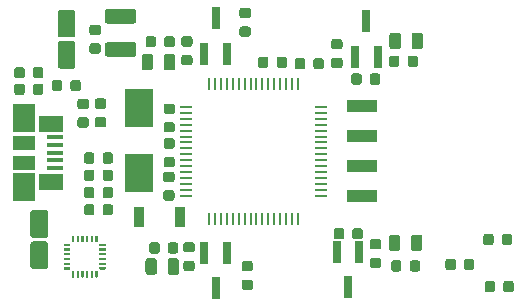
<source format=gbr>
G04 #@! TF.GenerationSoftware,KiCad,Pcbnew,(5.1.5)-3*
G04 #@! TF.CreationDate,2020-04-16T14:44:53-04:00*
G04 #@! TF.ProjectId,STM32_SMD_Quadcopter,53544d33-325f-4534-9d44-5f5175616463,rev?*
G04 #@! TF.SameCoordinates,PX2daf690PY1aab7d8*
G04 #@! TF.FileFunction,Paste,Top*
G04 #@! TF.FilePolarity,Positive*
%FSLAX46Y46*%
G04 Gerber Fmt 4.6, Leading zero omitted, Abs format (unit mm)*
G04 Created by KiCad (PCBNEW (5.1.5)-3) date 2020-04-16 14:44:53*
%MOMM*%
%LPD*%
G04 APERTURE LIST*
%ADD10C,0.100000*%
%ADD11R,2.400000X3.325000*%
%ADD12R,1.900000X1.175000*%
%ADD13R,1.900000X2.375000*%
%ADD14R,2.100000X1.475000*%
%ADD15R,1.380000X0.450000*%
%ADD16R,0.800000X1.900000*%
%ADD17R,1.000000X0.250000*%
%ADD18R,0.250000X1.000000*%
%ADD19R,0.900000X1.700000*%
%ADD20R,2.500000X1.000000*%
G04 APERTURE END LIST*
D10*
G36*
X42734491Y-23554453D02*
G01*
X42755726Y-23557603D01*
X42776550Y-23562819D01*
X42796762Y-23570051D01*
X42816168Y-23579230D01*
X42834581Y-23590266D01*
X42851824Y-23603054D01*
X42867730Y-23617470D01*
X42882146Y-23633376D01*
X42894934Y-23650619D01*
X42905970Y-23669032D01*
X42915149Y-23688438D01*
X42922381Y-23708650D01*
X42927597Y-23729474D01*
X42930747Y-23750709D01*
X42931800Y-23772150D01*
X42931800Y-24284650D01*
X42930747Y-24306091D01*
X42927597Y-24327326D01*
X42922381Y-24348150D01*
X42915149Y-24368362D01*
X42905970Y-24387768D01*
X42894934Y-24406181D01*
X42882146Y-24423424D01*
X42867730Y-24439330D01*
X42851824Y-24453746D01*
X42834581Y-24466534D01*
X42816168Y-24477570D01*
X42796762Y-24486749D01*
X42776550Y-24493981D01*
X42755726Y-24499197D01*
X42734491Y-24502347D01*
X42713050Y-24503400D01*
X42275550Y-24503400D01*
X42254109Y-24502347D01*
X42232874Y-24499197D01*
X42212050Y-24493981D01*
X42191838Y-24486749D01*
X42172432Y-24477570D01*
X42154019Y-24466534D01*
X42136776Y-24453746D01*
X42120870Y-24439330D01*
X42106454Y-24423424D01*
X42093666Y-24406181D01*
X42082630Y-24387768D01*
X42073451Y-24368362D01*
X42066219Y-24348150D01*
X42061003Y-24327326D01*
X42057853Y-24306091D01*
X42056800Y-24284650D01*
X42056800Y-23772150D01*
X42057853Y-23750709D01*
X42061003Y-23729474D01*
X42066219Y-23708650D01*
X42073451Y-23688438D01*
X42082630Y-23669032D01*
X42093666Y-23650619D01*
X42106454Y-23633376D01*
X42120870Y-23617470D01*
X42136776Y-23603054D01*
X42154019Y-23590266D01*
X42172432Y-23579230D01*
X42191838Y-23570051D01*
X42212050Y-23562819D01*
X42232874Y-23557603D01*
X42254109Y-23554453D01*
X42275550Y-23553400D01*
X42713050Y-23553400D01*
X42734491Y-23554453D01*
G37*
G36*
X41159491Y-23554453D02*
G01*
X41180726Y-23557603D01*
X41201550Y-23562819D01*
X41221762Y-23570051D01*
X41241168Y-23579230D01*
X41259581Y-23590266D01*
X41276824Y-23603054D01*
X41292730Y-23617470D01*
X41307146Y-23633376D01*
X41319934Y-23650619D01*
X41330970Y-23669032D01*
X41340149Y-23688438D01*
X41347381Y-23708650D01*
X41352597Y-23729474D01*
X41355747Y-23750709D01*
X41356800Y-23772150D01*
X41356800Y-24284650D01*
X41355747Y-24306091D01*
X41352597Y-24327326D01*
X41347381Y-24348150D01*
X41340149Y-24368362D01*
X41330970Y-24387768D01*
X41319934Y-24406181D01*
X41307146Y-24423424D01*
X41292730Y-24439330D01*
X41276824Y-24453746D01*
X41259581Y-24466534D01*
X41241168Y-24477570D01*
X41221762Y-24486749D01*
X41201550Y-24493981D01*
X41180726Y-24499197D01*
X41159491Y-24502347D01*
X41138050Y-24503400D01*
X40700550Y-24503400D01*
X40679109Y-24502347D01*
X40657874Y-24499197D01*
X40637050Y-24493981D01*
X40616838Y-24486749D01*
X40597432Y-24477570D01*
X40579019Y-24466534D01*
X40561776Y-24453746D01*
X40545870Y-24439330D01*
X40531454Y-24423424D01*
X40518666Y-24406181D01*
X40507630Y-24387768D01*
X40498451Y-24368362D01*
X40491219Y-24348150D01*
X40486003Y-24327326D01*
X40482853Y-24306091D01*
X40481800Y-24284650D01*
X40481800Y-23772150D01*
X40482853Y-23750709D01*
X40486003Y-23729474D01*
X40491219Y-23708650D01*
X40498451Y-23688438D01*
X40507630Y-23669032D01*
X40518666Y-23650619D01*
X40531454Y-23633376D01*
X40545870Y-23617470D01*
X40561776Y-23603054D01*
X40579019Y-23590266D01*
X40597432Y-23579230D01*
X40616838Y-23570051D01*
X40637050Y-23562819D01*
X40657874Y-23557603D01*
X40679109Y-23554453D01*
X40700550Y-23553400D01*
X41138050Y-23553400D01*
X41159491Y-23554453D01*
G37*
D11*
X11226800Y-8921500D03*
X11226800Y-14446500D03*
D12*
X1454300Y-13540000D03*
X1454300Y-11860000D03*
D13*
X1454300Y-15610000D03*
X1454300Y-9790000D03*
D14*
X3754300Y-15162500D03*
X3754300Y-10237500D03*
D15*
X4114300Y-14000000D03*
X4114300Y-13350000D03*
X4114300Y-12700000D03*
X4114300Y-12050000D03*
X4114300Y-11400000D03*
D10*
G36*
X33112142Y-19621174D02*
G01*
X33135803Y-19624684D01*
X33159007Y-19630496D01*
X33181529Y-19638554D01*
X33203153Y-19648782D01*
X33223670Y-19661079D01*
X33242883Y-19675329D01*
X33260607Y-19691393D01*
X33276671Y-19709117D01*
X33290921Y-19728330D01*
X33303218Y-19748847D01*
X33313446Y-19770471D01*
X33321504Y-19792993D01*
X33327316Y-19816197D01*
X33330826Y-19839858D01*
X33332000Y-19863750D01*
X33332000Y-20776250D01*
X33330826Y-20800142D01*
X33327316Y-20823803D01*
X33321504Y-20847007D01*
X33313446Y-20869529D01*
X33303218Y-20891153D01*
X33290921Y-20911670D01*
X33276671Y-20930883D01*
X33260607Y-20948607D01*
X33242883Y-20964671D01*
X33223670Y-20978921D01*
X33203153Y-20991218D01*
X33181529Y-21001446D01*
X33159007Y-21009504D01*
X33135803Y-21015316D01*
X33112142Y-21018826D01*
X33088250Y-21020000D01*
X32600750Y-21020000D01*
X32576858Y-21018826D01*
X32553197Y-21015316D01*
X32529993Y-21009504D01*
X32507471Y-21001446D01*
X32485847Y-20991218D01*
X32465330Y-20978921D01*
X32446117Y-20964671D01*
X32428393Y-20948607D01*
X32412329Y-20930883D01*
X32398079Y-20911670D01*
X32385782Y-20891153D01*
X32375554Y-20869529D01*
X32367496Y-20847007D01*
X32361684Y-20823803D01*
X32358174Y-20800142D01*
X32357000Y-20776250D01*
X32357000Y-19863750D01*
X32358174Y-19839858D01*
X32361684Y-19816197D01*
X32367496Y-19792993D01*
X32375554Y-19770471D01*
X32385782Y-19748847D01*
X32398079Y-19728330D01*
X32412329Y-19709117D01*
X32428393Y-19691393D01*
X32446117Y-19675329D01*
X32465330Y-19661079D01*
X32485847Y-19648782D01*
X32507471Y-19638554D01*
X32529993Y-19630496D01*
X32553197Y-19624684D01*
X32576858Y-19621174D01*
X32600750Y-19620000D01*
X33088250Y-19620000D01*
X33112142Y-19621174D01*
G37*
G36*
X34987142Y-19621174D02*
G01*
X35010803Y-19624684D01*
X35034007Y-19630496D01*
X35056529Y-19638554D01*
X35078153Y-19648782D01*
X35098670Y-19661079D01*
X35117883Y-19675329D01*
X35135607Y-19691393D01*
X35151671Y-19709117D01*
X35165921Y-19728330D01*
X35178218Y-19748847D01*
X35188446Y-19770471D01*
X35196504Y-19792993D01*
X35202316Y-19816197D01*
X35205826Y-19839858D01*
X35207000Y-19863750D01*
X35207000Y-20776250D01*
X35205826Y-20800142D01*
X35202316Y-20823803D01*
X35196504Y-20847007D01*
X35188446Y-20869529D01*
X35178218Y-20891153D01*
X35165921Y-20911670D01*
X35151671Y-20930883D01*
X35135607Y-20948607D01*
X35117883Y-20964671D01*
X35098670Y-20978921D01*
X35078153Y-20991218D01*
X35056529Y-21001446D01*
X35034007Y-21009504D01*
X35010803Y-21015316D01*
X34987142Y-21018826D01*
X34963250Y-21020000D01*
X34475750Y-21020000D01*
X34451858Y-21018826D01*
X34428197Y-21015316D01*
X34404993Y-21009504D01*
X34382471Y-21001446D01*
X34360847Y-20991218D01*
X34340330Y-20978921D01*
X34321117Y-20964671D01*
X34303393Y-20948607D01*
X34287329Y-20930883D01*
X34273079Y-20911670D01*
X34260782Y-20891153D01*
X34250554Y-20869529D01*
X34242496Y-20847007D01*
X34236684Y-20823803D01*
X34233174Y-20800142D01*
X34232000Y-20776250D01*
X34232000Y-19863750D01*
X34233174Y-19839858D01*
X34236684Y-19816197D01*
X34242496Y-19792993D01*
X34250554Y-19770471D01*
X34260782Y-19748847D01*
X34273079Y-19728330D01*
X34287329Y-19709117D01*
X34303393Y-19691393D01*
X34321117Y-19675329D01*
X34340330Y-19661079D01*
X34360847Y-19648782D01*
X34382471Y-19638554D01*
X34404993Y-19630496D01*
X34428197Y-19624684D01*
X34451858Y-19621174D01*
X34475750Y-19620000D01*
X34963250Y-19620000D01*
X34987142Y-19621174D01*
G37*
D16*
X29840000Y-21082000D03*
X27940000Y-21082000D03*
X28890000Y-24082000D03*
D10*
G36*
X34631891Y-4479053D02*
G01*
X34653126Y-4482203D01*
X34673950Y-4487419D01*
X34694162Y-4494651D01*
X34713568Y-4503830D01*
X34731981Y-4514866D01*
X34749224Y-4527654D01*
X34765130Y-4542070D01*
X34779546Y-4557976D01*
X34792334Y-4575219D01*
X34803370Y-4593632D01*
X34812549Y-4613038D01*
X34819781Y-4633250D01*
X34824997Y-4654074D01*
X34828147Y-4675309D01*
X34829200Y-4696750D01*
X34829200Y-5209250D01*
X34828147Y-5230691D01*
X34824997Y-5251926D01*
X34819781Y-5272750D01*
X34812549Y-5292962D01*
X34803370Y-5312368D01*
X34792334Y-5330781D01*
X34779546Y-5348024D01*
X34765130Y-5363930D01*
X34749224Y-5378346D01*
X34731981Y-5391134D01*
X34713568Y-5402170D01*
X34694162Y-5411349D01*
X34673950Y-5418581D01*
X34653126Y-5423797D01*
X34631891Y-5426947D01*
X34610450Y-5428000D01*
X34172950Y-5428000D01*
X34151509Y-5426947D01*
X34130274Y-5423797D01*
X34109450Y-5418581D01*
X34089238Y-5411349D01*
X34069832Y-5402170D01*
X34051419Y-5391134D01*
X34034176Y-5378346D01*
X34018270Y-5363930D01*
X34003854Y-5348024D01*
X33991066Y-5330781D01*
X33980030Y-5312368D01*
X33970851Y-5292962D01*
X33963619Y-5272750D01*
X33958403Y-5251926D01*
X33955253Y-5230691D01*
X33954200Y-5209250D01*
X33954200Y-4696750D01*
X33955253Y-4675309D01*
X33958403Y-4654074D01*
X33963619Y-4633250D01*
X33970851Y-4613038D01*
X33980030Y-4593632D01*
X33991066Y-4575219D01*
X34003854Y-4557976D01*
X34018270Y-4542070D01*
X34034176Y-4527654D01*
X34051419Y-4514866D01*
X34069832Y-4503830D01*
X34089238Y-4494651D01*
X34109450Y-4487419D01*
X34130274Y-4482203D01*
X34151509Y-4479053D01*
X34172950Y-4478000D01*
X34610450Y-4478000D01*
X34631891Y-4479053D01*
G37*
G36*
X33056891Y-4479053D02*
G01*
X33078126Y-4482203D01*
X33098950Y-4487419D01*
X33119162Y-4494651D01*
X33138568Y-4503830D01*
X33156981Y-4514866D01*
X33174224Y-4527654D01*
X33190130Y-4542070D01*
X33204546Y-4557976D01*
X33217334Y-4575219D01*
X33228370Y-4593632D01*
X33237549Y-4613038D01*
X33244781Y-4633250D01*
X33249997Y-4654074D01*
X33253147Y-4675309D01*
X33254200Y-4696750D01*
X33254200Y-5209250D01*
X33253147Y-5230691D01*
X33249997Y-5251926D01*
X33244781Y-5272750D01*
X33237549Y-5292962D01*
X33228370Y-5312368D01*
X33217334Y-5330781D01*
X33204546Y-5348024D01*
X33190130Y-5363930D01*
X33174224Y-5378346D01*
X33156981Y-5391134D01*
X33138568Y-5402170D01*
X33119162Y-5411349D01*
X33098950Y-5418581D01*
X33078126Y-5423797D01*
X33056891Y-5426947D01*
X33035450Y-5428000D01*
X32597950Y-5428000D01*
X32576509Y-5426947D01*
X32555274Y-5423797D01*
X32534450Y-5418581D01*
X32514238Y-5411349D01*
X32494832Y-5402170D01*
X32476419Y-5391134D01*
X32459176Y-5378346D01*
X32443270Y-5363930D01*
X32428854Y-5348024D01*
X32416066Y-5330781D01*
X32405030Y-5312368D01*
X32395851Y-5292962D01*
X32388619Y-5272750D01*
X32383403Y-5251926D01*
X32380253Y-5230691D01*
X32379200Y-5209250D01*
X32379200Y-4696750D01*
X32380253Y-4675309D01*
X32383403Y-4654074D01*
X32388619Y-4633250D01*
X32395851Y-4613038D01*
X32405030Y-4593632D01*
X32416066Y-4575219D01*
X32428854Y-4557976D01*
X32443270Y-4542070D01*
X32459176Y-4527654D01*
X32476419Y-4514866D01*
X32494832Y-4503830D01*
X32514238Y-4494651D01*
X32534450Y-4487419D01*
X32555274Y-4482203D01*
X32576509Y-4479053D01*
X32597950Y-4478000D01*
X33035450Y-4478000D01*
X33056891Y-4479053D01*
G37*
G36*
X35037942Y-2526974D02*
G01*
X35061603Y-2530484D01*
X35084807Y-2536296D01*
X35107329Y-2544354D01*
X35128953Y-2554582D01*
X35149470Y-2566879D01*
X35168683Y-2581129D01*
X35186407Y-2597193D01*
X35202471Y-2614917D01*
X35216721Y-2634130D01*
X35229018Y-2654647D01*
X35239246Y-2676271D01*
X35247304Y-2698793D01*
X35253116Y-2721997D01*
X35256626Y-2745658D01*
X35257800Y-2769550D01*
X35257800Y-3682050D01*
X35256626Y-3705942D01*
X35253116Y-3729603D01*
X35247304Y-3752807D01*
X35239246Y-3775329D01*
X35229018Y-3796953D01*
X35216721Y-3817470D01*
X35202471Y-3836683D01*
X35186407Y-3854407D01*
X35168683Y-3870471D01*
X35149470Y-3884721D01*
X35128953Y-3897018D01*
X35107329Y-3907246D01*
X35084807Y-3915304D01*
X35061603Y-3921116D01*
X35037942Y-3924626D01*
X35014050Y-3925800D01*
X34526550Y-3925800D01*
X34502658Y-3924626D01*
X34478997Y-3921116D01*
X34455793Y-3915304D01*
X34433271Y-3907246D01*
X34411647Y-3897018D01*
X34391130Y-3884721D01*
X34371917Y-3870471D01*
X34354193Y-3854407D01*
X34338129Y-3836683D01*
X34323879Y-3817470D01*
X34311582Y-3796953D01*
X34301354Y-3775329D01*
X34293296Y-3752807D01*
X34287484Y-3729603D01*
X34283974Y-3705942D01*
X34282800Y-3682050D01*
X34282800Y-2769550D01*
X34283974Y-2745658D01*
X34287484Y-2721997D01*
X34293296Y-2698793D01*
X34301354Y-2676271D01*
X34311582Y-2654647D01*
X34323879Y-2634130D01*
X34338129Y-2614917D01*
X34354193Y-2597193D01*
X34371917Y-2581129D01*
X34391130Y-2566879D01*
X34411647Y-2554582D01*
X34433271Y-2544354D01*
X34455793Y-2536296D01*
X34478997Y-2530484D01*
X34502658Y-2526974D01*
X34526550Y-2525800D01*
X35014050Y-2525800D01*
X35037942Y-2526974D01*
G37*
G36*
X33162942Y-2526974D02*
G01*
X33186603Y-2530484D01*
X33209807Y-2536296D01*
X33232329Y-2544354D01*
X33253953Y-2554582D01*
X33274470Y-2566879D01*
X33293683Y-2581129D01*
X33311407Y-2597193D01*
X33327471Y-2614917D01*
X33341721Y-2634130D01*
X33354018Y-2654647D01*
X33364246Y-2676271D01*
X33372304Y-2698793D01*
X33378116Y-2721997D01*
X33381626Y-2745658D01*
X33382800Y-2769550D01*
X33382800Y-3682050D01*
X33381626Y-3705942D01*
X33378116Y-3729603D01*
X33372304Y-3752807D01*
X33364246Y-3775329D01*
X33354018Y-3796953D01*
X33341721Y-3817470D01*
X33327471Y-3836683D01*
X33311407Y-3854407D01*
X33293683Y-3870471D01*
X33274470Y-3884721D01*
X33253953Y-3897018D01*
X33232329Y-3907246D01*
X33209807Y-3915304D01*
X33186603Y-3921116D01*
X33162942Y-3924626D01*
X33139050Y-3925800D01*
X32651550Y-3925800D01*
X32627658Y-3924626D01*
X32603997Y-3921116D01*
X32580793Y-3915304D01*
X32558271Y-3907246D01*
X32536647Y-3897018D01*
X32516130Y-3884721D01*
X32496917Y-3870471D01*
X32479193Y-3854407D01*
X32463129Y-3836683D01*
X32448879Y-3817470D01*
X32436582Y-3796953D01*
X32426354Y-3775329D01*
X32418296Y-3752807D01*
X32412484Y-3729603D01*
X32408974Y-3705942D01*
X32407800Y-3682050D01*
X32407800Y-2769550D01*
X32408974Y-2745658D01*
X32412484Y-2721997D01*
X32418296Y-2698793D01*
X32426354Y-2676271D01*
X32436582Y-2654647D01*
X32448879Y-2634130D01*
X32463129Y-2614917D01*
X32479193Y-2597193D01*
X32496917Y-2581129D01*
X32516130Y-2566879D01*
X32536647Y-2554582D01*
X32558271Y-2544354D01*
X32580793Y-2536296D01*
X32603997Y-2530484D01*
X32627658Y-2526974D01*
X32651550Y-2525800D01*
X33139050Y-2525800D01*
X33162942Y-2526974D01*
G37*
G36*
X5349901Y-20387241D02*
G01*
X5354755Y-20387961D01*
X5359514Y-20389153D01*
X5364134Y-20390806D01*
X5368570Y-20392904D01*
X5372779Y-20395427D01*
X5376720Y-20398349D01*
X5380355Y-20401645D01*
X5383651Y-20405280D01*
X5386573Y-20409221D01*
X5389096Y-20413430D01*
X5391194Y-20417866D01*
X5392847Y-20422486D01*
X5394039Y-20427245D01*
X5394759Y-20432099D01*
X5395000Y-20437000D01*
X5395000Y-20537000D01*
X5394759Y-20541901D01*
X5394039Y-20546755D01*
X5392847Y-20551514D01*
X5391194Y-20556134D01*
X5389096Y-20560570D01*
X5386573Y-20564779D01*
X5383651Y-20568720D01*
X5380355Y-20572355D01*
X5376720Y-20575651D01*
X5372779Y-20578573D01*
X5368570Y-20581096D01*
X5364134Y-20583194D01*
X5359514Y-20584847D01*
X5354755Y-20586039D01*
X5349901Y-20586759D01*
X5345000Y-20587000D01*
X4895000Y-20587000D01*
X4890099Y-20586759D01*
X4885245Y-20586039D01*
X4880486Y-20584847D01*
X4875866Y-20583194D01*
X4871430Y-20581096D01*
X4867221Y-20578573D01*
X4863280Y-20575651D01*
X4859645Y-20572355D01*
X4856349Y-20568720D01*
X4853427Y-20564779D01*
X4850904Y-20560570D01*
X4848806Y-20556134D01*
X4847153Y-20551514D01*
X4845961Y-20546755D01*
X4845241Y-20541901D01*
X4845000Y-20537000D01*
X4845000Y-20437000D01*
X4845241Y-20432099D01*
X4845961Y-20427245D01*
X4847153Y-20422486D01*
X4848806Y-20417866D01*
X4850904Y-20413430D01*
X4853427Y-20409221D01*
X4856349Y-20405280D01*
X4859645Y-20401645D01*
X4863280Y-20398349D01*
X4867221Y-20395427D01*
X4871430Y-20392904D01*
X4875866Y-20390806D01*
X4880486Y-20389153D01*
X4885245Y-20387961D01*
X4890099Y-20387241D01*
X4895000Y-20387000D01*
X5345000Y-20387000D01*
X5349901Y-20387241D01*
G37*
G36*
X5349901Y-20787241D02*
G01*
X5354755Y-20787961D01*
X5359514Y-20789153D01*
X5364134Y-20790806D01*
X5368570Y-20792904D01*
X5372779Y-20795427D01*
X5376720Y-20798349D01*
X5380355Y-20801645D01*
X5383651Y-20805280D01*
X5386573Y-20809221D01*
X5389096Y-20813430D01*
X5391194Y-20817866D01*
X5392847Y-20822486D01*
X5394039Y-20827245D01*
X5394759Y-20832099D01*
X5395000Y-20837000D01*
X5395000Y-20937000D01*
X5394759Y-20941901D01*
X5394039Y-20946755D01*
X5392847Y-20951514D01*
X5391194Y-20956134D01*
X5389096Y-20960570D01*
X5386573Y-20964779D01*
X5383651Y-20968720D01*
X5380355Y-20972355D01*
X5376720Y-20975651D01*
X5372779Y-20978573D01*
X5368570Y-20981096D01*
X5364134Y-20983194D01*
X5359514Y-20984847D01*
X5354755Y-20986039D01*
X5349901Y-20986759D01*
X5345000Y-20987000D01*
X4895000Y-20987000D01*
X4890099Y-20986759D01*
X4885245Y-20986039D01*
X4880486Y-20984847D01*
X4875866Y-20983194D01*
X4871430Y-20981096D01*
X4867221Y-20978573D01*
X4863280Y-20975651D01*
X4859645Y-20972355D01*
X4856349Y-20968720D01*
X4853427Y-20964779D01*
X4850904Y-20960570D01*
X4848806Y-20956134D01*
X4847153Y-20951514D01*
X4845961Y-20946755D01*
X4845241Y-20941901D01*
X4845000Y-20937000D01*
X4845000Y-20837000D01*
X4845241Y-20832099D01*
X4845961Y-20827245D01*
X4847153Y-20822486D01*
X4848806Y-20817866D01*
X4850904Y-20813430D01*
X4853427Y-20809221D01*
X4856349Y-20805280D01*
X4859645Y-20801645D01*
X4863280Y-20798349D01*
X4867221Y-20795427D01*
X4871430Y-20792904D01*
X4875866Y-20790806D01*
X4880486Y-20789153D01*
X4885245Y-20787961D01*
X4890099Y-20787241D01*
X4895000Y-20787000D01*
X5345000Y-20787000D01*
X5349901Y-20787241D01*
G37*
G36*
X5349901Y-21187241D02*
G01*
X5354755Y-21187961D01*
X5359514Y-21189153D01*
X5364134Y-21190806D01*
X5368570Y-21192904D01*
X5372779Y-21195427D01*
X5376720Y-21198349D01*
X5380355Y-21201645D01*
X5383651Y-21205280D01*
X5386573Y-21209221D01*
X5389096Y-21213430D01*
X5391194Y-21217866D01*
X5392847Y-21222486D01*
X5394039Y-21227245D01*
X5394759Y-21232099D01*
X5395000Y-21237000D01*
X5395000Y-21337000D01*
X5394759Y-21341901D01*
X5394039Y-21346755D01*
X5392847Y-21351514D01*
X5391194Y-21356134D01*
X5389096Y-21360570D01*
X5386573Y-21364779D01*
X5383651Y-21368720D01*
X5380355Y-21372355D01*
X5376720Y-21375651D01*
X5372779Y-21378573D01*
X5368570Y-21381096D01*
X5364134Y-21383194D01*
X5359514Y-21384847D01*
X5354755Y-21386039D01*
X5349901Y-21386759D01*
X5345000Y-21387000D01*
X4895000Y-21387000D01*
X4890099Y-21386759D01*
X4885245Y-21386039D01*
X4880486Y-21384847D01*
X4875866Y-21383194D01*
X4871430Y-21381096D01*
X4867221Y-21378573D01*
X4863280Y-21375651D01*
X4859645Y-21372355D01*
X4856349Y-21368720D01*
X4853427Y-21364779D01*
X4850904Y-21360570D01*
X4848806Y-21356134D01*
X4847153Y-21351514D01*
X4845961Y-21346755D01*
X4845241Y-21341901D01*
X4845000Y-21337000D01*
X4845000Y-21237000D01*
X4845241Y-21232099D01*
X4845961Y-21227245D01*
X4847153Y-21222486D01*
X4848806Y-21217866D01*
X4850904Y-21213430D01*
X4853427Y-21209221D01*
X4856349Y-21205280D01*
X4859645Y-21201645D01*
X4863280Y-21198349D01*
X4867221Y-21195427D01*
X4871430Y-21192904D01*
X4875866Y-21190806D01*
X4880486Y-21189153D01*
X4885245Y-21187961D01*
X4890099Y-21187241D01*
X4895000Y-21187000D01*
X5345000Y-21187000D01*
X5349901Y-21187241D01*
G37*
G36*
X5349901Y-21587241D02*
G01*
X5354755Y-21587961D01*
X5359514Y-21589153D01*
X5364134Y-21590806D01*
X5368570Y-21592904D01*
X5372779Y-21595427D01*
X5376720Y-21598349D01*
X5380355Y-21601645D01*
X5383651Y-21605280D01*
X5386573Y-21609221D01*
X5389096Y-21613430D01*
X5391194Y-21617866D01*
X5392847Y-21622486D01*
X5394039Y-21627245D01*
X5394759Y-21632099D01*
X5395000Y-21637000D01*
X5395000Y-21737000D01*
X5394759Y-21741901D01*
X5394039Y-21746755D01*
X5392847Y-21751514D01*
X5391194Y-21756134D01*
X5389096Y-21760570D01*
X5386573Y-21764779D01*
X5383651Y-21768720D01*
X5380355Y-21772355D01*
X5376720Y-21775651D01*
X5372779Y-21778573D01*
X5368570Y-21781096D01*
X5364134Y-21783194D01*
X5359514Y-21784847D01*
X5354755Y-21786039D01*
X5349901Y-21786759D01*
X5345000Y-21787000D01*
X4895000Y-21787000D01*
X4890099Y-21786759D01*
X4885245Y-21786039D01*
X4880486Y-21784847D01*
X4875866Y-21783194D01*
X4871430Y-21781096D01*
X4867221Y-21778573D01*
X4863280Y-21775651D01*
X4859645Y-21772355D01*
X4856349Y-21768720D01*
X4853427Y-21764779D01*
X4850904Y-21760570D01*
X4848806Y-21756134D01*
X4847153Y-21751514D01*
X4845961Y-21746755D01*
X4845241Y-21741901D01*
X4845000Y-21737000D01*
X4845000Y-21637000D01*
X4845241Y-21632099D01*
X4845961Y-21627245D01*
X4847153Y-21622486D01*
X4848806Y-21617866D01*
X4850904Y-21613430D01*
X4853427Y-21609221D01*
X4856349Y-21605280D01*
X4859645Y-21601645D01*
X4863280Y-21598349D01*
X4867221Y-21595427D01*
X4871430Y-21592904D01*
X4875866Y-21590806D01*
X4880486Y-21589153D01*
X4885245Y-21587961D01*
X4890099Y-21587241D01*
X4895000Y-21587000D01*
X5345000Y-21587000D01*
X5349901Y-21587241D01*
G37*
G36*
X5349901Y-21987241D02*
G01*
X5354755Y-21987961D01*
X5359514Y-21989153D01*
X5364134Y-21990806D01*
X5368570Y-21992904D01*
X5372779Y-21995427D01*
X5376720Y-21998349D01*
X5380355Y-22001645D01*
X5383651Y-22005280D01*
X5386573Y-22009221D01*
X5389096Y-22013430D01*
X5391194Y-22017866D01*
X5392847Y-22022486D01*
X5394039Y-22027245D01*
X5394759Y-22032099D01*
X5395000Y-22037000D01*
X5395000Y-22137000D01*
X5394759Y-22141901D01*
X5394039Y-22146755D01*
X5392847Y-22151514D01*
X5391194Y-22156134D01*
X5389096Y-22160570D01*
X5386573Y-22164779D01*
X5383651Y-22168720D01*
X5380355Y-22172355D01*
X5376720Y-22175651D01*
X5372779Y-22178573D01*
X5368570Y-22181096D01*
X5364134Y-22183194D01*
X5359514Y-22184847D01*
X5354755Y-22186039D01*
X5349901Y-22186759D01*
X5345000Y-22187000D01*
X4895000Y-22187000D01*
X4890099Y-22186759D01*
X4885245Y-22186039D01*
X4880486Y-22184847D01*
X4875866Y-22183194D01*
X4871430Y-22181096D01*
X4867221Y-22178573D01*
X4863280Y-22175651D01*
X4859645Y-22172355D01*
X4856349Y-22168720D01*
X4853427Y-22164779D01*
X4850904Y-22160570D01*
X4848806Y-22156134D01*
X4847153Y-22151514D01*
X4845961Y-22146755D01*
X4845241Y-22141901D01*
X4845000Y-22137000D01*
X4845000Y-22037000D01*
X4845241Y-22032099D01*
X4845961Y-22027245D01*
X4847153Y-22022486D01*
X4848806Y-22017866D01*
X4850904Y-22013430D01*
X4853427Y-22009221D01*
X4856349Y-22005280D01*
X4859645Y-22001645D01*
X4863280Y-21998349D01*
X4867221Y-21995427D01*
X4871430Y-21992904D01*
X4875866Y-21990806D01*
X4880486Y-21989153D01*
X4885245Y-21987961D01*
X4890099Y-21987241D01*
X4895000Y-21987000D01*
X5345000Y-21987000D01*
X5349901Y-21987241D01*
G37*
G36*
X5349901Y-22387241D02*
G01*
X5354755Y-22387961D01*
X5359514Y-22389153D01*
X5364134Y-22390806D01*
X5368570Y-22392904D01*
X5372779Y-22395427D01*
X5376720Y-22398349D01*
X5380355Y-22401645D01*
X5383651Y-22405280D01*
X5386573Y-22409221D01*
X5389096Y-22413430D01*
X5391194Y-22417866D01*
X5392847Y-22422486D01*
X5394039Y-22427245D01*
X5394759Y-22432099D01*
X5395000Y-22437000D01*
X5395000Y-22537000D01*
X5394759Y-22541901D01*
X5394039Y-22546755D01*
X5392847Y-22551514D01*
X5391194Y-22556134D01*
X5389096Y-22560570D01*
X5386573Y-22564779D01*
X5383651Y-22568720D01*
X5380355Y-22572355D01*
X5376720Y-22575651D01*
X5372779Y-22578573D01*
X5368570Y-22581096D01*
X5364134Y-22583194D01*
X5359514Y-22584847D01*
X5354755Y-22586039D01*
X5349901Y-22586759D01*
X5345000Y-22587000D01*
X4895000Y-22587000D01*
X4890099Y-22586759D01*
X4885245Y-22586039D01*
X4880486Y-22584847D01*
X4875866Y-22583194D01*
X4871430Y-22581096D01*
X4867221Y-22578573D01*
X4863280Y-22575651D01*
X4859645Y-22572355D01*
X4856349Y-22568720D01*
X4853427Y-22564779D01*
X4850904Y-22560570D01*
X4848806Y-22556134D01*
X4847153Y-22551514D01*
X4845961Y-22546755D01*
X4845241Y-22541901D01*
X4845000Y-22537000D01*
X4845000Y-22437000D01*
X4845241Y-22432099D01*
X4845961Y-22427245D01*
X4847153Y-22422486D01*
X4848806Y-22417866D01*
X4850904Y-22413430D01*
X4853427Y-22409221D01*
X4856349Y-22405280D01*
X4859645Y-22401645D01*
X4863280Y-22398349D01*
X4867221Y-22395427D01*
X4871430Y-22392904D01*
X4875866Y-22390806D01*
X4880486Y-22389153D01*
X4885245Y-22387961D01*
X4890099Y-22387241D01*
X4895000Y-22387000D01*
X5345000Y-22387000D01*
X5349901Y-22387241D01*
G37*
G36*
X5674901Y-22712241D02*
G01*
X5679755Y-22712961D01*
X5684514Y-22714153D01*
X5689134Y-22715806D01*
X5693570Y-22717904D01*
X5697779Y-22720427D01*
X5701720Y-22723349D01*
X5705355Y-22726645D01*
X5708651Y-22730280D01*
X5711573Y-22734221D01*
X5714096Y-22738430D01*
X5716194Y-22742866D01*
X5717847Y-22747486D01*
X5719039Y-22752245D01*
X5719759Y-22757099D01*
X5720000Y-22762000D01*
X5720000Y-23212000D01*
X5719759Y-23216901D01*
X5719039Y-23221755D01*
X5717847Y-23226514D01*
X5716194Y-23231134D01*
X5714096Y-23235570D01*
X5711573Y-23239779D01*
X5708651Y-23243720D01*
X5705355Y-23247355D01*
X5701720Y-23250651D01*
X5697779Y-23253573D01*
X5693570Y-23256096D01*
X5689134Y-23258194D01*
X5684514Y-23259847D01*
X5679755Y-23261039D01*
X5674901Y-23261759D01*
X5670000Y-23262000D01*
X5570000Y-23262000D01*
X5565099Y-23261759D01*
X5560245Y-23261039D01*
X5555486Y-23259847D01*
X5550866Y-23258194D01*
X5546430Y-23256096D01*
X5542221Y-23253573D01*
X5538280Y-23250651D01*
X5534645Y-23247355D01*
X5531349Y-23243720D01*
X5528427Y-23239779D01*
X5525904Y-23235570D01*
X5523806Y-23231134D01*
X5522153Y-23226514D01*
X5520961Y-23221755D01*
X5520241Y-23216901D01*
X5520000Y-23212000D01*
X5520000Y-22762000D01*
X5520241Y-22757099D01*
X5520961Y-22752245D01*
X5522153Y-22747486D01*
X5523806Y-22742866D01*
X5525904Y-22738430D01*
X5528427Y-22734221D01*
X5531349Y-22730280D01*
X5534645Y-22726645D01*
X5538280Y-22723349D01*
X5542221Y-22720427D01*
X5546430Y-22717904D01*
X5550866Y-22715806D01*
X5555486Y-22714153D01*
X5560245Y-22712961D01*
X5565099Y-22712241D01*
X5570000Y-22712000D01*
X5670000Y-22712000D01*
X5674901Y-22712241D01*
G37*
G36*
X6074901Y-22712241D02*
G01*
X6079755Y-22712961D01*
X6084514Y-22714153D01*
X6089134Y-22715806D01*
X6093570Y-22717904D01*
X6097779Y-22720427D01*
X6101720Y-22723349D01*
X6105355Y-22726645D01*
X6108651Y-22730280D01*
X6111573Y-22734221D01*
X6114096Y-22738430D01*
X6116194Y-22742866D01*
X6117847Y-22747486D01*
X6119039Y-22752245D01*
X6119759Y-22757099D01*
X6120000Y-22762000D01*
X6120000Y-23212000D01*
X6119759Y-23216901D01*
X6119039Y-23221755D01*
X6117847Y-23226514D01*
X6116194Y-23231134D01*
X6114096Y-23235570D01*
X6111573Y-23239779D01*
X6108651Y-23243720D01*
X6105355Y-23247355D01*
X6101720Y-23250651D01*
X6097779Y-23253573D01*
X6093570Y-23256096D01*
X6089134Y-23258194D01*
X6084514Y-23259847D01*
X6079755Y-23261039D01*
X6074901Y-23261759D01*
X6070000Y-23262000D01*
X5970000Y-23262000D01*
X5965099Y-23261759D01*
X5960245Y-23261039D01*
X5955486Y-23259847D01*
X5950866Y-23258194D01*
X5946430Y-23256096D01*
X5942221Y-23253573D01*
X5938280Y-23250651D01*
X5934645Y-23247355D01*
X5931349Y-23243720D01*
X5928427Y-23239779D01*
X5925904Y-23235570D01*
X5923806Y-23231134D01*
X5922153Y-23226514D01*
X5920961Y-23221755D01*
X5920241Y-23216901D01*
X5920000Y-23212000D01*
X5920000Y-22762000D01*
X5920241Y-22757099D01*
X5920961Y-22752245D01*
X5922153Y-22747486D01*
X5923806Y-22742866D01*
X5925904Y-22738430D01*
X5928427Y-22734221D01*
X5931349Y-22730280D01*
X5934645Y-22726645D01*
X5938280Y-22723349D01*
X5942221Y-22720427D01*
X5946430Y-22717904D01*
X5950866Y-22715806D01*
X5955486Y-22714153D01*
X5960245Y-22712961D01*
X5965099Y-22712241D01*
X5970000Y-22712000D01*
X6070000Y-22712000D01*
X6074901Y-22712241D01*
G37*
G36*
X6474901Y-22712241D02*
G01*
X6479755Y-22712961D01*
X6484514Y-22714153D01*
X6489134Y-22715806D01*
X6493570Y-22717904D01*
X6497779Y-22720427D01*
X6501720Y-22723349D01*
X6505355Y-22726645D01*
X6508651Y-22730280D01*
X6511573Y-22734221D01*
X6514096Y-22738430D01*
X6516194Y-22742866D01*
X6517847Y-22747486D01*
X6519039Y-22752245D01*
X6519759Y-22757099D01*
X6520000Y-22762000D01*
X6520000Y-23212000D01*
X6519759Y-23216901D01*
X6519039Y-23221755D01*
X6517847Y-23226514D01*
X6516194Y-23231134D01*
X6514096Y-23235570D01*
X6511573Y-23239779D01*
X6508651Y-23243720D01*
X6505355Y-23247355D01*
X6501720Y-23250651D01*
X6497779Y-23253573D01*
X6493570Y-23256096D01*
X6489134Y-23258194D01*
X6484514Y-23259847D01*
X6479755Y-23261039D01*
X6474901Y-23261759D01*
X6470000Y-23262000D01*
X6370000Y-23262000D01*
X6365099Y-23261759D01*
X6360245Y-23261039D01*
X6355486Y-23259847D01*
X6350866Y-23258194D01*
X6346430Y-23256096D01*
X6342221Y-23253573D01*
X6338280Y-23250651D01*
X6334645Y-23247355D01*
X6331349Y-23243720D01*
X6328427Y-23239779D01*
X6325904Y-23235570D01*
X6323806Y-23231134D01*
X6322153Y-23226514D01*
X6320961Y-23221755D01*
X6320241Y-23216901D01*
X6320000Y-23212000D01*
X6320000Y-22762000D01*
X6320241Y-22757099D01*
X6320961Y-22752245D01*
X6322153Y-22747486D01*
X6323806Y-22742866D01*
X6325904Y-22738430D01*
X6328427Y-22734221D01*
X6331349Y-22730280D01*
X6334645Y-22726645D01*
X6338280Y-22723349D01*
X6342221Y-22720427D01*
X6346430Y-22717904D01*
X6350866Y-22715806D01*
X6355486Y-22714153D01*
X6360245Y-22712961D01*
X6365099Y-22712241D01*
X6370000Y-22712000D01*
X6470000Y-22712000D01*
X6474901Y-22712241D01*
G37*
G36*
X6874901Y-22712241D02*
G01*
X6879755Y-22712961D01*
X6884514Y-22714153D01*
X6889134Y-22715806D01*
X6893570Y-22717904D01*
X6897779Y-22720427D01*
X6901720Y-22723349D01*
X6905355Y-22726645D01*
X6908651Y-22730280D01*
X6911573Y-22734221D01*
X6914096Y-22738430D01*
X6916194Y-22742866D01*
X6917847Y-22747486D01*
X6919039Y-22752245D01*
X6919759Y-22757099D01*
X6920000Y-22762000D01*
X6920000Y-23212000D01*
X6919759Y-23216901D01*
X6919039Y-23221755D01*
X6917847Y-23226514D01*
X6916194Y-23231134D01*
X6914096Y-23235570D01*
X6911573Y-23239779D01*
X6908651Y-23243720D01*
X6905355Y-23247355D01*
X6901720Y-23250651D01*
X6897779Y-23253573D01*
X6893570Y-23256096D01*
X6889134Y-23258194D01*
X6884514Y-23259847D01*
X6879755Y-23261039D01*
X6874901Y-23261759D01*
X6870000Y-23262000D01*
X6770000Y-23262000D01*
X6765099Y-23261759D01*
X6760245Y-23261039D01*
X6755486Y-23259847D01*
X6750866Y-23258194D01*
X6746430Y-23256096D01*
X6742221Y-23253573D01*
X6738280Y-23250651D01*
X6734645Y-23247355D01*
X6731349Y-23243720D01*
X6728427Y-23239779D01*
X6725904Y-23235570D01*
X6723806Y-23231134D01*
X6722153Y-23226514D01*
X6720961Y-23221755D01*
X6720241Y-23216901D01*
X6720000Y-23212000D01*
X6720000Y-22762000D01*
X6720241Y-22757099D01*
X6720961Y-22752245D01*
X6722153Y-22747486D01*
X6723806Y-22742866D01*
X6725904Y-22738430D01*
X6728427Y-22734221D01*
X6731349Y-22730280D01*
X6734645Y-22726645D01*
X6738280Y-22723349D01*
X6742221Y-22720427D01*
X6746430Y-22717904D01*
X6750866Y-22715806D01*
X6755486Y-22714153D01*
X6760245Y-22712961D01*
X6765099Y-22712241D01*
X6770000Y-22712000D01*
X6870000Y-22712000D01*
X6874901Y-22712241D01*
G37*
G36*
X7274901Y-22712241D02*
G01*
X7279755Y-22712961D01*
X7284514Y-22714153D01*
X7289134Y-22715806D01*
X7293570Y-22717904D01*
X7297779Y-22720427D01*
X7301720Y-22723349D01*
X7305355Y-22726645D01*
X7308651Y-22730280D01*
X7311573Y-22734221D01*
X7314096Y-22738430D01*
X7316194Y-22742866D01*
X7317847Y-22747486D01*
X7319039Y-22752245D01*
X7319759Y-22757099D01*
X7320000Y-22762000D01*
X7320000Y-23212000D01*
X7319759Y-23216901D01*
X7319039Y-23221755D01*
X7317847Y-23226514D01*
X7316194Y-23231134D01*
X7314096Y-23235570D01*
X7311573Y-23239779D01*
X7308651Y-23243720D01*
X7305355Y-23247355D01*
X7301720Y-23250651D01*
X7297779Y-23253573D01*
X7293570Y-23256096D01*
X7289134Y-23258194D01*
X7284514Y-23259847D01*
X7279755Y-23261039D01*
X7274901Y-23261759D01*
X7270000Y-23262000D01*
X7170000Y-23262000D01*
X7165099Y-23261759D01*
X7160245Y-23261039D01*
X7155486Y-23259847D01*
X7150866Y-23258194D01*
X7146430Y-23256096D01*
X7142221Y-23253573D01*
X7138280Y-23250651D01*
X7134645Y-23247355D01*
X7131349Y-23243720D01*
X7128427Y-23239779D01*
X7125904Y-23235570D01*
X7123806Y-23231134D01*
X7122153Y-23226514D01*
X7120961Y-23221755D01*
X7120241Y-23216901D01*
X7120000Y-23212000D01*
X7120000Y-22762000D01*
X7120241Y-22757099D01*
X7120961Y-22752245D01*
X7122153Y-22747486D01*
X7123806Y-22742866D01*
X7125904Y-22738430D01*
X7128427Y-22734221D01*
X7131349Y-22730280D01*
X7134645Y-22726645D01*
X7138280Y-22723349D01*
X7142221Y-22720427D01*
X7146430Y-22717904D01*
X7150866Y-22715806D01*
X7155486Y-22714153D01*
X7160245Y-22712961D01*
X7165099Y-22712241D01*
X7170000Y-22712000D01*
X7270000Y-22712000D01*
X7274901Y-22712241D01*
G37*
G36*
X7674901Y-22712241D02*
G01*
X7679755Y-22712961D01*
X7684514Y-22714153D01*
X7689134Y-22715806D01*
X7693570Y-22717904D01*
X7697779Y-22720427D01*
X7701720Y-22723349D01*
X7705355Y-22726645D01*
X7708651Y-22730280D01*
X7711573Y-22734221D01*
X7714096Y-22738430D01*
X7716194Y-22742866D01*
X7717847Y-22747486D01*
X7719039Y-22752245D01*
X7719759Y-22757099D01*
X7720000Y-22762000D01*
X7720000Y-23212000D01*
X7719759Y-23216901D01*
X7719039Y-23221755D01*
X7717847Y-23226514D01*
X7716194Y-23231134D01*
X7714096Y-23235570D01*
X7711573Y-23239779D01*
X7708651Y-23243720D01*
X7705355Y-23247355D01*
X7701720Y-23250651D01*
X7697779Y-23253573D01*
X7693570Y-23256096D01*
X7689134Y-23258194D01*
X7684514Y-23259847D01*
X7679755Y-23261039D01*
X7674901Y-23261759D01*
X7670000Y-23262000D01*
X7570000Y-23262000D01*
X7565099Y-23261759D01*
X7560245Y-23261039D01*
X7555486Y-23259847D01*
X7550866Y-23258194D01*
X7546430Y-23256096D01*
X7542221Y-23253573D01*
X7538280Y-23250651D01*
X7534645Y-23247355D01*
X7531349Y-23243720D01*
X7528427Y-23239779D01*
X7525904Y-23235570D01*
X7523806Y-23231134D01*
X7522153Y-23226514D01*
X7520961Y-23221755D01*
X7520241Y-23216901D01*
X7520000Y-23212000D01*
X7520000Y-22762000D01*
X7520241Y-22757099D01*
X7520961Y-22752245D01*
X7522153Y-22747486D01*
X7523806Y-22742866D01*
X7525904Y-22738430D01*
X7528427Y-22734221D01*
X7531349Y-22730280D01*
X7534645Y-22726645D01*
X7538280Y-22723349D01*
X7542221Y-22720427D01*
X7546430Y-22717904D01*
X7550866Y-22715806D01*
X7555486Y-22714153D01*
X7560245Y-22712961D01*
X7565099Y-22712241D01*
X7570000Y-22712000D01*
X7670000Y-22712000D01*
X7674901Y-22712241D01*
G37*
G36*
X8349901Y-22387241D02*
G01*
X8354755Y-22387961D01*
X8359514Y-22389153D01*
X8364134Y-22390806D01*
X8368570Y-22392904D01*
X8372779Y-22395427D01*
X8376720Y-22398349D01*
X8380355Y-22401645D01*
X8383651Y-22405280D01*
X8386573Y-22409221D01*
X8389096Y-22413430D01*
X8391194Y-22417866D01*
X8392847Y-22422486D01*
X8394039Y-22427245D01*
X8394759Y-22432099D01*
X8395000Y-22437000D01*
X8395000Y-22537000D01*
X8394759Y-22541901D01*
X8394039Y-22546755D01*
X8392847Y-22551514D01*
X8391194Y-22556134D01*
X8389096Y-22560570D01*
X8386573Y-22564779D01*
X8383651Y-22568720D01*
X8380355Y-22572355D01*
X8376720Y-22575651D01*
X8372779Y-22578573D01*
X8368570Y-22581096D01*
X8364134Y-22583194D01*
X8359514Y-22584847D01*
X8354755Y-22586039D01*
X8349901Y-22586759D01*
X8345000Y-22587000D01*
X7895000Y-22587000D01*
X7890099Y-22586759D01*
X7885245Y-22586039D01*
X7880486Y-22584847D01*
X7875866Y-22583194D01*
X7871430Y-22581096D01*
X7867221Y-22578573D01*
X7863280Y-22575651D01*
X7859645Y-22572355D01*
X7856349Y-22568720D01*
X7853427Y-22564779D01*
X7850904Y-22560570D01*
X7848806Y-22556134D01*
X7847153Y-22551514D01*
X7845961Y-22546755D01*
X7845241Y-22541901D01*
X7845000Y-22537000D01*
X7845000Y-22437000D01*
X7845241Y-22432099D01*
X7845961Y-22427245D01*
X7847153Y-22422486D01*
X7848806Y-22417866D01*
X7850904Y-22413430D01*
X7853427Y-22409221D01*
X7856349Y-22405280D01*
X7859645Y-22401645D01*
X7863280Y-22398349D01*
X7867221Y-22395427D01*
X7871430Y-22392904D01*
X7875866Y-22390806D01*
X7880486Y-22389153D01*
X7885245Y-22387961D01*
X7890099Y-22387241D01*
X7895000Y-22387000D01*
X8345000Y-22387000D01*
X8349901Y-22387241D01*
G37*
G36*
X8349901Y-21987241D02*
G01*
X8354755Y-21987961D01*
X8359514Y-21989153D01*
X8364134Y-21990806D01*
X8368570Y-21992904D01*
X8372779Y-21995427D01*
X8376720Y-21998349D01*
X8380355Y-22001645D01*
X8383651Y-22005280D01*
X8386573Y-22009221D01*
X8389096Y-22013430D01*
X8391194Y-22017866D01*
X8392847Y-22022486D01*
X8394039Y-22027245D01*
X8394759Y-22032099D01*
X8395000Y-22037000D01*
X8395000Y-22137000D01*
X8394759Y-22141901D01*
X8394039Y-22146755D01*
X8392847Y-22151514D01*
X8391194Y-22156134D01*
X8389096Y-22160570D01*
X8386573Y-22164779D01*
X8383651Y-22168720D01*
X8380355Y-22172355D01*
X8376720Y-22175651D01*
X8372779Y-22178573D01*
X8368570Y-22181096D01*
X8364134Y-22183194D01*
X8359514Y-22184847D01*
X8354755Y-22186039D01*
X8349901Y-22186759D01*
X8345000Y-22187000D01*
X7895000Y-22187000D01*
X7890099Y-22186759D01*
X7885245Y-22186039D01*
X7880486Y-22184847D01*
X7875866Y-22183194D01*
X7871430Y-22181096D01*
X7867221Y-22178573D01*
X7863280Y-22175651D01*
X7859645Y-22172355D01*
X7856349Y-22168720D01*
X7853427Y-22164779D01*
X7850904Y-22160570D01*
X7848806Y-22156134D01*
X7847153Y-22151514D01*
X7845961Y-22146755D01*
X7845241Y-22141901D01*
X7845000Y-22137000D01*
X7845000Y-22037000D01*
X7845241Y-22032099D01*
X7845961Y-22027245D01*
X7847153Y-22022486D01*
X7848806Y-22017866D01*
X7850904Y-22013430D01*
X7853427Y-22009221D01*
X7856349Y-22005280D01*
X7859645Y-22001645D01*
X7863280Y-21998349D01*
X7867221Y-21995427D01*
X7871430Y-21992904D01*
X7875866Y-21990806D01*
X7880486Y-21989153D01*
X7885245Y-21987961D01*
X7890099Y-21987241D01*
X7895000Y-21987000D01*
X8345000Y-21987000D01*
X8349901Y-21987241D01*
G37*
G36*
X8349901Y-21587241D02*
G01*
X8354755Y-21587961D01*
X8359514Y-21589153D01*
X8364134Y-21590806D01*
X8368570Y-21592904D01*
X8372779Y-21595427D01*
X8376720Y-21598349D01*
X8380355Y-21601645D01*
X8383651Y-21605280D01*
X8386573Y-21609221D01*
X8389096Y-21613430D01*
X8391194Y-21617866D01*
X8392847Y-21622486D01*
X8394039Y-21627245D01*
X8394759Y-21632099D01*
X8395000Y-21637000D01*
X8395000Y-21737000D01*
X8394759Y-21741901D01*
X8394039Y-21746755D01*
X8392847Y-21751514D01*
X8391194Y-21756134D01*
X8389096Y-21760570D01*
X8386573Y-21764779D01*
X8383651Y-21768720D01*
X8380355Y-21772355D01*
X8376720Y-21775651D01*
X8372779Y-21778573D01*
X8368570Y-21781096D01*
X8364134Y-21783194D01*
X8359514Y-21784847D01*
X8354755Y-21786039D01*
X8349901Y-21786759D01*
X8345000Y-21787000D01*
X7895000Y-21787000D01*
X7890099Y-21786759D01*
X7885245Y-21786039D01*
X7880486Y-21784847D01*
X7875866Y-21783194D01*
X7871430Y-21781096D01*
X7867221Y-21778573D01*
X7863280Y-21775651D01*
X7859645Y-21772355D01*
X7856349Y-21768720D01*
X7853427Y-21764779D01*
X7850904Y-21760570D01*
X7848806Y-21756134D01*
X7847153Y-21751514D01*
X7845961Y-21746755D01*
X7845241Y-21741901D01*
X7845000Y-21737000D01*
X7845000Y-21637000D01*
X7845241Y-21632099D01*
X7845961Y-21627245D01*
X7847153Y-21622486D01*
X7848806Y-21617866D01*
X7850904Y-21613430D01*
X7853427Y-21609221D01*
X7856349Y-21605280D01*
X7859645Y-21601645D01*
X7863280Y-21598349D01*
X7867221Y-21595427D01*
X7871430Y-21592904D01*
X7875866Y-21590806D01*
X7880486Y-21589153D01*
X7885245Y-21587961D01*
X7890099Y-21587241D01*
X7895000Y-21587000D01*
X8345000Y-21587000D01*
X8349901Y-21587241D01*
G37*
G36*
X8349901Y-21187241D02*
G01*
X8354755Y-21187961D01*
X8359514Y-21189153D01*
X8364134Y-21190806D01*
X8368570Y-21192904D01*
X8372779Y-21195427D01*
X8376720Y-21198349D01*
X8380355Y-21201645D01*
X8383651Y-21205280D01*
X8386573Y-21209221D01*
X8389096Y-21213430D01*
X8391194Y-21217866D01*
X8392847Y-21222486D01*
X8394039Y-21227245D01*
X8394759Y-21232099D01*
X8395000Y-21237000D01*
X8395000Y-21337000D01*
X8394759Y-21341901D01*
X8394039Y-21346755D01*
X8392847Y-21351514D01*
X8391194Y-21356134D01*
X8389096Y-21360570D01*
X8386573Y-21364779D01*
X8383651Y-21368720D01*
X8380355Y-21372355D01*
X8376720Y-21375651D01*
X8372779Y-21378573D01*
X8368570Y-21381096D01*
X8364134Y-21383194D01*
X8359514Y-21384847D01*
X8354755Y-21386039D01*
X8349901Y-21386759D01*
X8345000Y-21387000D01*
X7895000Y-21387000D01*
X7890099Y-21386759D01*
X7885245Y-21386039D01*
X7880486Y-21384847D01*
X7875866Y-21383194D01*
X7871430Y-21381096D01*
X7867221Y-21378573D01*
X7863280Y-21375651D01*
X7859645Y-21372355D01*
X7856349Y-21368720D01*
X7853427Y-21364779D01*
X7850904Y-21360570D01*
X7848806Y-21356134D01*
X7847153Y-21351514D01*
X7845961Y-21346755D01*
X7845241Y-21341901D01*
X7845000Y-21337000D01*
X7845000Y-21237000D01*
X7845241Y-21232099D01*
X7845961Y-21227245D01*
X7847153Y-21222486D01*
X7848806Y-21217866D01*
X7850904Y-21213430D01*
X7853427Y-21209221D01*
X7856349Y-21205280D01*
X7859645Y-21201645D01*
X7863280Y-21198349D01*
X7867221Y-21195427D01*
X7871430Y-21192904D01*
X7875866Y-21190806D01*
X7880486Y-21189153D01*
X7885245Y-21187961D01*
X7890099Y-21187241D01*
X7895000Y-21187000D01*
X8345000Y-21187000D01*
X8349901Y-21187241D01*
G37*
G36*
X8349901Y-20787241D02*
G01*
X8354755Y-20787961D01*
X8359514Y-20789153D01*
X8364134Y-20790806D01*
X8368570Y-20792904D01*
X8372779Y-20795427D01*
X8376720Y-20798349D01*
X8380355Y-20801645D01*
X8383651Y-20805280D01*
X8386573Y-20809221D01*
X8389096Y-20813430D01*
X8391194Y-20817866D01*
X8392847Y-20822486D01*
X8394039Y-20827245D01*
X8394759Y-20832099D01*
X8395000Y-20837000D01*
X8395000Y-20937000D01*
X8394759Y-20941901D01*
X8394039Y-20946755D01*
X8392847Y-20951514D01*
X8391194Y-20956134D01*
X8389096Y-20960570D01*
X8386573Y-20964779D01*
X8383651Y-20968720D01*
X8380355Y-20972355D01*
X8376720Y-20975651D01*
X8372779Y-20978573D01*
X8368570Y-20981096D01*
X8364134Y-20983194D01*
X8359514Y-20984847D01*
X8354755Y-20986039D01*
X8349901Y-20986759D01*
X8345000Y-20987000D01*
X7895000Y-20987000D01*
X7890099Y-20986759D01*
X7885245Y-20986039D01*
X7880486Y-20984847D01*
X7875866Y-20983194D01*
X7871430Y-20981096D01*
X7867221Y-20978573D01*
X7863280Y-20975651D01*
X7859645Y-20972355D01*
X7856349Y-20968720D01*
X7853427Y-20964779D01*
X7850904Y-20960570D01*
X7848806Y-20956134D01*
X7847153Y-20951514D01*
X7845961Y-20946755D01*
X7845241Y-20941901D01*
X7845000Y-20937000D01*
X7845000Y-20837000D01*
X7845241Y-20832099D01*
X7845961Y-20827245D01*
X7847153Y-20822486D01*
X7848806Y-20817866D01*
X7850904Y-20813430D01*
X7853427Y-20809221D01*
X7856349Y-20805280D01*
X7859645Y-20801645D01*
X7863280Y-20798349D01*
X7867221Y-20795427D01*
X7871430Y-20792904D01*
X7875866Y-20790806D01*
X7880486Y-20789153D01*
X7885245Y-20787961D01*
X7890099Y-20787241D01*
X7895000Y-20787000D01*
X8345000Y-20787000D01*
X8349901Y-20787241D01*
G37*
G36*
X8349901Y-20387241D02*
G01*
X8354755Y-20387961D01*
X8359514Y-20389153D01*
X8364134Y-20390806D01*
X8368570Y-20392904D01*
X8372779Y-20395427D01*
X8376720Y-20398349D01*
X8380355Y-20401645D01*
X8383651Y-20405280D01*
X8386573Y-20409221D01*
X8389096Y-20413430D01*
X8391194Y-20417866D01*
X8392847Y-20422486D01*
X8394039Y-20427245D01*
X8394759Y-20432099D01*
X8395000Y-20437000D01*
X8395000Y-20537000D01*
X8394759Y-20541901D01*
X8394039Y-20546755D01*
X8392847Y-20551514D01*
X8391194Y-20556134D01*
X8389096Y-20560570D01*
X8386573Y-20564779D01*
X8383651Y-20568720D01*
X8380355Y-20572355D01*
X8376720Y-20575651D01*
X8372779Y-20578573D01*
X8368570Y-20581096D01*
X8364134Y-20583194D01*
X8359514Y-20584847D01*
X8354755Y-20586039D01*
X8349901Y-20586759D01*
X8345000Y-20587000D01*
X7895000Y-20587000D01*
X7890099Y-20586759D01*
X7885245Y-20586039D01*
X7880486Y-20584847D01*
X7875866Y-20583194D01*
X7871430Y-20581096D01*
X7867221Y-20578573D01*
X7863280Y-20575651D01*
X7859645Y-20572355D01*
X7856349Y-20568720D01*
X7853427Y-20564779D01*
X7850904Y-20560570D01*
X7848806Y-20556134D01*
X7847153Y-20551514D01*
X7845961Y-20546755D01*
X7845241Y-20541901D01*
X7845000Y-20537000D01*
X7845000Y-20437000D01*
X7845241Y-20432099D01*
X7845961Y-20427245D01*
X7847153Y-20422486D01*
X7848806Y-20417866D01*
X7850904Y-20413430D01*
X7853427Y-20409221D01*
X7856349Y-20405280D01*
X7859645Y-20401645D01*
X7863280Y-20398349D01*
X7867221Y-20395427D01*
X7871430Y-20392904D01*
X7875866Y-20390806D01*
X7880486Y-20389153D01*
X7885245Y-20387961D01*
X7890099Y-20387241D01*
X7895000Y-20387000D01*
X8345000Y-20387000D01*
X8349901Y-20387241D01*
G37*
G36*
X7674901Y-19712241D02*
G01*
X7679755Y-19712961D01*
X7684514Y-19714153D01*
X7689134Y-19715806D01*
X7693570Y-19717904D01*
X7697779Y-19720427D01*
X7701720Y-19723349D01*
X7705355Y-19726645D01*
X7708651Y-19730280D01*
X7711573Y-19734221D01*
X7714096Y-19738430D01*
X7716194Y-19742866D01*
X7717847Y-19747486D01*
X7719039Y-19752245D01*
X7719759Y-19757099D01*
X7720000Y-19762000D01*
X7720000Y-20212000D01*
X7719759Y-20216901D01*
X7719039Y-20221755D01*
X7717847Y-20226514D01*
X7716194Y-20231134D01*
X7714096Y-20235570D01*
X7711573Y-20239779D01*
X7708651Y-20243720D01*
X7705355Y-20247355D01*
X7701720Y-20250651D01*
X7697779Y-20253573D01*
X7693570Y-20256096D01*
X7689134Y-20258194D01*
X7684514Y-20259847D01*
X7679755Y-20261039D01*
X7674901Y-20261759D01*
X7670000Y-20262000D01*
X7570000Y-20262000D01*
X7565099Y-20261759D01*
X7560245Y-20261039D01*
X7555486Y-20259847D01*
X7550866Y-20258194D01*
X7546430Y-20256096D01*
X7542221Y-20253573D01*
X7538280Y-20250651D01*
X7534645Y-20247355D01*
X7531349Y-20243720D01*
X7528427Y-20239779D01*
X7525904Y-20235570D01*
X7523806Y-20231134D01*
X7522153Y-20226514D01*
X7520961Y-20221755D01*
X7520241Y-20216901D01*
X7520000Y-20212000D01*
X7520000Y-19762000D01*
X7520241Y-19757099D01*
X7520961Y-19752245D01*
X7522153Y-19747486D01*
X7523806Y-19742866D01*
X7525904Y-19738430D01*
X7528427Y-19734221D01*
X7531349Y-19730280D01*
X7534645Y-19726645D01*
X7538280Y-19723349D01*
X7542221Y-19720427D01*
X7546430Y-19717904D01*
X7550866Y-19715806D01*
X7555486Y-19714153D01*
X7560245Y-19712961D01*
X7565099Y-19712241D01*
X7570000Y-19712000D01*
X7670000Y-19712000D01*
X7674901Y-19712241D01*
G37*
G36*
X7274901Y-19712241D02*
G01*
X7279755Y-19712961D01*
X7284514Y-19714153D01*
X7289134Y-19715806D01*
X7293570Y-19717904D01*
X7297779Y-19720427D01*
X7301720Y-19723349D01*
X7305355Y-19726645D01*
X7308651Y-19730280D01*
X7311573Y-19734221D01*
X7314096Y-19738430D01*
X7316194Y-19742866D01*
X7317847Y-19747486D01*
X7319039Y-19752245D01*
X7319759Y-19757099D01*
X7320000Y-19762000D01*
X7320000Y-20212000D01*
X7319759Y-20216901D01*
X7319039Y-20221755D01*
X7317847Y-20226514D01*
X7316194Y-20231134D01*
X7314096Y-20235570D01*
X7311573Y-20239779D01*
X7308651Y-20243720D01*
X7305355Y-20247355D01*
X7301720Y-20250651D01*
X7297779Y-20253573D01*
X7293570Y-20256096D01*
X7289134Y-20258194D01*
X7284514Y-20259847D01*
X7279755Y-20261039D01*
X7274901Y-20261759D01*
X7270000Y-20262000D01*
X7170000Y-20262000D01*
X7165099Y-20261759D01*
X7160245Y-20261039D01*
X7155486Y-20259847D01*
X7150866Y-20258194D01*
X7146430Y-20256096D01*
X7142221Y-20253573D01*
X7138280Y-20250651D01*
X7134645Y-20247355D01*
X7131349Y-20243720D01*
X7128427Y-20239779D01*
X7125904Y-20235570D01*
X7123806Y-20231134D01*
X7122153Y-20226514D01*
X7120961Y-20221755D01*
X7120241Y-20216901D01*
X7120000Y-20212000D01*
X7120000Y-19762000D01*
X7120241Y-19757099D01*
X7120961Y-19752245D01*
X7122153Y-19747486D01*
X7123806Y-19742866D01*
X7125904Y-19738430D01*
X7128427Y-19734221D01*
X7131349Y-19730280D01*
X7134645Y-19726645D01*
X7138280Y-19723349D01*
X7142221Y-19720427D01*
X7146430Y-19717904D01*
X7150866Y-19715806D01*
X7155486Y-19714153D01*
X7160245Y-19712961D01*
X7165099Y-19712241D01*
X7170000Y-19712000D01*
X7270000Y-19712000D01*
X7274901Y-19712241D01*
G37*
G36*
X6874901Y-19712241D02*
G01*
X6879755Y-19712961D01*
X6884514Y-19714153D01*
X6889134Y-19715806D01*
X6893570Y-19717904D01*
X6897779Y-19720427D01*
X6901720Y-19723349D01*
X6905355Y-19726645D01*
X6908651Y-19730280D01*
X6911573Y-19734221D01*
X6914096Y-19738430D01*
X6916194Y-19742866D01*
X6917847Y-19747486D01*
X6919039Y-19752245D01*
X6919759Y-19757099D01*
X6920000Y-19762000D01*
X6920000Y-20212000D01*
X6919759Y-20216901D01*
X6919039Y-20221755D01*
X6917847Y-20226514D01*
X6916194Y-20231134D01*
X6914096Y-20235570D01*
X6911573Y-20239779D01*
X6908651Y-20243720D01*
X6905355Y-20247355D01*
X6901720Y-20250651D01*
X6897779Y-20253573D01*
X6893570Y-20256096D01*
X6889134Y-20258194D01*
X6884514Y-20259847D01*
X6879755Y-20261039D01*
X6874901Y-20261759D01*
X6870000Y-20262000D01*
X6770000Y-20262000D01*
X6765099Y-20261759D01*
X6760245Y-20261039D01*
X6755486Y-20259847D01*
X6750866Y-20258194D01*
X6746430Y-20256096D01*
X6742221Y-20253573D01*
X6738280Y-20250651D01*
X6734645Y-20247355D01*
X6731349Y-20243720D01*
X6728427Y-20239779D01*
X6725904Y-20235570D01*
X6723806Y-20231134D01*
X6722153Y-20226514D01*
X6720961Y-20221755D01*
X6720241Y-20216901D01*
X6720000Y-20212000D01*
X6720000Y-19762000D01*
X6720241Y-19757099D01*
X6720961Y-19752245D01*
X6722153Y-19747486D01*
X6723806Y-19742866D01*
X6725904Y-19738430D01*
X6728427Y-19734221D01*
X6731349Y-19730280D01*
X6734645Y-19726645D01*
X6738280Y-19723349D01*
X6742221Y-19720427D01*
X6746430Y-19717904D01*
X6750866Y-19715806D01*
X6755486Y-19714153D01*
X6760245Y-19712961D01*
X6765099Y-19712241D01*
X6770000Y-19712000D01*
X6870000Y-19712000D01*
X6874901Y-19712241D01*
G37*
G36*
X6474901Y-19712241D02*
G01*
X6479755Y-19712961D01*
X6484514Y-19714153D01*
X6489134Y-19715806D01*
X6493570Y-19717904D01*
X6497779Y-19720427D01*
X6501720Y-19723349D01*
X6505355Y-19726645D01*
X6508651Y-19730280D01*
X6511573Y-19734221D01*
X6514096Y-19738430D01*
X6516194Y-19742866D01*
X6517847Y-19747486D01*
X6519039Y-19752245D01*
X6519759Y-19757099D01*
X6520000Y-19762000D01*
X6520000Y-20212000D01*
X6519759Y-20216901D01*
X6519039Y-20221755D01*
X6517847Y-20226514D01*
X6516194Y-20231134D01*
X6514096Y-20235570D01*
X6511573Y-20239779D01*
X6508651Y-20243720D01*
X6505355Y-20247355D01*
X6501720Y-20250651D01*
X6497779Y-20253573D01*
X6493570Y-20256096D01*
X6489134Y-20258194D01*
X6484514Y-20259847D01*
X6479755Y-20261039D01*
X6474901Y-20261759D01*
X6470000Y-20262000D01*
X6370000Y-20262000D01*
X6365099Y-20261759D01*
X6360245Y-20261039D01*
X6355486Y-20259847D01*
X6350866Y-20258194D01*
X6346430Y-20256096D01*
X6342221Y-20253573D01*
X6338280Y-20250651D01*
X6334645Y-20247355D01*
X6331349Y-20243720D01*
X6328427Y-20239779D01*
X6325904Y-20235570D01*
X6323806Y-20231134D01*
X6322153Y-20226514D01*
X6320961Y-20221755D01*
X6320241Y-20216901D01*
X6320000Y-20212000D01*
X6320000Y-19762000D01*
X6320241Y-19757099D01*
X6320961Y-19752245D01*
X6322153Y-19747486D01*
X6323806Y-19742866D01*
X6325904Y-19738430D01*
X6328427Y-19734221D01*
X6331349Y-19730280D01*
X6334645Y-19726645D01*
X6338280Y-19723349D01*
X6342221Y-19720427D01*
X6346430Y-19717904D01*
X6350866Y-19715806D01*
X6355486Y-19714153D01*
X6360245Y-19712961D01*
X6365099Y-19712241D01*
X6370000Y-19712000D01*
X6470000Y-19712000D01*
X6474901Y-19712241D01*
G37*
G36*
X6074901Y-19712241D02*
G01*
X6079755Y-19712961D01*
X6084514Y-19714153D01*
X6089134Y-19715806D01*
X6093570Y-19717904D01*
X6097779Y-19720427D01*
X6101720Y-19723349D01*
X6105355Y-19726645D01*
X6108651Y-19730280D01*
X6111573Y-19734221D01*
X6114096Y-19738430D01*
X6116194Y-19742866D01*
X6117847Y-19747486D01*
X6119039Y-19752245D01*
X6119759Y-19757099D01*
X6120000Y-19762000D01*
X6120000Y-20212000D01*
X6119759Y-20216901D01*
X6119039Y-20221755D01*
X6117847Y-20226514D01*
X6116194Y-20231134D01*
X6114096Y-20235570D01*
X6111573Y-20239779D01*
X6108651Y-20243720D01*
X6105355Y-20247355D01*
X6101720Y-20250651D01*
X6097779Y-20253573D01*
X6093570Y-20256096D01*
X6089134Y-20258194D01*
X6084514Y-20259847D01*
X6079755Y-20261039D01*
X6074901Y-20261759D01*
X6070000Y-20262000D01*
X5970000Y-20262000D01*
X5965099Y-20261759D01*
X5960245Y-20261039D01*
X5955486Y-20259847D01*
X5950866Y-20258194D01*
X5946430Y-20256096D01*
X5942221Y-20253573D01*
X5938280Y-20250651D01*
X5934645Y-20247355D01*
X5931349Y-20243720D01*
X5928427Y-20239779D01*
X5925904Y-20235570D01*
X5923806Y-20231134D01*
X5922153Y-20226514D01*
X5920961Y-20221755D01*
X5920241Y-20216901D01*
X5920000Y-20212000D01*
X5920000Y-19762000D01*
X5920241Y-19757099D01*
X5920961Y-19752245D01*
X5922153Y-19747486D01*
X5923806Y-19742866D01*
X5925904Y-19738430D01*
X5928427Y-19734221D01*
X5931349Y-19730280D01*
X5934645Y-19726645D01*
X5938280Y-19723349D01*
X5942221Y-19720427D01*
X5946430Y-19717904D01*
X5950866Y-19715806D01*
X5955486Y-19714153D01*
X5960245Y-19712961D01*
X5965099Y-19712241D01*
X5970000Y-19712000D01*
X6070000Y-19712000D01*
X6074901Y-19712241D01*
G37*
G36*
X5674901Y-19712241D02*
G01*
X5679755Y-19712961D01*
X5684514Y-19714153D01*
X5689134Y-19715806D01*
X5693570Y-19717904D01*
X5697779Y-19720427D01*
X5701720Y-19723349D01*
X5705355Y-19726645D01*
X5708651Y-19730280D01*
X5711573Y-19734221D01*
X5714096Y-19738430D01*
X5716194Y-19742866D01*
X5717847Y-19747486D01*
X5719039Y-19752245D01*
X5719759Y-19757099D01*
X5720000Y-19762000D01*
X5720000Y-20212000D01*
X5719759Y-20216901D01*
X5719039Y-20221755D01*
X5717847Y-20226514D01*
X5716194Y-20231134D01*
X5714096Y-20235570D01*
X5711573Y-20239779D01*
X5708651Y-20243720D01*
X5705355Y-20247355D01*
X5701720Y-20250651D01*
X5697779Y-20253573D01*
X5693570Y-20256096D01*
X5689134Y-20258194D01*
X5684514Y-20259847D01*
X5679755Y-20261039D01*
X5674901Y-20261759D01*
X5670000Y-20262000D01*
X5570000Y-20262000D01*
X5565099Y-20261759D01*
X5560245Y-20261039D01*
X5555486Y-20259847D01*
X5550866Y-20258194D01*
X5546430Y-20256096D01*
X5542221Y-20253573D01*
X5538280Y-20250651D01*
X5534645Y-20247355D01*
X5531349Y-20243720D01*
X5528427Y-20239779D01*
X5525904Y-20235570D01*
X5523806Y-20231134D01*
X5522153Y-20226514D01*
X5520961Y-20221755D01*
X5520241Y-20216901D01*
X5520000Y-20212000D01*
X5520000Y-19762000D01*
X5520241Y-19757099D01*
X5520961Y-19752245D01*
X5522153Y-19747486D01*
X5523806Y-19742866D01*
X5525904Y-19738430D01*
X5528427Y-19734221D01*
X5531349Y-19730280D01*
X5534645Y-19726645D01*
X5538280Y-19723349D01*
X5542221Y-19720427D01*
X5546430Y-19717904D01*
X5550866Y-19715806D01*
X5555486Y-19714153D01*
X5560245Y-19712961D01*
X5565099Y-19712241D01*
X5570000Y-19712000D01*
X5670000Y-19712000D01*
X5674901Y-19712241D01*
G37*
G36*
X41032391Y-19566653D02*
G01*
X41053626Y-19569803D01*
X41074450Y-19575019D01*
X41094662Y-19582251D01*
X41114068Y-19591430D01*
X41132481Y-19602466D01*
X41149724Y-19615254D01*
X41165630Y-19629670D01*
X41180046Y-19645576D01*
X41192834Y-19662819D01*
X41203870Y-19681232D01*
X41213049Y-19700638D01*
X41220281Y-19720850D01*
X41225497Y-19741674D01*
X41228647Y-19762909D01*
X41229700Y-19784350D01*
X41229700Y-20296850D01*
X41228647Y-20318291D01*
X41225497Y-20339526D01*
X41220281Y-20360350D01*
X41213049Y-20380562D01*
X41203870Y-20399968D01*
X41192834Y-20418381D01*
X41180046Y-20435624D01*
X41165630Y-20451530D01*
X41149724Y-20465946D01*
X41132481Y-20478734D01*
X41114068Y-20489770D01*
X41094662Y-20498949D01*
X41074450Y-20506181D01*
X41053626Y-20511397D01*
X41032391Y-20514547D01*
X41010950Y-20515600D01*
X40573450Y-20515600D01*
X40552009Y-20514547D01*
X40530774Y-20511397D01*
X40509950Y-20506181D01*
X40489738Y-20498949D01*
X40470332Y-20489770D01*
X40451919Y-20478734D01*
X40434676Y-20465946D01*
X40418770Y-20451530D01*
X40404354Y-20435624D01*
X40391566Y-20418381D01*
X40380530Y-20399968D01*
X40371351Y-20380562D01*
X40364119Y-20360350D01*
X40358903Y-20339526D01*
X40355753Y-20318291D01*
X40354700Y-20296850D01*
X40354700Y-19784350D01*
X40355753Y-19762909D01*
X40358903Y-19741674D01*
X40364119Y-19720850D01*
X40371351Y-19700638D01*
X40380530Y-19681232D01*
X40391566Y-19662819D01*
X40404354Y-19645576D01*
X40418770Y-19629670D01*
X40434676Y-19615254D01*
X40451919Y-19602466D01*
X40470332Y-19591430D01*
X40489738Y-19582251D01*
X40509950Y-19575019D01*
X40530774Y-19569803D01*
X40552009Y-19566653D01*
X40573450Y-19565600D01*
X41010950Y-19565600D01*
X41032391Y-19566653D01*
G37*
G36*
X42607391Y-19566653D02*
G01*
X42628626Y-19569803D01*
X42649450Y-19575019D01*
X42669662Y-19582251D01*
X42689068Y-19591430D01*
X42707481Y-19602466D01*
X42724724Y-19615254D01*
X42740630Y-19629670D01*
X42755046Y-19645576D01*
X42767834Y-19662819D01*
X42778870Y-19681232D01*
X42788049Y-19700638D01*
X42795281Y-19720850D01*
X42800497Y-19741674D01*
X42803647Y-19762909D01*
X42804700Y-19784350D01*
X42804700Y-20296850D01*
X42803647Y-20318291D01*
X42800497Y-20339526D01*
X42795281Y-20360350D01*
X42788049Y-20380562D01*
X42778870Y-20399968D01*
X42767834Y-20418381D01*
X42755046Y-20435624D01*
X42740630Y-20451530D01*
X42724724Y-20465946D01*
X42707481Y-20478734D01*
X42689068Y-20489770D01*
X42669662Y-20498949D01*
X42649450Y-20506181D01*
X42628626Y-20511397D01*
X42607391Y-20514547D01*
X42585950Y-20515600D01*
X42148450Y-20515600D01*
X42127009Y-20514547D01*
X42105774Y-20511397D01*
X42084950Y-20506181D01*
X42064738Y-20498949D01*
X42045332Y-20489770D01*
X42026919Y-20478734D01*
X42009676Y-20465946D01*
X41993770Y-20451530D01*
X41979354Y-20435624D01*
X41966566Y-20418381D01*
X41955530Y-20399968D01*
X41946351Y-20380562D01*
X41939119Y-20360350D01*
X41933903Y-20339526D01*
X41930753Y-20318291D01*
X41929700Y-20296850D01*
X41929700Y-19784350D01*
X41930753Y-19762909D01*
X41933903Y-19741674D01*
X41939119Y-19720850D01*
X41946351Y-19700638D01*
X41955530Y-19681232D01*
X41966566Y-19662819D01*
X41979354Y-19645576D01*
X41993770Y-19629670D01*
X42009676Y-19615254D01*
X42026919Y-19602466D01*
X42045332Y-19591430D01*
X42064738Y-19582251D01*
X42084950Y-19575019D01*
X42105774Y-19569803D01*
X42127009Y-19566653D01*
X42148450Y-19565600D01*
X42585950Y-19565600D01*
X42607391Y-19566653D01*
G37*
G36*
X37831991Y-21674853D02*
G01*
X37853226Y-21678003D01*
X37874050Y-21683219D01*
X37894262Y-21690451D01*
X37913668Y-21699630D01*
X37932081Y-21710666D01*
X37949324Y-21723454D01*
X37965230Y-21737870D01*
X37979646Y-21753776D01*
X37992434Y-21771019D01*
X38003470Y-21789432D01*
X38012649Y-21808838D01*
X38019881Y-21829050D01*
X38025097Y-21849874D01*
X38028247Y-21871109D01*
X38029300Y-21892550D01*
X38029300Y-22405050D01*
X38028247Y-22426491D01*
X38025097Y-22447726D01*
X38019881Y-22468550D01*
X38012649Y-22488762D01*
X38003470Y-22508168D01*
X37992434Y-22526581D01*
X37979646Y-22543824D01*
X37965230Y-22559730D01*
X37949324Y-22574146D01*
X37932081Y-22586934D01*
X37913668Y-22597970D01*
X37894262Y-22607149D01*
X37874050Y-22614381D01*
X37853226Y-22619597D01*
X37831991Y-22622747D01*
X37810550Y-22623800D01*
X37373050Y-22623800D01*
X37351609Y-22622747D01*
X37330374Y-22619597D01*
X37309550Y-22614381D01*
X37289338Y-22607149D01*
X37269932Y-22597970D01*
X37251519Y-22586934D01*
X37234276Y-22574146D01*
X37218370Y-22559730D01*
X37203954Y-22543824D01*
X37191166Y-22526581D01*
X37180130Y-22508168D01*
X37170951Y-22488762D01*
X37163719Y-22468550D01*
X37158503Y-22447726D01*
X37155353Y-22426491D01*
X37154300Y-22405050D01*
X37154300Y-21892550D01*
X37155353Y-21871109D01*
X37158503Y-21849874D01*
X37163719Y-21829050D01*
X37170951Y-21808838D01*
X37180130Y-21789432D01*
X37191166Y-21771019D01*
X37203954Y-21753776D01*
X37218370Y-21737870D01*
X37234276Y-21723454D01*
X37251519Y-21710666D01*
X37269932Y-21699630D01*
X37289338Y-21690451D01*
X37309550Y-21683219D01*
X37330374Y-21678003D01*
X37351609Y-21674853D01*
X37373050Y-21673800D01*
X37810550Y-21673800D01*
X37831991Y-21674853D01*
G37*
G36*
X39406991Y-21674853D02*
G01*
X39428226Y-21678003D01*
X39449050Y-21683219D01*
X39469262Y-21690451D01*
X39488668Y-21699630D01*
X39507081Y-21710666D01*
X39524324Y-21723454D01*
X39540230Y-21737870D01*
X39554646Y-21753776D01*
X39567434Y-21771019D01*
X39578470Y-21789432D01*
X39587649Y-21808838D01*
X39594881Y-21829050D01*
X39600097Y-21849874D01*
X39603247Y-21871109D01*
X39604300Y-21892550D01*
X39604300Y-22405050D01*
X39603247Y-22426491D01*
X39600097Y-22447726D01*
X39594881Y-22468550D01*
X39587649Y-22488762D01*
X39578470Y-22508168D01*
X39567434Y-22526581D01*
X39554646Y-22543824D01*
X39540230Y-22559730D01*
X39524324Y-22574146D01*
X39507081Y-22586934D01*
X39488668Y-22597970D01*
X39469262Y-22607149D01*
X39449050Y-22614381D01*
X39428226Y-22619597D01*
X39406991Y-22622747D01*
X39385550Y-22623800D01*
X38948050Y-22623800D01*
X38926609Y-22622747D01*
X38905374Y-22619597D01*
X38884550Y-22614381D01*
X38864338Y-22607149D01*
X38844932Y-22597970D01*
X38826519Y-22586934D01*
X38809276Y-22574146D01*
X38793370Y-22559730D01*
X38778954Y-22543824D01*
X38766166Y-22526581D01*
X38755130Y-22508168D01*
X38745951Y-22488762D01*
X38738719Y-22468550D01*
X38733503Y-22447726D01*
X38730353Y-22426491D01*
X38729300Y-22405050D01*
X38729300Y-21892550D01*
X38730353Y-21871109D01*
X38733503Y-21849874D01*
X38738719Y-21829050D01*
X38745951Y-21808838D01*
X38755130Y-21789432D01*
X38766166Y-21771019D01*
X38778954Y-21753776D01*
X38793370Y-21737870D01*
X38809276Y-21723454D01*
X38826519Y-21710666D01*
X38844932Y-21699630D01*
X38864338Y-21690451D01*
X38884550Y-21683219D01*
X38905374Y-21678003D01*
X38926609Y-21674853D01*
X38948050Y-21673800D01*
X39385550Y-21673800D01*
X39406991Y-21674853D01*
G37*
D17*
X15204200Y-8823000D03*
X15204200Y-9323000D03*
X15204200Y-9823000D03*
X15204200Y-10323000D03*
X15204200Y-10823000D03*
X15204200Y-11323000D03*
X15204200Y-11823000D03*
X15204200Y-12323000D03*
X15204200Y-12823000D03*
X15204200Y-13323000D03*
X15204200Y-13823000D03*
X15204200Y-14323000D03*
X15204200Y-14823000D03*
X15204200Y-15323000D03*
X15204200Y-15823000D03*
X15204200Y-16323000D03*
D18*
X17154200Y-18273000D03*
X17654200Y-18273000D03*
X18154200Y-18273000D03*
X18654200Y-18273000D03*
X19154200Y-18273000D03*
X19654200Y-18273000D03*
X20154200Y-18273000D03*
X20654200Y-18273000D03*
X21154200Y-18273000D03*
X21654200Y-18273000D03*
X22154200Y-18273000D03*
X22654200Y-18273000D03*
X23154200Y-18273000D03*
X23654200Y-18273000D03*
X24154200Y-18273000D03*
X24654200Y-18273000D03*
D17*
X26604200Y-16323000D03*
X26604200Y-15823000D03*
X26604200Y-15323000D03*
X26604200Y-14823000D03*
X26604200Y-14323000D03*
X26604200Y-13823000D03*
X26604200Y-13323000D03*
X26604200Y-12823000D03*
X26604200Y-12323000D03*
X26604200Y-11823000D03*
X26604200Y-11323000D03*
X26604200Y-10823000D03*
X26604200Y-10323000D03*
X26604200Y-9823000D03*
X26604200Y-9323000D03*
X26604200Y-8823000D03*
D18*
X24654200Y-6873000D03*
X24154200Y-6873000D03*
X23654200Y-6873000D03*
X23154200Y-6873000D03*
X22654200Y-6873000D03*
X22154200Y-6873000D03*
X21654200Y-6873000D03*
X21154200Y-6873000D03*
X20654200Y-6873000D03*
X20154200Y-6873000D03*
X19654200Y-6873000D03*
X19154200Y-6873000D03*
X18654200Y-6873000D03*
X18154200Y-6873000D03*
X17654200Y-6873000D03*
X17154200Y-6873000D03*
D10*
G36*
X14057542Y-4330374D02*
G01*
X14081203Y-4333884D01*
X14104407Y-4339696D01*
X14126929Y-4347754D01*
X14148553Y-4357982D01*
X14169070Y-4370279D01*
X14188283Y-4384529D01*
X14206007Y-4400593D01*
X14222071Y-4418317D01*
X14236321Y-4437530D01*
X14248618Y-4458047D01*
X14258846Y-4479671D01*
X14266904Y-4502193D01*
X14272716Y-4525397D01*
X14276226Y-4549058D01*
X14277400Y-4572950D01*
X14277400Y-5485450D01*
X14276226Y-5509342D01*
X14272716Y-5533003D01*
X14266904Y-5556207D01*
X14258846Y-5578729D01*
X14248618Y-5600353D01*
X14236321Y-5620870D01*
X14222071Y-5640083D01*
X14206007Y-5657807D01*
X14188283Y-5673871D01*
X14169070Y-5688121D01*
X14148553Y-5700418D01*
X14126929Y-5710646D01*
X14104407Y-5718704D01*
X14081203Y-5724516D01*
X14057542Y-5728026D01*
X14033650Y-5729200D01*
X13546150Y-5729200D01*
X13522258Y-5728026D01*
X13498597Y-5724516D01*
X13475393Y-5718704D01*
X13452871Y-5710646D01*
X13431247Y-5700418D01*
X13410730Y-5688121D01*
X13391517Y-5673871D01*
X13373793Y-5657807D01*
X13357729Y-5640083D01*
X13343479Y-5620870D01*
X13331182Y-5600353D01*
X13320954Y-5578729D01*
X13312896Y-5556207D01*
X13307084Y-5533003D01*
X13303574Y-5509342D01*
X13302400Y-5485450D01*
X13302400Y-4572950D01*
X13303574Y-4549058D01*
X13307084Y-4525397D01*
X13312896Y-4502193D01*
X13320954Y-4479671D01*
X13331182Y-4458047D01*
X13343479Y-4437530D01*
X13357729Y-4418317D01*
X13373793Y-4400593D01*
X13391517Y-4384529D01*
X13410730Y-4370279D01*
X13431247Y-4357982D01*
X13452871Y-4347754D01*
X13475393Y-4339696D01*
X13498597Y-4333884D01*
X13522258Y-4330374D01*
X13546150Y-4329200D01*
X14033650Y-4329200D01*
X14057542Y-4330374D01*
G37*
G36*
X12182542Y-4330374D02*
G01*
X12206203Y-4333884D01*
X12229407Y-4339696D01*
X12251929Y-4347754D01*
X12273553Y-4357982D01*
X12294070Y-4370279D01*
X12313283Y-4384529D01*
X12331007Y-4400593D01*
X12347071Y-4418317D01*
X12361321Y-4437530D01*
X12373618Y-4458047D01*
X12383846Y-4479671D01*
X12391904Y-4502193D01*
X12397716Y-4525397D01*
X12401226Y-4549058D01*
X12402400Y-4572950D01*
X12402400Y-5485450D01*
X12401226Y-5509342D01*
X12397716Y-5533003D01*
X12391904Y-5556207D01*
X12383846Y-5578729D01*
X12373618Y-5600353D01*
X12361321Y-5620870D01*
X12347071Y-5640083D01*
X12331007Y-5657807D01*
X12313283Y-5673871D01*
X12294070Y-5688121D01*
X12273553Y-5700418D01*
X12251929Y-5710646D01*
X12229407Y-5718704D01*
X12206203Y-5724516D01*
X12182542Y-5728026D01*
X12158650Y-5729200D01*
X11671150Y-5729200D01*
X11647258Y-5728026D01*
X11623597Y-5724516D01*
X11600393Y-5718704D01*
X11577871Y-5710646D01*
X11556247Y-5700418D01*
X11535730Y-5688121D01*
X11516517Y-5673871D01*
X11498793Y-5657807D01*
X11482729Y-5640083D01*
X11468479Y-5620870D01*
X11456182Y-5600353D01*
X11445954Y-5578729D01*
X11437896Y-5556207D01*
X11432084Y-5533003D01*
X11428574Y-5509342D01*
X11427400Y-5485450D01*
X11427400Y-4572950D01*
X11428574Y-4549058D01*
X11432084Y-4525397D01*
X11437896Y-4502193D01*
X11445954Y-4479671D01*
X11456182Y-4458047D01*
X11468479Y-4437530D01*
X11482729Y-4418317D01*
X11498793Y-4400593D01*
X11516517Y-4384529D01*
X11535730Y-4370279D01*
X11556247Y-4357982D01*
X11577871Y-4347754D01*
X11600393Y-4339696D01*
X11623597Y-4333884D01*
X11647258Y-4330374D01*
X11671150Y-4329200D01*
X12158650Y-4329200D01*
X12182542Y-4330374D01*
G37*
G36*
X7770691Y-3424553D02*
G01*
X7791926Y-3427703D01*
X7812750Y-3432919D01*
X7832962Y-3440151D01*
X7852368Y-3449330D01*
X7870781Y-3460366D01*
X7888024Y-3473154D01*
X7903930Y-3487570D01*
X7918346Y-3503476D01*
X7931134Y-3520719D01*
X7942170Y-3539132D01*
X7951349Y-3558538D01*
X7958581Y-3578750D01*
X7963797Y-3599574D01*
X7966947Y-3620809D01*
X7968000Y-3642250D01*
X7968000Y-4079750D01*
X7966947Y-4101191D01*
X7963797Y-4122426D01*
X7958581Y-4143250D01*
X7951349Y-4163462D01*
X7942170Y-4182868D01*
X7931134Y-4201281D01*
X7918346Y-4218524D01*
X7903930Y-4234430D01*
X7888024Y-4248846D01*
X7870781Y-4261634D01*
X7852368Y-4272670D01*
X7832962Y-4281849D01*
X7812750Y-4289081D01*
X7791926Y-4294297D01*
X7770691Y-4297447D01*
X7749250Y-4298500D01*
X7236750Y-4298500D01*
X7215309Y-4297447D01*
X7194074Y-4294297D01*
X7173250Y-4289081D01*
X7153038Y-4281849D01*
X7133632Y-4272670D01*
X7115219Y-4261634D01*
X7097976Y-4248846D01*
X7082070Y-4234430D01*
X7067654Y-4218524D01*
X7054866Y-4201281D01*
X7043830Y-4182868D01*
X7034651Y-4163462D01*
X7027419Y-4143250D01*
X7022203Y-4122426D01*
X7019053Y-4101191D01*
X7018000Y-4079750D01*
X7018000Y-3642250D01*
X7019053Y-3620809D01*
X7022203Y-3599574D01*
X7027419Y-3578750D01*
X7034651Y-3558538D01*
X7043830Y-3539132D01*
X7054866Y-3520719D01*
X7067654Y-3503476D01*
X7082070Y-3487570D01*
X7097976Y-3473154D01*
X7115219Y-3460366D01*
X7133632Y-3449330D01*
X7153038Y-3440151D01*
X7173250Y-3432919D01*
X7194074Y-3427703D01*
X7215309Y-3424553D01*
X7236750Y-3423500D01*
X7749250Y-3423500D01*
X7770691Y-3424553D01*
G37*
G36*
X7770691Y-1849553D02*
G01*
X7791926Y-1852703D01*
X7812750Y-1857919D01*
X7832962Y-1865151D01*
X7852368Y-1874330D01*
X7870781Y-1885366D01*
X7888024Y-1898154D01*
X7903930Y-1912570D01*
X7918346Y-1928476D01*
X7931134Y-1945719D01*
X7942170Y-1964132D01*
X7951349Y-1983538D01*
X7958581Y-2003750D01*
X7963797Y-2024574D01*
X7966947Y-2045809D01*
X7968000Y-2067250D01*
X7968000Y-2504750D01*
X7966947Y-2526191D01*
X7963797Y-2547426D01*
X7958581Y-2568250D01*
X7951349Y-2588462D01*
X7942170Y-2607868D01*
X7931134Y-2626281D01*
X7918346Y-2643524D01*
X7903930Y-2659430D01*
X7888024Y-2673846D01*
X7870781Y-2686634D01*
X7852368Y-2697670D01*
X7832962Y-2706849D01*
X7812750Y-2714081D01*
X7791926Y-2719297D01*
X7770691Y-2722447D01*
X7749250Y-2723500D01*
X7236750Y-2723500D01*
X7215309Y-2722447D01*
X7194074Y-2719297D01*
X7173250Y-2714081D01*
X7153038Y-2706849D01*
X7133632Y-2697670D01*
X7115219Y-2686634D01*
X7097976Y-2673846D01*
X7082070Y-2659430D01*
X7067654Y-2643524D01*
X7054866Y-2626281D01*
X7043830Y-2607868D01*
X7034651Y-2588462D01*
X7027419Y-2568250D01*
X7022203Y-2547426D01*
X7019053Y-2526191D01*
X7018000Y-2504750D01*
X7018000Y-2067250D01*
X7019053Y-2045809D01*
X7022203Y-2024574D01*
X7027419Y-2003750D01*
X7034651Y-1983538D01*
X7043830Y-1964132D01*
X7054866Y-1945719D01*
X7067654Y-1928476D01*
X7082070Y-1912570D01*
X7097976Y-1898154D01*
X7115219Y-1885366D01*
X7133632Y-1874330D01*
X7153038Y-1865151D01*
X7173250Y-1857919D01*
X7194074Y-1852703D01*
X7215309Y-1849553D01*
X7236750Y-1848500D01*
X7749250Y-1848500D01*
X7770691Y-1849553D01*
G37*
G36*
X2907291Y-6841253D02*
G01*
X2928526Y-6844403D01*
X2949350Y-6849619D01*
X2969562Y-6856851D01*
X2988968Y-6866030D01*
X3007381Y-6877066D01*
X3024624Y-6889854D01*
X3040530Y-6904270D01*
X3054946Y-6920176D01*
X3067734Y-6937419D01*
X3078770Y-6955832D01*
X3087949Y-6975238D01*
X3095181Y-6995450D01*
X3100397Y-7016274D01*
X3103547Y-7037509D01*
X3104600Y-7058950D01*
X3104600Y-7571450D01*
X3103547Y-7592891D01*
X3100397Y-7614126D01*
X3095181Y-7634950D01*
X3087949Y-7655162D01*
X3078770Y-7674568D01*
X3067734Y-7692981D01*
X3054946Y-7710224D01*
X3040530Y-7726130D01*
X3024624Y-7740546D01*
X3007381Y-7753334D01*
X2988968Y-7764370D01*
X2969562Y-7773549D01*
X2949350Y-7780781D01*
X2928526Y-7785997D01*
X2907291Y-7789147D01*
X2885850Y-7790200D01*
X2448350Y-7790200D01*
X2426909Y-7789147D01*
X2405674Y-7785997D01*
X2384850Y-7780781D01*
X2364638Y-7773549D01*
X2345232Y-7764370D01*
X2326819Y-7753334D01*
X2309576Y-7740546D01*
X2293670Y-7726130D01*
X2279254Y-7710224D01*
X2266466Y-7692981D01*
X2255430Y-7674568D01*
X2246251Y-7655162D01*
X2239019Y-7634950D01*
X2233803Y-7614126D01*
X2230653Y-7592891D01*
X2229600Y-7571450D01*
X2229600Y-7058950D01*
X2230653Y-7037509D01*
X2233803Y-7016274D01*
X2239019Y-6995450D01*
X2246251Y-6975238D01*
X2255430Y-6955832D01*
X2266466Y-6937419D01*
X2279254Y-6920176D01*
X2293670Y-6904270D01*
X2309576Y-6889854D01*
X2326819Y-6877066D01*
X2345232Y-6866030D01*
X2364638Y-6856851D01*
X2384850Y-6849619D01*
X2405674Y-6844403D01*
X2426909Y-6841253D01*
X2448350Y-6840200D01*
X2885850Y-6840200D01*
X2907291Y-6841253D01*
G37*
G36*
X1332291Y-6841253D02*
G01*
X1353526Y-6844403D01*
X1374350Y-6849619D01*
X1394562Y-6856851D01*
X1413968Y-6866030D01*
X1432381Y-6877066D01*
X1449624Y-6889854D01*
X1465530Y-6904270D01*
X1479946Y-6920176D01*
X1492734Y-6937419D01*
X1503770Y-6955832D01*
X1512949Y-6975238D01*
X1520181Y-6995450D01*
X1525397Y-7016274D01*
X1528547Y-7037509D01*
X1529600Y-7058950D01*
X1529600Y-7571450D01*
X1528547Y-7592891D01*
X1525397Y-7614126D01*
X1520181Y-7634950D01*
X1512949Y-7655162D01*
X1503770Y-7674568D01*
X1492734Y-7692981D01*
X1479946Y-7710224D01*
X1465530Y-7726130D01*
X1449624Y-7740546D01*
X1432381Y-7753334D01*
X1413968Y-7764370D01*
X1394562Y-7773549D01*
X1374350Y-7780781D01*
X1353526Y-7785997D01*
X1332291Y-7789147D01*
X1310850Y-7790200D01*
X873350Y-7790200D01*
X851909Y-7789147D01*
X830674Y-7785997D01*
X809850Y-7780781D01*
X789638Y-7773549D01*
X770232Y-7764370D01*
X751819Y-7753334D01*
X734576Y-7740546D01*
X718670Y-7726130D01*
X704254Y-7710224D01*
X691466Y-7692981D01*
X680430Y-7674568D01*
X671251Y-7655162D01*
X664019Y-7634950D01*
X658803Y-7614126D01*
X655653Y-7592891D01*
X654600Y-7571450D01*
X654600Y-7058950D01*
X655653Y-7037509D01*
X658803Y-7016274D01*
X664019Y-6995450D01*
X671251Y-6975238D01*
X680430Y-6955832D01*
X691466Y-6937419D01*
X704254Y-6920176D01*
X718670Y-6904270D01*
X734576Y-6889854D01*
X751819Y-6877066D01*
X770232Y-6866030D01*
X789638Y-6856851D01*
X809850Y-6849619D01*
X830674Y-6844403D01*
X851909Y-6841253D01*
X873350Y-6840200D01*
X1310850Y-6840200D01*
X1332291Y-6841253D01*
G37*
G36*
X8227891Y-8097853D02*
G01*
X8249126Y-8101003D01*
X8269950Y-8106219D01*
X8290162Y-8113451D01*
X8309568Y-8122630D01*
X8327981Y-8133666D01*
X8345224Y-8146454D01*
X8361130Y-8160870D01*
X8375546Y-8176776D01*
X8388334Y-8194019D01*
X8399370Y-8212432D01*
X8408549Y-8231838D01*
X8415781Y-8252050D01*
X8420997Y-8272874D01*
X8424147Y-8294109D01*
X8425200Y-8315550D01*
X8425200Y-8753050D01*
X8424147Y-8774491D01*
X8420997Y-8795726D01*
X8415781Y-8816550D01*
X8408549Y-8836762D01*
X8399370Y-8856168D01*
X8388334Y-8874581D01*
X8375546Y-8891824D01*
X8361130Y-8907730D01*
X8345224Y-8922146D01*
X8327981Y-8934934D01*
X8309568Y-8945970D01*
X8290162Y-8955149D01*
X8269950Y-8962381D01*
X8249126Y-8967597D01*
X8227891Y-8970747D01*
X8206450Y-8971800D01*
X7693950Y-8971800D01*
X7672509Y-8970747D01*
X7651274Y-8967597D01*
X7630450Y-8962381D01*
X7610238Y-8955149D01*
X7590832Y-8945970D01*
X7572419Y-8934934D01*
X7555176Y-8922146D01*
X7539270Y-8907730D01*
X7524854Y-8891824D01*
X7512066Y-8874581D01*
X7501030Y-8856168D01*
X7491851Y-8836762D01*
X7484619Y-8816550D01*
X7479403Y-8795726D01*
X7476253Y-8774491D01*
X7475200Y-8753050D01*
X7475200Y-8315550D01*
X7476253Y-8294109D01*
X7479403Y-8272874D01*
X7484619Y-8252050D01*
X7491851Y-8231838D01*
X7501030Y-8212432D01*
X7512066Y-8194019D01*
X7524854Y-8176776D01*
X7539270Y-8160870D01*
X7555176Y-8146454D01*
X7572419Y-8133666D01*
X7590832Y-8122630D01*
X7610238Y-8113451D01*
X7630450Y-8106219D01*
X7651274Y-8101003D01*
X7672509Y-8097853D01*
X7693950Y-8096800D01*
X8206450Y-8096800D01*
X8227891Y-8097853D01*
G37*
G36*
X8227891Y-9672853D02*
G01*
X8249126Y-9676003D01*
X8269950Y-9681219D01*
X8290162Y-9688451D01*
X8309568Y-9697630D01*
X8327981Y-9708666D01*
X8345224Y-9721454D01*
X8361130Y-9735870D01*
X8375546Y-9751776D01*
X8388334Y-9769019D01*
X8399370Y-9787432D01*
X8408549Y-9806838D01*
X8415781Y-9827050D01*
X8420997Y-9847874D01*
X8424147Y-9869109D01*
X8425200Y-9890550D01*
X8425200Y-10328050D01*
X8424147Y-10349491D01*
X8420997Y-10370726D01*
X8415781Y-10391550D01*
X8408549Y-10411762D01*
X8399370Y-10431168D01*
X8388334Y-10449581D01*
X8375546Y-10466824D01*
X8361130Y-10482730D01*
X8345224Y-10497146D01*
X8327981Y-10509934D01*
X8309568Y-10520970D01*
X8290162Y-10530149D01*
X8269950Y-10537381D01*
X8249126Y-10542597D01*
X8227891Y-10545747D01*
X8206450Y-10546800D01*
X7693950Y-10546800D01*
X7672509Y-10545747D01*
X7651274Y-10542597D01*
X7630450Y-10537381D01*
X7610238Y-10530149D01*
X7590832Y-10520970D01*
X7572419Y-10509934D01*
X7555176Y-10497146D01*
X7539270Y-10482730D01*
X7524854Y-10466824D01*
X7512066Y-10449581D01*
X7501030Y-10431168D01*
X7491851Y-10411762D01*
X7484619Y-10391550D01*
X7479403Y-10370726D01*
X7476253Y-10349491D01*
X7475200Y-10328050D01*
X7475200Y-9890550D01*
X7476253Y-9869109D01*
X7479403Y-9847874D01*
X7484619Y-9827050D01*
X7491851Y-9806838D01*
X7501030Y-9787432D01*
X7512066Y-9769019D01*
X7524854Y-9751776D01*
X7539270Y-9735870D01*
X7555176Y-9721454D01*
X7572419Y-9708666D01*
X7590832Y-9697630D01*
X7610238Y-9688451D01*
X7630450Y-9681219D01*
X7651274Y-9676003D01*
X7672509Y-9672853D01*
X7693950Y-9671800D01*
X8206450Y-9671800D01*
X8227891Y-9672853D01*
G37*
G36*
X12512742Y-21627774D02*
G01*
X12536403Y-21631284D01*
X12559607Y-21637096D01*
X12582129Y-21645154D01*
X12603753Y-21655382D01*
X12624270Y-21667679D01*
X12643483Y-21681929D01*
X12661207Y-21697993D01*
X12677271Y-21715717D01*
X12691521Y-21734930D01*
X12703818Y-21755447D01*
X12714046Y-21777071D01*
X12722104Y-21799593D01*
X12727916Y-21822797D01*
X12731426Y-21846458D01*
X12732600Y-21870350D01*
X12732600Y-22782850D01*
X12731426Y-22806742D01*
X12727916Y-22830403D01*
X12722104Y-22853607D01*
X12714046Y-22876129D01*
X12703818Y-22897753D01*
X12691521Y-22918270D01*
X12677271Y-22937483D01*
X12661207Y-22955207D01*
X12643483Y-22971271D01*
X12624270Y-22985521D01*
X12603753Y-22997818D01*
X12582129Y-23008046D01*
X12559607Y-23016104D01*
X12536403Y-23021916D01*
X12512742Y-23025426D01*
X12488850Y-23026600D01*
X12001350Y-23026600D01*
X11977458Y-23025426D01*
X11953797Y-23021916D01*
X11930593Y-23016104D01*
X11908071Y-23008046D01*
X11886447Y-22997818D01*
X11865930Y-22985521D01*
X11846717Y-22971271D01*
X11828993Y-22955207D01*
X11812929Y-22937483D01*
X11798679Y-22918270D01*
X11786382Y-22897753D01*
X11776154Y-22876129D01*
X11768096Y-22853607D01*
X11762284Y-22830403D01*
X11758774Y-22806742D01*
X11757600Y-22782850D01*
X11757600Y-21870350D01*
X11758774Y-21846458D01*
X11762284Y-21822797D01*
X11768096Y-21799593D01*
X11776154Y-21777071D01*
X11786382Y-21755447D01*
X11798679Y-21734930D01*
X11812929Y-21715717D01*
X11828993Y-21697993D01*
X11846717Y-21681929D01*
X11865930Y-21667679D01*
X11886447Y-21655382D01*
X11908071Y-21645154D01*
X11930593Y-21637096D01*
X11953797Y-21631284D01*
X11977458Y-21627774D01*
X12001350Y-21626600D01*
X12488850Y-21626600D01*
X12512742Y-21627774D01*
G37*
G36*
X14387742Y-21627774D02*
G01*
X14411403Y-21631284D01*
X14434607Y-21637096D01*
X14457129Y-21645154D01*
X14478753Y-21655382D01*
X14499270Y-21667679D01*
X14518483Y-21681929D01*
X14536207Y-21697993D01*
X14552271Y-21715717D01*
X14566521Y-21734930D01*
X14578818Y-21755447D01*
X14589046Y-21777071D01*
X14597104Y-21799593D01*
X14602916Y-21822797D01*
X14606426Y-21846458D01*
X14607600Y-21870350D01*
X14607600Y-22782850D01*
X14606426Y-22806742D01*
X14602916Y-22830403D01*
X14597104Y-22853607D01*
X14589046Y-22876129D01*
X14578818Y-22897753D01*
X14566521Y-22918270D01*
X14552271Y-22937483D01*
X14536207Y-22955207D01*
X14518483Y-22971271D01*
X14499270Y-22985521D01*
X14478753Y-22997818D01*
X14457129Y-23008046D01*
X14434607Y-23016104D01*
X14411403Y-23021916D01*
X14387742Y-23025426D01*
X14363850Y-23026600D01*
X13876350Y-23026600D01*
X13852458Y-23025426D01*
X13828797Y-23021916D01*
X13805593Y-23016104D01*
X13783071Y-23008046D01*
X13761447Y-22997818D01*
X13740930Y-22985521D01*
X13721717Y-22971271D01*
X13703993Y-22955207D01*
X13687929Y-22937483D01*
X13673679Y-22918270D01*
X13661382Y-22897753D01*
X13651154Y-22876129D01*
X13643096Y-22853607D01*
X13637284Y-22830403D01*
X13633774Y-22806742D01*
X13632600Y-22782850D01*
X13632600Y-21870350D01*
X13633774Y-21846458D01*
X13637284Y-21822797D01*
X13643096Y-21799593D01*
X13651154Y-21777071D01*
X13661382Y-21755447D01*
X13673679Y-21734930D01*
X13687929Y-21715717D01*
X13703993Y-21697993D01*
X13721717Y-21681929D01*
X13740930Y-21667679D01*
X13761447Y-21655382D01*
X13783071Y-21645154D01*
X13805593Y-21637096D01*
X13828797Y-21631284D01*
X13852458Y-21627774D01*
X13876350Y-21626600D01*
X14363850Y-21626600D01*
X14387742Y-21627774D01*
G37*
G36*
X7237691Y-14131053D02*
G01*
X7258926Y-14134203D01*
X7279750Y-14139419D01*
X7299962Y-14146651D01*
X7319368Y-14155830D01*
X7337781Y-14166866D01*
X7355024Y-14179654D01*
X7370930Y-14194070D01*
X7385346Y-14209976D01*
X7398134Y-14227219D01*
X7409170Y-14245632D01*
X7418349Y-14265038D01*
X7425581Y-14285250D01*
X7430797Y-14306074D01*
X7433947Y-14327309D01*
X7435000Y-14348750D01*
X7435000Y-14861250D01*
X7433947Y-14882691D01*
X7430797Y-14903926D01*
X7425581Y-14924750D01*
X7418349Y-14944962D01*
X7409170Y-14964368D01*
X7398134Y-14982781D01*
X7385346Y-15000024D01*
X7370930Y-15015930D01*
X7355024Y-15030346D01*
X7337781Y-15043134D01*
X7319368Y-15054170D01*
X7299962Y-15063349D01*
X7279750Y-15070581D01*
X7258926Y-15075797D01*
X7237691Y-15078947D01*
X7216250Y-15080000D01*
X6778750Y-15080000D01*
X6757309Y-15078947D01*
X6736074Y-15075797D01*
X6715250Y-15070581D01*
X6695038Y-15063349D01*
X6675632Y-15054170D01*
X6657219Y-15043134D01*
X6639976Y-15030346D01*
X6624070Y-15015930D01*
X6609654Y-15000024D01*
X6596866Y-14982781D01*
X6585830Y-14964368D01*
X6576651Y-14944962D01*
X6569419Y-14924750D01*
X6564203Y-14903926D01*
X6561053Y-14882691D01*
X6560000Y-14861250D01*
X6560000Y-14348750D01*
X6561053Y-14327309D01*
X6564203Y-14306074D01*
X6569419Y-14285250D01*
X6576651Y-14265038D01*
X6585830Y-14245632D01*
X6596866Y-14227219D01*
X6609654Y-14209976D01*
X6624070Y-14194070D01*
X6639976Y-14179654D01*
X6657219Y-14166866D01*
X6675632Y-14155830D01*
X6695038Y-14146651D01*
X6715250Y-14139419D01*
X6736074Y-14134203D01*
X6757309Y-14131053D01*
X6778750Y-14130000D01*
X7216250Y-14130000D01*
X7237691Y-14131053D01*
G37*
G36*
X8812691Y-14131053D02*
G01*
X8833926Y-14134203D01*
X8854750Y-14139419D01*
X8874962Y-14146651D01*
X8894368Y-14155830D01*
X8912781Y-14166866D01*
X8930024Y-14179654D01*
X8945930Y-14194070D01*
X8960346Y-14209976D01*
X8973134Y-14227219D01*
X8984170Y-14245632D01*
X8993349Y-14265038D01*
X9000581Y-14285250D01*
X9005797Y-14306074D01*
X9008947Y-14327309D01*
X9010000Y-14348750D01*
X9010000Y-14861250D01*
X9008947Y-14882691D01*
X9005797Y-14903926D01*
X9000581Y-14924750D01*
X8993349Y-14944962D01*
X8984170Y-14964368D01*
X8973134Y-14982781D01*
X8960346Y-15000024D01*
X8945930Y-15015930D01*
X8930024Y-15030346D01*
X8912781Y-15043134D01*
X8894368Y-15054170D01*
X8874962Y-15063349D01*
X8854750Y-15070581D01*
X8833926Y-15075797D01*
X8812691Y-15078947D01*
X8791250Y-15080000D01*
X8353750Y-15080000D01*
X8332309Y-15078947D01*
X8311074Y-15075797D01*
X8290250Y-15070581D01*
X8270038Y-15063349D01*
X8250632Y-15054170D01*
X8232219Y-15043134D01*
X8214976Y-15030346D01*
X8199070Y-15015930D01*
X8184654Y-15000024D01*
X8171866Y-14982781D01*
X8160830Y-14964368D01*
X8151651Y-14944962D01*
X8144419Y-14924750D01*
X8139203Y-14903926D01*
X8136053Y-14882691D01*
X8135000Y-14861250D01*
X8135000Y-14348750D01*
X8136053Y-14327309D01*
X8139203Y-14306074D01*
X8144419Y-14285250D01*
X8151651Y-14265038D01*
X8160830Y-14245632D01*
X8171866Y-14227219D01*
X8184654Y-14209976D01*
X8199070Y-14194070D01*
X8214976Y-14179654D01*
X8232219Y-14166866D01*
X8250632Y-14155830D01*
X8270038Y-14146651D01*
X8290250Y-14139419D01*
X8311074Y-14134203D01*
X8332309Y-14131053D01*
X8353750Y-14130000D01*
X8791250Y-14130000D01*
X8812691Y-14131053D01*
G37*
G36*
X8812691Y-15591553D02*
G01*
X8833926Y-15594703D01*
X8854750Y-15599919D01*
X8874962Y-15607151D01*
X8894368Y-15616330D01*
X8912781Y-15627366D01*
X8930024Y-15640154D01*
X8945930Y-15654570D01*
X8960346Y-15670476D01*
X8973134Y-15687719D01*
X8984170Y-15706132D01*
X8993349Y-15725538D01*
X9000581Y-15745750D01*
X9005797Y-15766574D01*
X9008947Y-15787809D01*
X9010000Y-15809250D01*
X9010000Y-16321750D01*
X9008947Y-16343191D01*
X9005797Y-16364426D01*
X9000581Y-16385250D01*
X8993349Y-16405462D01*
X8984170Y-16424868D01*
X8973134Y-16443281D01*
X8960346Y-16460524D01*
X8945930Y-16476430D01*
X8930024Y-16490846D01*
X8912781Y-16503634D01*
X8894368Y-16514670D01*
X8874962Y-16523849D01*
X8854750Y-16531081D01*
X8833926Y-16536297D01*
X8812691Y-16539447D01*
X8791250Y-16540500D01*
X8353750Y-16540500D01*
X8332309Y-16539447D01*
X8311074Y-16536297D01*
X8290250Y-16531081D01*
X8270038Y-16523849D01*
X8250632Y-16514670D01*
X8232219Y-16503634D01*
X8214976Y-16490846D01*
X8199070Y-16476430D01*
X8184654Y-16460524D01*
X8171866Y-16443281D01*
X8160830Y-16424868D01*
X8151651Y-16405462D01*
X8144419Y-16385250D01*
X8139203Y-16364426D01*
X8136053Y-16343191D01*
X8135000Y-16321750D01*
X8135000Y-15809250D01*
X8136053Y-15787809D01*
X8139203Y-15766574D01*
X8144419Y-15745750D01*
X8151651Y-15725538D01*
X8160830Y-15706132D01*
X8171866Y-15687719D01*
X8184654Y-15670476D01*
X8199070Y-15654570D01*
X8214976Y-15640154D01*
X8232219Y-15627366D01*
X8250632Y-15616330D01*
X8270038Y-15607151D01*
X8290250Y-15599919D01*
X8311074Y-15594703D01*
X8332309Y-15591553D01*
X8353750Y-15590500D01*
X8791250Y-15590500D01*
X8812691Y-15591553D01*
G37*
G36*
X7237691Y-15591553D02*
G01*
X7258926Y-15594703D01*
X7279750Y-15599919D01*
X7299962Y-15607151D01*
X7319368Y-15616330D01*
X7337781Y-15627366D01*
X7355024Y-15640154D01*
X7370930Y-15654570D01*
X7385346Y-15670476D01*
X7398134Y-15687719D01*
X7409170Y-15706132D01*
X7418349Y-15725538D01*
X7425581Y-15745750D01*
X7430797Y-15766574D01*
X7433947Y-15787809D01*
X7435000Y-15809250D01*
X7435000Y-16321750D01*
X7433947Y-16343191D01*
X7430797Y-16364426D01*
X7425581Y-16385250D01*
X7418349Y-16405462D01*
X7409170Y-16424868D01*
X7398134Y-16443281D01*
X7385346Y-16460524D01*
X7370930Y-16476430D01*
X7355024Y-16490846D01*
X7337781Y-16503634D01*
X7319368Y-16514670D01*
X7299962Y-16523849D01*
X7279750Y-16531081D01*
X7258926Y-16536297D01*
X7237691Y-16539447D01*
X7216250Y-16540500D01*
X6778750Y-16540500D01*
X6757309Y-16539447D01*
X6736074Y-16536297D01*
X6715250Y-16531081D01*
X6695038Y-16523849D01*
X6675632Y-16514670D01*
X6657219Y-16503634D01*
X6639976Y-16490846D01*
X6624070Y-16476430D01*
X6609654Y-16460524D01*
X6596866Y-16443281D01*
X6585830Y-16424868D01*
X6576651Y-16405462D01*
X6569419Y-16385250D01*
X6564203Y-16364426D01*
X6561053Y-16343191D01*
X6560000Y-16321750D01*
X6560000Y-15809250D01*
X6561053Y-15787809D01*
X6564203Y-15766574D01*
X6569419Y-15745750D01*
X6576651Y-15725538D01*
X6585830Y-15706132D01*
X6596866Y-15687719D01*
X6609654Y-15670476D01*
X6624070Y-15654570D01*
X6639976Y-15640154D01*
X6657219Y-15627366D01*
X6675632Y-15616330D01*
X6695038Y-15607151D01*
X6715250Y-15599919D01*
X6736074Y-15594703D01*
X6757309Y-15591553D01*
X6778750Y-15590500D01*
X7216250Y-15590500D01*
X7237691Y-15591553D01*
G37*
D16*
X17693600Y-24183600D03*
X16743600Y-21183600D03*
X18643600Y-21183600D03*
X29504600Y-4549400D03*
X31404600Y-4549400D03*
X30454600Y-1549400D03*
X17688600Y-1292600D03*
X18638600Y-4292600D03*
X16738600Y-4292600D03*
D10*
G36*
X15720891Y-20264453D02*
G01*
X15742126Y-20267603D01*
X15762950Y-20272819D01*
X15783162Y-20280051D01*
X15802568Y-20289230D01*
X15820981Y-20300266D01*
X15838224Y-20313054D01*
X15854130Y-20327470D01*
X15868546Y-20343376D01*
X15881334Y-20360619D01*
X15892370Y-20379032D01*
X15901549Y-20398438D01*
X15908781Y-20418650D01*
X15913997Y-20439474D01*
X15917147Y-20460709D01*
X15918200Y-20482150D01*
X15918200Y-20919650D01*
X15917147Y-20941091D01*
X15913997Y-20962326D01*
X15908781Y-20983150D01*
X15901549Y-21003362D01*
X15892370Y-21022768D01*
X15881334Y-21041181D01*
X15868546Y-21058424D01*
X15854130Y-21074330D01*
X15838224Y-21088746D01*
X15820981Y-21101534D01*
X15802568Y-21112570D01*
X15783162Y-21121749D01*
X15762950Y-21128981D01*
X15742126Y-21134197D01*
X15720891Y-21137347D01*
X15699450Y-21138400D01*
X15186950Y-21138400D01*
X15165509Y-21137347D01*
X15144274Y-21134197D01*
X15123450Y-21128981D01*
X15103238Y-21121749D01*
X15083832Y-21112570D01*
X15065419Y-21101534D01*
X15048176Y-21088746D01*
X15032270Y-21074330D01*
X15017854Y-21058424D01*
X15005066Y-21041181D01*
X14994030Y-21022768D01*
X14984851Y-21003362D01*
X14977619Y-20983150D01*
X14972403Y-20962326D01*
X14969253Y-20941091D01*
X14968200Y-20919650D01*
X14968200Y-20482150D01*
X14969253Y-20460709D01*
X14972403Y-20439474D01*
X14977619Y-20418650D01*
X14984851Y-20398438D01*
X14994030Y-20379032D01*
X15005066Y-20360619D01*
X15017854Y-20343376D01*
X15032270Y-20327470D01*
X15048176Y-20313054D01*
X15065419Y-20300266D01*
X15083832Y-20289230D01*
X15103238Y-20280051D01*
X15123450Y-20272819D01*
X15144274Y-20267603D01*
X15165509Y-20264453D01*
X15186950Y-20263400D01*
X15699450Y-20263400D01*
X15720891Y-20264453D01*
G37*
G36*
X15720891Y-21839453D02*
G01*
X15742126Y-21842603D01*
X15762950Y-21847819D01*
X15783162Y-21855051D01*
X15802568Y-21864230D01*
X15820981Y-21875266D01*
X15838224Y-21888054D01*
X15854130Y-21902470D01*
X15868546Y-21918376D01*
X15881334Y-21935619D01*
X15892370Y-21954032D01*
X15901549Y-21973438D01*
X15908781Y-21993650D01*
X15913997Y-22014474D01*
X15917147Y-22035709D01*
X15918200Y-22057150D01*
X15918200Y-22494650D01*
X15917147Y-22516091D01*
X15913997Y-22537326D01*
X15908781Y-22558150D01*
X15901549Y-22578362D01*
X15892370Y-22597768D01*
X15881334Y-22616181D01*
X15868546Y-22633424D01*
X15854130Y-22649330D01*
X15838224Y-22663746D01*
X15820981Y-22676534D01*
X15802568Y-22687570D01*
X15783162Y-22696749D01*
X15762950Y-22703981D01*
X15742126Y-22709197D01*
X15720891Y-22712347D01*
X15699450Y-22713400D01*
X15186950Y-22713400D01*
X15165509Y-22712347D01*
X15144274Y-22709197D01*
X15123450Y-22703981D01*
X15103238Y-22696749D01*
X15083832Y-22687570D01*
X15065419Y-22676534D01*
X15048176Y-22663746D01*
X15032270Y-22649330D01*
X15017854Y-22633424D01*
X15005066Y-22616181D01*
X14994030Y-22597768D01*
X14984851Y-22578362D01*
X14977619Y-22558150D01*
X14972403Y-22537326D01*
X14969253Y-22516091D01*
X14968200Y-22494650D01*
X14968200Y-22057150D01*
X14969253Y-22035709D01*
X14972403Y-22014474D01*
X14977619Y-21993650D01*
X14984851Y-21973438D01*
X14994030Y-21954032D01*
X15005066Y-21935619D01*
X15017854Y-21918376D01*
X15032270Y-21902470D01*
X15048176Y-21888054D01*
X15065419Y-21875266D01*
X15083832Y-21864230D01*
X15103238Y-21855051D01*
X15123450Y-21847819D01*
X15144274Y-21842603D01*
X15165509Y-21839453D01*
X15186950Y-21838400D01*
X15699450Y-21838400D01*
X15720891Y-21839453D01*
G37*
G36*
X20648491Y-21864653D02*
G01*
X20669726Y-21867803D01*
X20690550Y-21873019D01*
X20710762Y-21880251D01*
X20730168Y-21889430D01*
X20748581Y-21900466D01*
X20765824Y-21913254D01*
X20781730Y-21927670D01*
X20796146Y-21943576D01*
X20808934Y-21960819D01*
X20819970Y-21979232D01*
X20829149Y-21998638D01*
X20836381Y-22018850D01*
X20841597Y-22039674D01*
X20844747Y-22060909D01*
X20845800Y-22082350D01*
X20845800Y-22519850D01*
X20844747Y-22541291D01*
X20841597Y-22562526D01*
X20836381Y-22583350D01*
X20829149Y-22603562D01*
X20819970Y-22622968D01*
X20808934Y-22641381D01*
X20796146Y-22658624D01*
X20781730Y-22674530D01*
X20765824Y-22688946D01*
X20748581Y-22701734D01*
X20730168Y-22712770D01*
X20710762Y-22721949D01*
X20690550Y-22729181D01*
X20669726Y-22734397D01*
X20648491Y-22737547D01*
X20627050Y-22738600D01*
X20114550Y-22738600D01*
X20093109Y-22737547D01*
X20071874Y-22734397D01*
X20051050Y-22729181D01*
X20030838Y-22721949D01*
X20011432Y-22712770D01*
X19993019Y-22701734D01*
X19975776Y-22688946D01*
X19959870Y-22674530D01*
X19945454Y-22658624D01*
X19932666Y-22641381D01*
X19921630Y-22622968D01*
X19912451Y-22603562D01*
X19905219Y-22583350D01*
X19900003Y-22562526D01*
X19896853Y-22541291D01*
X19895800Y-22519850D01*
X19895800Y-22082350D01*
X19896853Y-22060909D01*
X19900003Y-22039674D01*
X19905219Y-22018850D01*
X19912451Y-21998638D01*
X19921630Y-21979232D01*
X19932666Y-21960819D01*
X19945454Y-21943576D01*
X19959870Y-21927670D01*
X19975776Y-21913254D01*
X19993019Y-21900466D01*
X20011432Y-21889430D01*
X20030838Y-21880251D01*
X20051050Y-21873019D01*
X20071874Y-21867803D01*
X20093109Y-21864653D01*
X20114550Y-21863600D01*
X20627050Y-21863600D01*
X20648491Y-21864653D01*
G37*
G36*
X20648491Y-23439653D02*
G01*
X20669726Y-23442803D01*
X20690550Y-23448019D01*
X20710762Y-23455251D01*
X20730168Y-23464430D01*
X20748581Y-23475466D01*
X20765824Y-23488254D01*
X20781730Y-23502670D01*
X20796146Y-23518576D01*
X20808934Y-23535819D01*
X20819970Y-23554232D01*
X20829149Y-23573638D01*
X20836381Y-23593850D01*
X20841597Y-23614674D01*
X20844747Y-23635909D01*
X20845800Y-23657350D01*
X20845800Y-24094850D01*
X20844747Y-24116291D01*
X20841597Y-24137526D01*
X20836381Y-24158350D01*
X20829149Y-24178562D01*
X20819970Y-24197968D01*
X20808934Y-24216381D01*
X20796146Y-24233624D01*
X20781730Y-24249530D01*
X20765824Y-24263946D01*
X20748581Y-24276734D01*
X20730168Y-24287770D01*
X20710762Y-24296949D01*
X20690550Y-24304181D01*
X20669726Y-24309397D01*
X20648491Y-24312547D01*
X20627050Y-24313600D01*
X20114550Y-24313600D01*
X20093109Y-24312547D01*
X20071874Y-24309397D01*
X20051050Y-24304181D01*
X20030838Y-24296949D01*
X20011432Y-24287770D01*
X19993019Y-24276734D01*
X19975776Y-24263946D01*
X19959870Y-24249530D01*
X19945454Y-24233624D01*
X19932666Y-24216381D01*
X19921630Y-24197968D01*
X19912451Y-24178562D01*
X19905219Y-24158350D01*
X19900003Y-24137526D01*
X19896853Y-24116291D01*
X19895800Y-24094850D01*
X19895800Y-23657350D01*
X19896853Y-23635909D01*
X19900003Y-23614674D01*
X19905219Y-23593850D01*
X19912451Y-23573638D01*
X19921630Y-23554232D01*
X19932666Y-23535819D01*
X19945454Y-23518576D01*
X19959870Y-23502670D01*
X19975776Y-23488254D01*
X19993019Y-23475466D01*
X20011432Y-23464430D01*
X20030838Y-23455251D01*
X20051050Y-23448019D01*
X20071874Y-23442803D01*
X20093109Y-23439653D01*
X20114550Y-23438600D01*
X20627050Y-23438600D01*
X20648491Y-23439653D01*
G37*
G36*
X4507291Y-6536453D02*
G01*
X4528526Y-6539603D01*
X4549350Y-6544819D01*
X4569562Y-6552051D01*
X4588968Y-6561230D01*
X4607381Y-6572266D01*
X4624624Y-6585054D01*
X4640530Y-6599470D01*
X4654946Y-6615376D01*
X4667734Y-6632619D01*
X4678770Y-6651032D01*
X4687949Y-6670438D01*
X4695181Y-6690650D01*
X4700397Y-6711474D01*
X4703547Y-6732709D01*
X4704600Y-6754150D01*
X4704600Y-7266650D01*
X4703547Y-7288091D01*
X4700397Y-7309326D01*
X4695181Y-7330150D01*
X4687949Y-7350362D01*
X4678770Y-7369768D01*
X4667734Y-7388181D01*
X4654946Y-7405424D01*
X4640530Y-7421330D01*
X4624624Y-7435746D01*
X4607381Y-7448534D01*
X4588968Y-7459570D01*
X4569562Y-7468749D01*
X4549350Y-7475981D01*
X4528526Y-7481197D01*
X4507291Y-7484347D01*
X4485850Y-7485400D01*
X4048350Y-7485400D01*
X4026909Y-7484347D01*
X4005674Y-7481197D01*
X3984850Y-7475981D01*
X3964638Y-7468749D01*
X3945232Y-7459570D01*
X3926819Y-7448534D01*
X3909576Y-7435746D01*
X3893670Y-7421330D01*
X3879254Y-7405424D01*
X3866466Y-7388181D01*
X3855430Y-7369768D01*
X3846251Y-7350362D01*
X3839019Y-7330150D01*
X3833803Y-7309326D01*
X3830653Y-7288091D01*
X3829600Y-7266650D01*
X3829600Y-6754150D01*
X3830653Y-6732709D01*
X3833803Y-6711474D01*
X3839019Y-6690650D01*
X3846251Y-6670438D01*
X3855430Y-6651032D01*
X3866466Y-6632619D01*
X3879254Y-6615376D01*
X3893670Y-6599470D01*
X3909576Y-6585054D01*
X3926819Y-6572266D01*
X3945232Y-6561230D01*
X3964638Y-6552051D01*
X3984850Y-6544819D01*
X4005674Y-6539603D01*
X4026909Y-6536453D01*
X4048350Y-6535400D01*
X4485850Y-6535400D01*
X4507291Y-6536453D01*
G37*
G36*
X6082291Y-6536453D02*
G01*
X6103526Y-6539603D01*
X6124350Y-6544819D01*
X6144562Y-6552051D01*
X6163968Y-6561230D01*
X6182381Y-6572266D01*
X6199624Y-6585054D01*
X6215530Y-6599470D01*
X6229946Y-6615376D01*
X6242734Y-6632619D01*
X6253770Y-6651032D01*
X6262949Y-6670438D01*
X6270181Y-6690650D01*
X6275397Y-6711474D01*
X6278547Y-6732709D01*
X6279600Y-6754150D01*
X6279600Y-7266650D01*
X6278547Y-7288091D01*
X6275397Y-7309326D01*
X6270181Y-7330150D01*
X6262949Y-7350362D01*
X6253770Y-7369768D01*
X6242734Y-7388181D01*
X6229946Y-7405424D01*
X6215530Y-7421330D01*
X6199624Y-7435746D01*
X6182381Y-7448534D01*
X6163968Y-7459570D01*
X6144562Y-7468749D01*
X6124350Y-7475981D01*
X6103526Y-7481197D01*
X6082291Y-7484347D01*
X6060850Y-7485400D01*
X5623350Y-7485400D01*
X5601909Y-7484347D01*
X5580674Y-7481197D01*
X5559850Y-7475981D01*
X5539638Y-7468749D01*
X5520232Y-7459570D01*
X5501819Y-7448534D01*
X5484576Y-7435746D01*
X5468670Y-7421330D01*
X5454254Y-7405424D01*
X5441466Y-7388181D01*
X5430430Y-7369768D01*
X5421251Y-7350362D01*
X5414019Y-7330150D01*
X5408803Y-7309326D01*
X5405653Y-7288091D01*
X5404600Y-7266650D01*
X5404600Y-6754150D01*
X5405653Y-6732709D01*
X5408803Y-6711474D01*
X5414019Y-6690650D01*
X5421251Y-6670438D01*
X5430430Y-6651032D01*
X5441466Y-6632619D01*
X5454254Y-6615376D01*
X5468670Y-6599470D01*
X5484576Y-6585054D01*
X5501819Y-6572266D01*
X5520232Y-6561230D01*
X5539638Y-6552051D01*
X5559850Y-6544819D01*
X5580674Y-6539603D01*
X5601909Y-6536453D01*
X5623350Y-6535400D01*
X6060850Y-6535400D01*
X6082291Y-6536453D01*
G37*
G36*
X6754691Y-8123153D02*
G01*
X6775926Y-8126303D01*
X6796750Y-8131519D01*
X6816962Y-8138751D01*
X6836368Y-8147930D01*
X6854781Y-8158966D01*
X6872024Y-8171754D01*
X6887930Y-8186170D01*
X6902346Y-8202076D01*
X6915134Y-8219319D01*
X6926170Y-8237732D01*
X6935349Y-8257138D01*
X6942581Y-8277350D01*
X6947797Y-8298174D01*
X6950947Y-8319409D01*
X6952000Y-8340850D01*
X6952000Y-8778350D01*
X6950947Y-8799791D01*
X6947797Y-8821026D01*
X6942581Y-8841850D01*
X6935349Y-8862062D01*
X6926170Y-8881468D01*
X6915134Y-8899881D01*
X6902346Y-8917124D01*
X6887930Y-8933030D01*
X6872024Y-8947446D01*
X6854781Y-8960234D01*
X6836368Y-8971270D01*
X6816962Y-8980449D01*
X6796750Y-8987681D01*
X6775926Y-8992897D01*
X6754691Y-8996047D01*
X6733250Y-8997100D01*
X6220750Y-8997100D01*
X6199309Y-8996047D01*
X6178074Y-8992897D01*
X6157250Y-8987681D01*
X6137038Y-8980449D01*
X6117632Y-8971270D01*
X6099219Y-8960234D01*
X6081976Y-8947446D01*
X6066070Y-8933030D01*
X6051654Y-8917124D01*
X6038866Y-8899881D01*
X6027830Y-8881468D01*
X6018651Y-8862062D01*
X6011419Y-8841850D01*
X6006203Y-8821026D01*
X6003053Y-8799791D01*
X6002000Y-8778350D01*
X6002000Y-8340850D01*
X6003053Y-8319409D01*
X6006203Y-8298174D01*
X6011419Y-8277350D01*
X6018651Y-8257138D01*
X6027830Y-8237732D01*
X6038866Y-8219319D01*
X6051654Y-8202076D01*
X6066070Y-8186170D01*
X6081976Y-8171754D01*
X6099219Y-8158966D01*
X6117632Y-8147930D01*
X6137038Y-8138751D01*
X6157250Y-8131519D01*
X6178074Y-8126303D01*
X6199309Y-8123153D01*
X6220750Y-8122100D01*
X6733250Y-8122100D01*
X6754691Y-8123153D01*
G37*
G36*
X6754691Y-9698153D02*
G01*
X6775926Y-9701303D01*
X6796750Y-9706519D01*
X6816962Y-9713751D01*
X6836368Y-9722930D01*
X6854781Y-9733966D01*
X6872024Y-9746754D01*
X6887930Y-9761170D01*
X6902346Y-9777076D01*
X6915134Y-9794319D01*
X6926170Y-9812732D01*
X6935349Y-9832138D01*
X6942581Y-9852350D01*
X6947797Y-9873174D01*
X6950947Y-9894409D01*
X6952000Y-9915850D01*
X6952000Y-10353350D01*
X6950947Y-10374791D01*
X6947797Y-10396026D01*
X6942581Y-10416850D01*
X6935349Y-10437062D01*
X6926170Y-10456468D01*
X6915134Y-10474881D01*
X6902346Y-10492124D01*
X6887930Y-10508030D01*
X6872024Y-10522446D01*
X6854781Y-10535234D01*
X6836368Y-10546270D01*
X6816962Y-10555449D01*
X6796750Y-10562681D01*
X6775926Y-10567897D01*
X6754691Y-10571047D01*
X6733250Y-10572100D01*
X6220750Y-10572100D01*
X6199309Y-10571047D01*
X6178074Y-10567897D01*
X6157250Y-10562681D01*
X6137038Y-10555449D01*
X6117632Y-10546270D01*
X6099219Y-10535234D01*
X6081976Y-10522446D01*
X6066070Y-10508030D01*
X6051654Y-10492124D01*
X6038866Y-10474881D01*
X6027830Y-10456468D01*
X6018651Y-10437062D01*
X6011419Y-10416850D01*
X6006203Y-10396026D01*
X6003053Y-10374791D01*
X6002000Y-10353350D01*
X6002000Y-9915850D01*
X6003053Y-9894409D01*
X6006203Y-9873174D01*
X6011419Y-9852350D01*
X6018651Y-9832138D01*
X6027830Y-9812732D01*
X6038866Y-9794319D01*
X6051654Y-9777076D01*
X6066070Y-9761170D01*
X6081976Y-9746754D01*
X6099219Y-9733966D01*
X6117632Y-9722930D01*
X6137038Y-9713751D01*
X6157250Y-9706519D01*
X6178074Y-9701303D01*
X6199309Y-9698153D01*
X6220750Y-9697100D01*
X6733250Y-9697100D01*
X6754691Y-9698153D01*
G37*
G36*
X31519691Y-20010553D02*
G01*
X31540926Y-20013703D01*
X31561750Y-20018919D01*
X31581962Y-20026151D01*
X31601368Y-20035330D01*
X31619781Y-20046366D01*
X31637024Y-20059154D01*
X31652930Y-20073570D01*
X31667346Y-20089476D01*
X31680134Y-20106719D01*
X31691170Y-20125132D01*
X31700349Y-20144538D01*
X31707581Y-20164750D01*
X31712797Y-20185574D01*
X31715947Y-20206809D01*
X31717000Y-20228250D01*
X31717000Y-20665750D01*
X31715947Y-20687191D01*
X31712797Y-20708426D01*
X31707581Y-20729250D01*
X31700349Y-20749462D01*
X31691170Y-20768868D01*
X31680134Y-20787281D01*
X31667346Y-20804524D01*
X31652930Y-20820430D01*
X31637024Y-20834846D01*
X31619781Y-20847634D01*
X31601368Y-20858670D01*
X31581962Y-20867849D01*
X31561750Y-20875081D01*
X31540926Y-20880297D01*
X31519691Y-20883447D01*
X31498250Y-20884500D01*
X30985750Y-20884500D01*
X30964309Y-20883447D01*
X30943074Y-20880297D01*
X30922250Y-20875081D01*
X30902038Y-20867849D01*
X30882632Y-20858670D01*
X30864219Y-20847634D01*
X30846976Y-20834846D01*
X30831070Y-20820430D01*
X30816654Y-20804524D01*
X30803866Y-20787281D01*
X30792830Y-20768868D01*
X30783651Y-20749462D01*
X30776419Y-20729250D01*
X30771203Y-20708426D01*
X30768053Y-20687191D01*
X30767000Y-20665750D01*
X30767000Y-20228250D01*
X30768053Y-20206809D01*
X30771203Y-20185574D01*
X30776419Y-20164750D01*
X30783651Y-20144538D01*
X30792830Y-20125132D01*
X30803866Y-20106719D01*
X30816654Y-20089476D01*
X30831070Y-20073570D01*
X30846976Y-20059154D01*
X30864219Y-20046366D01*
X30882632Y-20035330D01*
X30902038Y-20026151D01*
X30922250Y-20018919D01*
X30943074Y-20013703D01*
X30964309Y-20010553D01*
X30985750Y-20009500D01*
X31498250Y-20009500D01*
X31519691Y-20010553D01*
G37*
G36*
X31519691Y-21585553D02*
G01*
X31540926Y-21588703D01*
X31561750Y-21593919D01*
X31581962Y-21601151D01*
X31601368Y-21610330D01*
X31619781Y-21621366D01*
X31637024Y-21634154D01*
X31652930Y-21648570D01*
X31667346Y-21664476D01*
X31680134Y-21681719D01*
X31691170Y-21700132D01*
X31700349Y-21719538D01*
X31707581Y-21739750D01*
X31712797Y-21760574D01*
X31715947Y-21781809D01*
X31717000Y-21803250D01*
X31717000Y-22240750D01*
X31715947Y-22262191D01*
X31712797Y-22283426D01*
X31707581Y-22304250D01*
X31700349Y-22324462D01*
X31691170Y-22343868D01*
X31680134Y-22362281D01*
X31667346Y-22379524D01*
X31652930Y-22395430D01*
X31637024Y-22409846D01*
X31619781Y-22422634D01*
X31601368Y-22433670D01*
X31581962Y-22442849D01*
X31561750Y-22450081D01*
X31540926Y-22455297D01*
X31519691Y-22458447D01*
X31498250Y-22459500D01*
X30985750Y-22459500D01*
X30964309Y-22458447D01*
X30943074Y-22455297D01*
X30922250Y-22450081D01*
X30902038Y-22442849D01*
X30882632Y-22433670D01*
X30864219Y-22422634D01*
X30846976Y-22409846D01*
X30831070Y-22395430D01*
X30816654Y-22379524D01*
X30803866Y-22362281D01*
X30792830Y-22343868D01*
X30783651Y-22324462D01*
X30776419Y-22304250D01*
X30771203Y-22283426D01*
X30768053Y-22262191D01*
X30767000Y-22240750D01*
X30767000Y-21803250D01*
X30768053Y-21781809D01*
X30771203Y-21760574D01*
X30776419Y-21739750D01*
X30783651Y-21719538D01*
X30792830Y-21700132D01*
X30803866Y-21681719D01*
X30816654Y-21664476D01*
X30831070Y-21648570D01*
X30846976Y-21634154D01*
X30864219Y-21621366D01*
X30882632Y-21610330D01*
X30902038Y-21601151D01*
X30922250Y-21593919D01*
X30943074Y-21588703D01*
X30964309Y-21585553D01*
X30985750Y-21584500D01*
X31498250Y-21584500D01*
X31519691Y-21585553D01*
G37*
G36*
X29958191Y-19084053D02*
G01*
X29979426Y-19087203D01*
X30000250Y-19092419D01*
X30020462Y-19099651D01*
X30039868Y-19108830D01*
X30058281Y-19119866D01*
X30075524Y-19132654D01*
X30091430Y-19147070D01*
X30105846Y-19162976D01*
X30118634Y-19180219D01*
X30129670Y-19198632D01*
X30138849Y-19218038D01*
X30146081Y-19238250D01*
X30151297Y-19259074D01*
X30154447Y-19280309D01*
X30155500Y-19301750D01*
X30155500Y-19814250D01*
X30154447Y-19835691D01*
X30151297Y-19856926D01*
X30146081Y-19877750D01*
X30138849Y-19897962D01*
X30129670Y-19917368D01*
X30118634Y-19935781D01*
X30105846Y-19953024D01*
X30091430Y-19968930D01*
X30075524Y-19983346D01*
X30058281Y-19996134D01*
X30039868Y-20007170D01*
X30020462Y-20016349D01*
X30000250Y-20023581D01*
X29979426Y-20028797D01*
X29958191Y-20031947D01*
X29936750Y-20033000D01*
X29499250Y-20033000D01*
X29477809Y-20031947D01*
X29456574Y-20028797D01*
X29435750Y-20023581D01*
X29415538Y-20016349D01*
X29396132Y-20007170D01*
X29377719Y-19996134D01*
X29360476Y-19983346D01*
X29344570Y-19968930D01*
X29330154Y-19953024D01*
X29317366Y-19935781D01*
X29306330Y-19917368D01*
X29297151Y-19897962D01*
X29289919Y-19877750D01*
X29284703Y-19856926D01*
X29281553Y-19835691D01*
X29280500Y-19814250D01*
X29280500Y-19301750D01*
X29281553Y-19280309D01*
X29284703Y-19259074D01*
X29289919Y-19238250D01*
X29297151Y-19218038D01*
X29306330Y-19198632D01*
X29317366Y-19180219D01*
X29330154Y-19162976D01*
X29344570Y-19147070D01*
X29360476Y-19132654D01*
X29377719Y-19119866D01*
X29396132Y-19108830D01*
X29415538Y-19099651D01*
X29435750Y-19092419D01*
X29456574Y-19087203D01*
X29477809Y-19084053D01*
X29499250Y-19083000D01*
X29936750Y-19083000D01*
X29958191Y-19084053D01*
G37*
G36*
X28383191Y-19084053D02*
G01*
X28404426Y-19087203D01*
X28425250Y-19092419D01*
X28445462Y-19099651D01*
X28464868Y-19108830D01*
X28483281Y-19119866D01*
X28500524Y-19132654D01*
X28516430Y-19147070D01*
X28530846Y-19162976D01*
X28543634Y-19180219D01*
X28554670Y-19198632D01*
X28563849Y-19218038D01*
X28571081Y-19238250D01*
X28576297Y-19259074D01*
X28579447Y-19280309D01*
X28580500Y-19301750D01*
X28580500Y-19814250D01*
X28579447Y-19835691D01*
X28576297Y-19856926D01*
X28571081Y-19877750D01*
X28563849Y-19897962D01*
X28554670Y-19917368D01*
X28543634Y-19935781D01*
X28530846Y-19953024D01*
X28516430Y-19968930D01*
X28500524Y-19983346D01*
X28483281Y-19996134D01*
X28464868Y-20007170D01*
X28445462Y-20016349D01*
X28425250Y-20023581D01*
X28404426Y-20028797D01*
X28383191Y-20031947D01*
X28361750Y-20033000D01*
X27924250Y-20033000D01*
X27902809Y-20031947D01*
X27881574Y-20028797D01*
X27860750Y-20023581D01*
X27840538Y-20016349D01*
X27821132Y-20007170D01*
X27802719Y-19996134D01*
X27785476Y-19983346D01*
X27769570Y-19968930D01*
X27755154Y-19953024D01*
X27742366Y-19935781D01*
X27731330Y-19917368D01*
X27722151Y-19897962D01*
X27714919Y-19877750D01*
X27709703Y-19856926D01*
X27706553Y-19835691D01*
X27705500Y-19814250D01*
X27705500Y-19301750D01*
X27706553Y-19280309D01*
X27709703Y-19259074D01*
X27714919Y-19238250D01*
X27722151Y-19218038D01*
X27731330Y-19198632D01*
X27742366Y-19180219D01*
X27755154Y-19162976D01*
X27769570Y-19147070D01*
X27785476Y-19132654D01*
X27802719Y-19119866D01*
X27821132Y-19108830D01*
X27840538Y-19099651D01*
X27860750Y-19092419D01*
X27881574Y-19087203D01*
X27902809Y-19084053D01*
X27924250Y-19083000D01*
X28361750Y-19083000D01*
X28383191Y-19084053D01*
G37*
G36*
X28243091Y-3068653D02*
G01*
X28264326Y-3071803D01*
X28285150Y-3077019D01*
X28305362Y-3084251D01*
X28324768Y-3093430D01*
X28343181Y-3104466D01*
X28360424Y-3117254D01*
X28376330Y-3131670D01*
X28390746Y-3147576D01*
X28403534Y-3164819D01*
X28414570Y-3183232D01*
X28423749Y-3202638D01*
X28430981Y-3222850D01*
X28436197Y-3243674D01*
X28439347Y-3264909D01*
X28440400Y-3286350D01*
X28440400Y-3723850D01*
X28439347Y-3745291D01*
X28436197Y-3766526D01*
X28430981Y-3787350D01*
X28423749Y-3807562D01*
X28414570Y-3826968D01*
X28403534Y-3845381D01*
X28390746Y-3862624D01*
X28376330Y-3878530D01*
X28360424Y-3892946D01*
X28343181Y-3905734D01*
X28324768Y-3916770D01*
X28305362Y-3925949D01*
X28285150Y-3933181D01*
X28264326Y-3938397D01*
X28243091Y-3941547D01*
X28221650Y-3942600D01*
X27709150Y-3942600D01*
X27687709Y-3941547D01*
X27666474Y-3938397D01*
X27645650Y-3933181D01*
X27625438Y-3925949D01*
X27606032Y-3916770D01*
X27587619Y-3905734D01*
X27570376Y-3892946D01*
X27554470Y-3878530D01*
X27540054Y-3862624D01*
X27527266Y-3845381D01*
X27516230Y-3826968D01*
X27507051Y-3807562D01*
X27499819Y-3787350D01*
X27494603Y-3766526D01*
X27491453Y-3745291D01*
X27490400Y-3723850D01*
X27490400Y-3286350D01*
X27491453Y-3264909D01*
X27494603Y-3243674D01*
X27499819Y-3222850D01*
X27507051Y-3202638D01*
X27516230Y-3183232D01*
X27527266Y-3164819D01*
X27540054Y-3147576D01*
X27554470Y-3131670D01*
X27570376Y-3117254D01*
X27587619Y-3104466D01*
X27606032Y-3093430D01*
X27625438Y-3084251D01*
X27645650Y-3077019D01*
X27666474Y-3071803D01*
X27687709Y-3068653D01*
X27709150Y-3067600D01*
X28221650Y-3067600D01*
X28243091Y-3068653D01*
G37*
G36*
X28243091Y-4643653D02*
G01*
X28264326Y-4646803D01*
X28285150Y-4652019D01*
X28305362Y-4659251D01*
X28324768Y-4668430D01*
X28343181Y-4679466D01*
X28360424Y-4692254D01*
X28376330Y-4706670D01*
X28390746Y-4722576D01*
X28403534Y-4739819D01*
X28414570Y-4758232D01*
X28423749Y-4777638D01*
X28430981Y-4797850D01*
X28436197Y-4818674D01*
X28439347Y-4839909D01*
X28440400Y-4861350D01*
X28440400Y-5298850D01*
X28439347Y-5320291D01*
X28436197Y-5341526D01*
X28430981Y-5362350D01*
X28423749Y-5382562D01*
X28414570Y-5401968D01*
X28403534Y-5420381D01*
X28390746Y-5437624D01*
X28376330Y-5453530D01*
X28360424Y-5467946D01*
X28343181Y-5480734D01*
X28324768Y-5491770D01*
X28305362Y-5500949D01*
X28285150Y-5508181D01*
X28264326Y-5513397D01*
X28243091Y-5516547D01*
X28221650Y-5517600D01*
X27709150Y-5517600D01*
X27687709Y-5516547D01*
X27666474Y-5513397D01*
X27645650Y-5508181D01*
X27625438Y-5500949D01*
X27606032Y-5491770D01*
X27587619Y-5480734D01*
X27570376Y-5467946D01*
X27554470Y-5453530D01*
X27540054Y-5437624D01*
X27527266Y-5420381D01*
X27516230Y-5401968D01*
X27507051Y-5382562D01*
X27499819Y-5362350D01*
X27494603Y-5341526D01*
X27491453Y-5320291D01*
X27490400Y-5298850D01*
X27490400Y-4861350D01*
X27491453Y-4839909D01*
X27494603Y-4818674D01*
X27499819Y-4797850D01*
X27507051Y-4777638D01*
X27516230Y-4758232D01*
X27527266Y-4739819D01*
X27540054Y-4722576D01*
X27554470Y-4706670D01*
X27570376Y-4692254D01*
X27587619Y-4679466D01*
X27606032Y-4668430D01*
X27625438Y-4659251D01*
X27645650Y-4652019D01*
X27666474Y-4646803D01*
X27687709Y-4643653D01*
X27709150Y-4642600D01*
X28221650Y-4642600D01*
X28243091Y-4643653D01*
G37*
G36*
X31431591Y-5977653D02*
G01*
X31452826Y-5980803D01*
X31473650Y-5986019D01*
X31493862Y-5993251D01*
X31513268Y-6002430D01*
X31531681Y-6013466D01*
X31548924Y-6026254D01*
X31564830Y-6040670D01*
X31579246Y-6056576D01*
X31592034Y-6073819D01*
X31603070Y-6092232D01*
X31612249Y-6111638D01*
X31619481Y-6131850D01*
X31624697Y-6152674D01*
X31627847Y-6173909D01*
X31628900Y-6195350D01*
X31628900Y-6707850D01*
X31627847Y-6729291D01*
X31624697Y-6750526D01*
X31619481Y-6771350D01*
X31612249Y-6791562D01*
X31603070Y-6810968D01*
X31592034Y-6829381D01*
X31579246Y-6846624D01*
X31564830Y-6862530D01*
X31548924Y-6876946D01*
X31531681Y-6889734D01*
X31513268Y-6900770D01*
X31493862Y-6909949D01*
X31473650Y-6917181D01*
X31452826Y-6922397D01*
X31431591Y-6925547D01*
X31410150Y-6926600D01*
X30972650Y-6926600D01*
X30951209Y-6925547D01*
X30929974Y-6922397D01*
X30909150Y-6917181D01*
X30888938Y-6909949D01*
X30869532Y-6900770D01*
X30851119Y-6889734D01*
X30833876Y-6876946D01*
X30817970Y-6862530D01*
X30803554Y-6846624D01*
X30790766Y-6829381D01*
X30779730Y-6810968D01*
X30770551Y-6791562D01*
X30763319Y-6771350D01*
X30758103Y-6750526D01*
X30754953Y-6729291D01*
X30753900Y-6707850D01*
X30753900Y-6195350D01*
X30754953Y-6173909D01*
X30758103Y-6152674D01*
X30763319Y-6131850D01*
X30770551Y-6111638D01*
X30779730Y-6092232D01*
X30790766Y-6073819D01*
X30803554Y-6056576D01*
X30817970Y-6040670D01*
X30833876Y-6026254D01*
X30851119Y-6013466D01*
X30869532Y-6002430D01*
X30888938Y-5993251D01*
X30909150Y-5986019D01*
X30929974Y-5980803D01*
X30951209Y-5977653D01*
X30972650Y-5976600D01*
X31410150Y-5976600D01*
X31431591Y-5977653D01*
G37*
G36*
X29856591Y-5977653D02*
G01*
X29877826Y-5980803D01*
X29898650Y-5986019D01*
X29918862Y-5993251D01*
X29938268Y-6002430D01*
X29956681Y-6013466D01*
X29973924Y-6026254D01*
X29989830Y-6040670D01*
X30004246Y-6056576D01*
X30017034Y-6073819D01*
X30028070Y-6092232D01*
X30037249Y-6111638D01*
X30044481Y-6131850D01*
X30049697Y-6152674D01*
X30052847Y-6173909D01*
X30053900Y-6195350D01*
X30053900Y-6707850D01*
X30052847Y-6729291D01*
X30049697Y-6750526D01*
X30044481Y-6771350D01*
X30037249Y-6791562D01*
X30028070Y-6810968D01*
X30017034Y-6829381D01*
X30004246Y-6846624D01*
X29989830Y-6862530D01*
X29973924Y-6876946D01*
X29956681Y-6889734D01*
X29938268Y-6900770D01*
X29918862Y-6909949D01*
X29898650Y-6917181D01*
X29877826Y-6922397D01*
X29856591Y-6925547D01*
X29835150Y-6926600D01*
X29397650Y-6926600D01*
X29376209Y-6925547D01*
X29354974Y-6922397D01*
X29334150Y-6917181D01*
X29313938Y-6909949D01*
X29294532Y-6900770D01*
X29276119Y-6889734D01*
X29258876Y-6876946D01*
X29242970Y-6862530D01*
X29228554Y-6846624D01*
X29215766Y-6829381D01*
X29204730Y-6810968D01*
X29195551Y-6791562D01*
X29188319Y-6771350D01*
X29183103Y-6750526D01*
X29179953Y-6729291D01*
X29178900Y-6707850D01*
X29178900Y-6195350D01*
X29179953Y-6173909D01*
X29183103Y-6152674D01*
X29188319Y-6131850D01*
X29195551Y-6111638D01*
X29204730Y-6092232D01*
X29215766Y-6073819D01*
X29228554Y-6056576D01*
X29242970Y-6040670D01*
X29258876Y-6026254D01*
X29276119Y-6013466D01*
X29294532Y-6002430D01*
X29313938Y-5993251D01*
X29334150Y-5986019D01*
X29354974Y-5980803D01*
X29376209Y-5977653D01*
X29397650Y-5976600D01*
X29835150Y-5976600D01*
X29856591Y-5977653D01*
G37*
G36*
X15543091Y-2840053D02*
G01*
X15564326Y-2843203D01*
X15585150Y-2848419D01*
X15605362Y-2855651D01*
X15624768Y-2864830D01*
X15643181Y-2875866D01*
X15660424Y-2888654D01*
X15676330Y-2903070D01*
X15690746Y-2918976D01*
X15703534Y-2936219D01*
X15714570Y-2954632D01*
X15723749Y-2974038D01*
X15730981Y-2994250D01*
X15736197Y-3015074D01*
X15739347Y-3036309D01*
X15740400Y-3057750D01*
X15740400Y-3495250D01*
X15739347Y-3516691D01*
X15736197Y-3537926D01*
X15730981Y-3558750D01*
X15723749Y-3578962D01*
X15714570Y-3598368D01*
X15703534Y-3616781D01*
X15690746Y-3634024D01*
X15676330Y-3649930D01*
X15660424Y-3664346D01*
X15643181Y-3677134D01*
X15624768Y-3688170D01*
X15605362Y-3697349D01*
X15585150Y-3704581D01*
X15564326Y-3709797D01*
X15543091Y-3712947D01*
X15521650Y-3714000D01*
X15009150Y-3714000D01*
X14987709Y-3712947D01*
X14966474Y-3709797D01*
X14945650Y-3704581D01*
X14925438Y-3697349D01*
X14906032Y-3688170D01*
X14887619Y-3677134D01*
X14870376Y-3664346D01*
X14854470Y-3649930D01*
X14840054Y-3634024D01*
X14827266Y-3616781D01*
X14816230Y-3598368D01*
X14807051Y-3578962D01*
X14799819Y-3558750D01*
X14794603Y-3537926D01*
X14791453Y-3516691D01*
X14790400Y-3495250D01*
X14790400Y-3057750D01*
X14791453Y-3036309D01*
X14794603Y-3015074D01*
X14799819Y-2994250D01*
X14807051Y-2974038D01*
X14816230Y-2954632D01*
X14827266Y-2936219D01*
X14840054Y-2918976D01*
X14854470Y-2903070D01*
X14870376Y-2888654D01*
X14887619Y-2875866D01*
X14906032Y-2864830D01*
X14925438Y-2855651D01*
X14945650Y-2848419D01*
X14966474Y-2843203D01*
X14987709Y-2840053D01*
X15009150Y-2839000D01*
X15521650Y-2839000D01*
X15543091Y-2840053D01*
G37*
G36*
X15543091Y-4415053D02*
G01*
X15564326Y-4418203D01*
X15585150Y-4423419D01*
X15605362Y-4430651D01*
X15624768Y-4439830D01*
X15643181Y-4450866D01*
X15660424Y-4463654D01*
X15676330Y-4478070D01*
X15690746Y-4493976D01*
X15703534Y-4511219D01*
X15714570Y-4529632D01*
X15723749Y-4549038D01*
X15730981Y-4569250D01*
X15736197Y-4590074D01*
X15739347Y-4611309D01*
X15740400Y-4632750D01*
X15740400Y-5070250D01*
X15739347Y-5091691D01*
X15736197Y-5112926D01*
X15730981Y-5133750D01*
X15723749Y-5153962D01*
X15714570Y-5173368D01*
X15703534Y-5191781D01*
X15690746Y-5209024D01*
X15676330Y-5224930D01*
X15660424Y-5239346D01*
X15643181Y-5252134D01*
X15624768Y-5263170D01*
X15605362Y-5272349D01*
X15585150Y-5279581D01*
X15564326Y-5284797D01*
X15543091Y-5287947D01*
X15521650Y-5289000D01*
X15009150Y-5289000D01*
X14987709Y-5287947D01*
X14966474Y-5284797D01*
X14945650Y-5279581D01*
X14925438Y-5272349D01*
X14906032Y-5263170D01*
X14887619Y-5252134D01*
X14870376Y-5239346D01*
X14854470Y-5224930D01*
X14840054Y-5209024D01*
X14827266Y-5191781D01*
X14816230Y-5173368D01*
X14807051Y-5153962D01*
X14799819Y-5133750D01*
X14794603Y-5112926D01*
X14791453Y-5091691D01*
X14790400Y-5070250D01*
X14790400Y-4632750D01*
X14791453Y-4611309D01*
X14794603Y-4590074D01*
X14799819Y-4569250D01*
X14807051Y-4549038D01*
X14816230Y-4529632D01*
X14827266Y-4511219D01*
X14840054Y-4493976D01*
X14854470Y-4478070D01*
X14870376Y-4463654D01*
X14887619Y-4450866D01*
X14906032Y-4439830D01*
X14925438Y-4430651D01*
X14945650Y-4423419D01*
X14966474Y-4418203D01*
X14987709Y-4415053D01*
X15009150Y-4414000D01*
X15521650Y-4414000D01*
X15543091Y-4415053D01*
G37*
G36*
X7237791Y-12670553D02*
G01*
X7259026Y-12673703D01*
X7279850Y-12678919D01*
X7300062Y-12686151D01*
X7319468Y-12695330D01*
X7337881Y-12706366D01*
X7355124Y-12719154D01*
X7371030Y-12733570D01*
X7385446Y-12749476D01*
X7398234Y-12766719D01*
X7409270Y-12785132D01*
X7418449Y-12804538D01*
X7425681Y-12824750D01*
X7430897Y-12845574D01*
X7434047Y-12866809D01*
X7435100Y-12888250D01*
X7435100Y-13400750D01*
X7434047Y-13422191D01*
X7430897Y-13443426D01*
X7425681Y-13464250D01*
X7418449Y-13484462D01*
X7409270Y-13503868D01*
X7398234Y-13522281D01*
X7385446Y-13539524D01*
X7371030Y-13555430D01*
X7355124Y-13569846D01*
X7337881Y-13582634D01*
X7319468Y-13593670D01*
X7300062Y-13602849D01*
X7279850Y-13610081D01*
X7259026Y-13615297D01*
X7237791Y-13618447D01*
X7216350Y-13619500D01*
X6778850Y-13619500D01*
X6757409Y-13618447D01*
X6736174Y-13615297D01*
X6715350Y-13610081D01*
X6695138Y-13602849D01*
X6675732Y-13593670D01*
X6657319Y-13582634D01*
X6640076Y-13569846D01*
X6624170Y-13555430D01*
X6609754Y-13539524D01*
X6596966Y-13522281D01*
X6585930Y-13503868D01*
X6576751Y-13484462D01*
X6569519Y-13464250D01*
X6564303Y-13443426D01*
X6561153Y-13422191D01*
X6560100Y-13400750D01*
X6560100Y-12888250D01*
X6561153Y-12866809D01*
X6564303Y-12845574D01*
X6569519Y-12824750D01*
X6576751Y-12804538D01*
X6585930Y-12785132D01*
X6596966Y-12766719D01*
X6609754Y-12749476D01*
X6624170Y-12733570D01*
X6640076Y-12719154D01*
X6657319Y-12706366D01*
X6675732Y-12695330D01*
X6695138Y-12686151D01*
X6715350Y-12678919D01*
X6736174Y-12673703D01*
X6757409Y-12670553D01*
X6778850Y-12669500D01*
X7216350Y-12669500D01*
X7237791Y-12670553D01*
G37*
G36*
X8812791Y-12670553D02*
G01*
X8834026Y-12673703D01*
X8854850Y-12678919D01*
X8875062Y-12686151D01*
X8894468Y-12695330D01*
X8912881Y-12706366D01*
X8930124Y-12719154D01*
X8946030Y-12733570D01*
X8960446Y-12749476D01*
X8973234Y-12766719D01*
X8984270Y-12785132D01*
X8993449Y-12804538D01*
X9000681Y-12824750D01*
X9005897Y-12845574D01*
X9009047Y-12866809D01*
X9010100Y-12888250D01*
X9010100Y-13400750D01*
X9009047Y-13422191D01*
X9005897Y-13443426D01*
X9000681Y-13464250D01*
X8993449Y-13484462D01*
X8984270Y-13503868D01*
X8973234Y-13522281D01*
X8960446Y-13539524D01*
X8946030Y-13555430D01*
X8930124Y-13569846D01*
X8912881Y-13582634D01*
X8894468Y-13593670D01*
X8875062Y-13602849D01*
X8854850Y-13610081D01*
X8834026Y-13615297D01*
X8812791Y-13618447D01*
X8791350Y-13619500D01*
X8353850Y-13619500D01*
X8332409Y-13618447D01*
X8311174Y-13615297D01*
X8290350Y-13610081D01*
X8270138Y-13602849D01*
X8250732Y-13593670D01*
X8232319Y-13582634D01*
X8215076Y-13569846D01*
X8199170Y-13555430D01*
X8184754Y-13539524D01*
X8171966Y-13522281D01*
X8160930Y-13503868D01*
X8151751Y-13484462D01*
X8144519Y-13464250D01*
X8139303Y-13443426D01*
X8136153Y-13422191D01*
X8135100Y-13400750D01*
X8135100Y-12888250D01*
X8136153Y-12866809D01*
X8139303Y-12845574D01*
X8144519Y-12824750D01*
X8151751Y-12804538D01*
X8160930Y-12785132D01*
X8171966Y-12766719D01*
X8184754Y-12749476D01*
X8199170Y-12733570D01*
X8215076Y-12719154D01*
X8232319Y-12706366D01*
X8250732Y-12695330D01*
X8270138Y-12686151D01*
X8290350Y-12678919D01*
X8311174Y-12673703D01*
X8332409Y-12670553D01*
X8353850Y-12669500D01*
X8791350Y-12669500D01*
X8812791Y-12670553D01*
G37*
G36*
X8812791Y-17052053D02*
G01*
X8834026Y-17055203D01*
X8854850Y-17060419D01*
X8875062Y-17067651D01*
X8894468Y-17076830D01*
X8912881Y-17087866D01*
X8930124Y-17100654D01*
X8946030Y-17115070D01*
X8960446Y-17130976D01*
X8973234Y-17148219D01*
X8984270Y-17166632D01*
X8993449Y-17186038D01*
X9000681Y-17206250D01*
X9005897Y-17227074D01*
X9009047Y-17248309D01*
X9010100Y-17269750D01*
X9010100Y-17782250D01*
X9009047Y-17803691D01*
X9005897Y-17824926D01*
X9000681Y-17845750D01*
X8993449Y-17865962D01*
X8984270Y-17885368D01*
X8973234Y-17903781D01*
X8960446Y-17921024D01*
X8946030Y-17936930D01*
X8930124Y-17951346D01*
X8912881Y-17964134D01*
X8894468Y-17975170D01*
X8875062Y-17984349D01*
X8854850Y-17991581D01*
X8834026Y-17996797D01*
X8812791Y-17999947D01*
X8791350Y-18001000D01*
X8353850Y-18001000D01*
X8332409Y-17999947D01*
X8311174Y-17996797D01*
X8290350Y-17991581D01*
X8270138Y-17984349D01*
X8250732Y-17975170D01*
X8232319Y-17964134D01*
X8215076Y-17951346D01*
X8199170Y-17936930D01*
X8184754Y-17921024D01*
X8171966Y-17903781D01*
X8160930Y-17885368D01*
X8151751Y-17865962D01*
X8144519Y-17845750D01*
X8139303Y-17824926D01*
X8136153Y-17803691D01*
X8135100Y-17782250D01*
X8135100Y-17269750D01*
X8136153Y-17248309D01*
X8139303Y-17227074D01*
X8144519Y-17206250D01*
X8151751Y-17186038D01*
X8160930Y-17166632D01*
X8171966Y-17148219D01*
X8184754Y-17130976D01*
X8199170Y-17115070D01*
X8215076Y-17100654D01*
X8232319Y-17087866D01*
X8250732Y-17076830D01*
X8270138Y-17067651D01*
X8290350Y-17060419D01*
X8311174Y-17055203D01*
X8332409Y-17052053D01*
X8353850Y-17051000D01*
X8791350Y-17051000D01*
X8812791Y-17052053D01*
G37*
G36*
X7237791Y-17052053D02*
G01*
X7259026Y-17055203D01*
X7279850Y-17060419D01*
X7300062Y-17067651D01*
X7319468Y-17076830D01*
X7337881Y-17087866D01*
X7355124Y-17100654D01*
X7371030Y-17115070D01*
X7385446Y-17130976D01*
X7398234Y-17148219D01*
X7409270Y-17166632D01*
X7418449Y-17186038D01*
X7425681Y-17206250D01*
X7430897Y-17227074D01*
X7434047Y-17248309D01*
X7435100Y-17269750D01*
X7435100Y-17782250D01*
X7434047Y-17803691D01*
X7430897Y-17824926D01*
X7425681Y-17845750D01*
X7418449Y-17865962D01*
X7409270Y-17885368D01*
X7398234Y-17903781D01*
X7385446Y-17921024D01*
X7371030Y-17936930D01*
X7355124Y-17951346D01*
X7337881Y-17964134D01*
X7319468Y-17975170D01*
X7300062Y-17984349D01*
X7279850Y-17991581D01*
X7259026Y-17996797D01*
X7237791Y-17999947D01*
X7216350Y-18001000D01*
X6778850Y-18001000D01*
X6757409Y-17999947D01*
X6736174Y-17996797D01*
X6715350Y-17991581D01*
X6695138Y-17984349D01*
X6675732Y-17975170D01*
X6657319Y-17964134D01*
X6640076Y-17951346D01*
X6624170Y-17936930D01*
X6609754Y-17921024D01*
X6596966Y-17903781D01*
X6585930Y-17885368D01*
X6576751Y-17865962D01*
X6569519Y-17845750D01*
X6564303Y-17824926D01*
X6561153Y-17803691D01*
X6560100Y-17782250D01*
X6560100Y-17269750D01*
X6561153Y-17248309D01*
X6564303Y-17227074D01*
X6569519Y-17206250D01*
X6576751Y-17186038D01*
X6585930Y-17166632D01*
X6596966Y-17148219D01*
X6609754Y-17130976D01*
X6624170Y-17115070D01*
X6640076Y-17100654D01*
X6657319Y-17087866D01*
X6675732Y-17076830D01*
X6695138Y-17067651D01*
X6715350Y-17060419D01*
X6736174Y-17055203D01*
X6757409Y-17052053D01*
X6778850Y-17051000D01*
X7216350Y-17051000D01*
X7237791Y-17052053D01*
G37*
G36*
X14019091Y-15870353D02*
G01*
X14040326Y-15873503D01*
X14061150Y-15878719D01*
X14081362Y-15885951D01*
X14100768Y-15895130D01*
X14119181Y-15906166D01*
X14136424Y-15918954D01*
X14152330Y-15933370D01*
X14166746Y-15949276D01*
X14179534Y-15966519D01*
X14190570Y-15984932D01*
X14199749Y-16004338D01*
X14206981Y-16024550D01*
X14212197Y-16045374D01*
X14215347Y-16066609D01*
X14216400Y-16088050D01*
X14216400Y-16525550D01*
X14215347Y-16546991D01*
X14212197Y-16568226D01*
X14206981Y-16589050D01*
X14199749Y-16609262D01*
X14190570Y-16628668D01*
X14179534Y-16647081D01*
X14166746Y-16664324D01*
X14152330Y-16680230D01*
X14136424Y-16694646D01*
X14119181Y-16707434D01*
X14100768Y-16718470D01*
X14081362Y-16727649D01*
X14061150Y-16734881D01*
X14040326Y-16740097D01*
X14019091Y-16743247D01*
X13997650Y-16744300D01*
X13485150Y-16744300D01*
X13463709Y-16743247D01*
X13442474Y-16740097D01*
X13421650Y-16734881D01*
X13401438Y-16727649D01*
X13382032Y-16718470D01*
X13363619Y-16707434D01*
X13346376Y-16694646D01*
X13330470Y-16680230D01*
X13316054Y-16664324D01*
X13303266Y-16647081D01*
X13292230Y-16628668D01*
X13283051Y-16609262D01*
X13275819Y-16589050D01*
X13270603Y-16568226D01*
X13267453Y-16546991D01*
X13266400Y-16525550D01*
X13266400Y-16088050D01*
X13267453Y-16066609D01*
X13270603Y-16045374D01*
X13275819Y-16024550D01*
X13283051Y-16004338D01*
X13292230Y-15984932D01*
X13303266Y-15966519D01*
X13316054Y-15949276D01*
X13330470Y-15933370D01*
X13346376Y-15918954D01*
X13363619Y-15906166D01*
X13382032Y-15895130D01*
X13401438Y-15885951D01*
X13421650Y-15878719D01*
X13442474Y-15873503D01*
X13463709Y-15870353D01*
X13485150Y-15869300D01*
X13997650Y-15869300D01*
X14019091Y-15870353D01*
G37*
G36*
X14019091Y-14295353D02*
G01*
X14040326Y-14298503D01*
X14061150Y-14303719D01*
X14081362Y-14310951D01*
X14100768Y-14320130D01*
X14119181Y-14331166D01*
X14136424Y-14343954D01*
X14152330Y-14358370D01*
X14166746Y-14374276D01*
X14179534Y-14391519D01*
X14190570Y-14409932D01*
X14199749Y-14429338D01*
X14206981Y-14449550D01*
X14212197Y-14470374D01*
X14215347Y-14491609D01*
X14216400Y-14513050D01*
X14216400Y-14950550D01*
X14215347Y-14971991D01*
X14212197Y-14993226D01*
X14206981Y-15014050D01*
X14199749Y-15034262D01*
X14190570Y-15053668D01*
X14179534Y-15072081D01*
X14166746Y-15089324D01*
X14152330Y-15105230D01*
X14136424Y-15119646D01*
X14119181Y-15132434D01*
X14100768Y-15143470D01*
X14081362Y-15152649D01*
X14061150Y-15159881D01*
X14040326Y-15165097D01*
X14019091Y-15168247D01*
X13997650Y-15169300D01*
X13485150Y-15169300D01*
X13463709Y-15168247D01*
X13442474Y-15165097D01*
X13421650Y-15159881D01*
X13401438Y-15152649D01*
X13382032Y-15143470D01*
X13363619Y-15132434D01*
X13346376Y-15119646D01*
X13330470Y-15105230D01*
X13316054Y-15089324D01*
X13303266Y-15072081D01*
X13292230Y-15053668D01*
X13283051Y-15034262D01*
X13275819Y-15014050D01*
X13270603Y-14993226D01*
X13267453Y-14971991D01*
X13266400Y-14950550D01*
X13266400Y-14513050D01*
X13267453Y-14491609D01*
X13270603Y-14470374D01*
X13275819Y-14449550D01*
X13283051Y-14429338D01*
X13292230Y-14409932D01*
X13303266Y-14391519D01*
X13316054Y-14374276D01*
X13330470Y-14358370D01*
X13346376Y-14343954D01*
X13363619Y-14331166D01*
X13382032Y-14320130D01*
X13401438Y-14310951D01*
X13421650Y-14303719D01*
X13442474Y-14298503D01*
X13463709Y-14295353D01*
X13485150Y-14294300D01*
X13997650Y-14294300D01*
X14019091Y-14295353D01*
G37*
D19*
X11252200Y-18110200D03*
X14652200Y-18110200D03*
D10*
G36*
X10751504Y-3319204D02*
G01*
X10775773Y-3322804D01*
X10799571Y-3328765D01*
X10822671Y-3337030D01*
X10844849Y-3347520D01*
X10865893Y-3360133D01*
X10885598Y-3374747D01*
X10903777Y-3391223D01*
X10920253Y-3409402D01*
X10934867Y-3429107D01*
X10947480Y-3450151D01*
X10957970Y-3472329D01*
X10966235Y-3495429D01*
X10972196Y-3519227D01*
X10975796Y-3543496D01*
X10977000Y-3568000D01*
X10977000Y-4318000D01*
X10975796Y-4342504D01*
X10972196Y-4366773D01*
X10966235Y-4390571D01*
X10957970Y-4413671D01*
X10947480Y-4435849D01*
X10934867Y-4456893D01*
X10920253Y-4476598D01*
X10903777Y-4494777D01*
X10885598Y-4511253D01*
X10865893Y-4525867D01*
X10844849Y-4538480D01*
X10822671Y-4548970D01*
X10799571Y-4557235D01*
X10775773Y-4563196D01*
X10751504Y-4566796D01*
X10727000Y-4568000D01*
X8577000Y-4568000D01*
X8552496Y-4566796D01*
X8528227Y-4563196D01*
X8504429Y-4557235D01*
X8481329Y-4548970D01*
X8459151Y-4538480D01*
X8438107Y-4525867D01*
X8418402Y-4511253D01*
X8400223Y-4494777D01*
X8383747Y-4476598D01*
X8369133Y-4456893D01*
X8356520Y-4435849D01*
X8346030Y-4413671D01*
X8337765Y-4390571D01*
X8331804Y-4366773D01*
X8328204Y-4342504D01*
X8327000Y-4318000D01*
X8327000Y-3568000D01*
X8328204Y-3543496D01*
X8331804Y-3519227D01*
X8337765Y-3495429D01*
X8346030Y-3472329D01*
X8356520Y-3450151D01*
X8369133Y-3429107D01*
X8383747Y-3409402D01*
X8400223Y-3391223D01*
X8418402Y-3374747D01*
X8438107Y-3360133D01*
X8459151Y-3347520D01*
X8481329Y-3337030D01*
X8504429Y-3328765D01*
X8528227Y-3322804D01*
X8552496Y-3319204D01*
X8577000Y-3318000D01*
X10727000Y-3318000D01*
X10751504Y-3319204D01*
G37*
G36*
X10751504Y-519204D02*
G01*
X10775773Y-522804D01*
X10799571Y-528765D01*
X10822671Y-537030D01*
X10844849Y-547520D01*
X10865893Y-560133D01*
X10885598Y-574747D01*
X10903777Y-591223D01*
X10920253Y-609402D01*
X10934867Y-629107D01*
X10947480Y-650151D01*
X10957970Y-672329D01*
X10966235Y-695429D01*
X10972196Y-719227D01*
X10975796Y-743496D01*
X10977000Y-768000D01*
X10977000Y-1518000D01*
X10975796Y-1542504D01*
X10972196Y-1566773D01*
X10966235Y-1590571D01*
X10957970Y-1613671D01*
X10947480Y-1635849D01*
X10934867Y-1656893D01*
X10920253Y-1676598D01*
X10903777Y-1694777D01*
X10885598Y-1711253D01*
X10865893Y-1725867D01*
X10844849Y-1738480D01*
X10822671Y-1748970D01*
X10799571Y-1757235D01*
X10775773Y-1763196D01*
X10751504Y-1766796D01*
X10727000Y-1768000D01*
X8577000Y-1768000D01*
X8552496Y-1766796D01*
X8528227Y-1763196D01*
X8504429Y-1757235D01*
X8481329Y-1748970D01*
X8459151Y-1738480D01*
X8438107Y-1725867D01*
X8418402Y-1711253D01*
X8400223Y-1694777D01*
X8383747Y-1676598D01*
X8369133Y-1656893D01*
X8356520Y-1635849D01*
X8346030Y-1613671D01*
X8337765Y-1590571D01*
X8331804Y-1566773D01*
X8328204Y-1542504D01*
X8327000Y-1518000D01*
X8327000Y-768000D01*
X8328204Y-743496D01*
X8331804Y-719227D01*
X8337765Y-695429D01*
X8346030Y-672329D01*
X8356520Y-650151D01*
X8369133Y-629107D01*
X8383747Y-609402D01*
X8400223Y-591223D01*
X8418402Y-574747D01*
X8438107Y-560133D01*
X8459151Y-547520D01*
X8481329Y-537030D01*
X8504429Y-528765D01*
X8528227Y-522804D01*
X8552496Y-519204D01*
X8577000Y-518000D01*
X10727000Y-518000D01*
X10751504Y-519204D01*
G37*
G36*
X12762391Y-20277853D02*
G01*
X12783626Y-20281003D01*
X12804450Y-20286219D01*
X12824662Y-20293451D01*
X12844068Y-20302630D01*
X12862481Y-20313666D01*
X12879724Y-20326454D01*
X12895630Y-20340870D01*
X12910046Y-20356776D01*
X12922834Y-20374019D01*
X12933870Y-20392432D01*
X12943049Y-20411838D01*
X12950281Y-20432050D01*
X12955497Y-20452874D01*
X12958647Y-20474109D01*
X12959700Y-20495550D01*
X12959700Y-21008050D01*
X12958647Y-21029491D01*
X12955497Y-21050726D01*
X12950281Y-21071550D01*
X12943049Y-21091762D01*
X12933870Y-21111168D01*
X12922834Y-21129581D01*
X12910046Y-21146824D01*
X12895630Y-21162730D01*
X12879724Y-21177146D01*
X12862481Y-21189934D01*
X12844068Y-21200970D01*
X12824662Y-21210149D01*
X12804450Y-21217381D01*
X12783626Y-21222597D01*
X12762391Y-21225747D01*
X12740950Y-21226800D01*
X12303450Y-21226800D01*
X12282009Y-21225747D01*
X12260774Y-21222597D01*
X12239950Y-21217381D01*
X12219738Y-21210149D01*
X12200332Y-21200970D01*
X12181919Y-21189934D01*
X12164676Y-21177146D01*
X12148770Y-21162730D01*
X12134354Y-21146824D01*
X12121566Y-21129581D01*
X12110530Y-21111168D01*
X12101351Y-21091762D01*
X12094119Y-21071550D01*
X12088903Y-21050726D01*
X12085753Y-21029491D01*
X12084700Y-21008050D01*
X12084700Y-20495550D01*
X12085753Y-20474109D01*
X12088903Y-20452874D01*
X12094119Y-20432050D01*
X12101351Y-20411838D01*
X12110530Y-20392432D01*
X12121566Y-20374019D01*
X12134354Y-20356776D01*
X12148770Y-20340870D01*
X12164676Y-20326454D01*
X12181919Y-20313666D01*
X12200332Y-20302630D01*
X12219738Y-20293451D01*
X12239950Y-20286219D01*
X12260774Y-20281003D01*
X12282009Y-20277853D01*
X12303450Y-20276800D01*
X12740950Y-20276800D01*
X12762391Y-20277853D01*
G37*
G36*
X14337391Y-20277853D02*
G01*
X14358626Y-20281003D01*
X14379450Y-20286219D01*
X14399662Y-20293451D01*
X14419068Y-20302630D01*
X14437481Y-20313666D01*
X14454724Y-20326454D01*
X14470630Y-20340870D01*
X14485046Y-20356776D01*
X14497834Y-20374019D01*
X14508870Y-20392432D01*
X14518049Y-20411838D01*
X14525281Y-20432050D01*
X14530497Y-20452874D01*
X14533647Y-20474109D01*
X14534700Y-20495550D01*
X14534700Y-21008050D01*
X14533647Y-21029491D01*
X14530497Y-21050726D01*
X14525281Y-21071550D01*
X14518049Y-21091762D01*
X14508870Y-21111168D01*
X14497834Y-21129581D01*
X14485046Y-21146824D01*
X14470630Y-21162730D01*
X14454724Y-21177146D01*
X14437481Y-21189934D01*
X14419068Y-21200970D01*
X14399662Y-21210149D01*
X14379450Y-21217381D01*
X14358626Y-21222597D01*
X14337391Y-21225747D01*
X14315950Y-21226800D01*
X13878450Y-21226800D01*
X13857009Y-21225747D01*
X13835774Y-21222597D01*
X13814950Y-21217381D01*
X13794738Y-21210149D01*
X13775332Y-21200970D01*
X13756919Y-21189934D01*
X13739676Y-21177146D01*
X13723770Y-21162730D01*
X13709354Y-21146824D01*
X13696566Y-21129581D01*
X13685530Y-21111168D01*
X13676351Y-21091762D01*
X13669119Y-21071550D01*
X13663903Y-21050726D01*
X13660753Y-21029491D01*
X13659700Y-21008050D01*
X13659700Y-20495550D01*
X13660753Y-20474109D01*
X13663903Y-20452874D01*
X13669119Y-20432050D01*
X13676351Y-20411838D01*
X13685530Y-20392432D01*
X13696566Y-20374019D01*
X13709354Y-20356776D01*
X13723770Y-20340870D01*
X13739676Y-20326454D01*
X13756919Y-20313666D01*
X13775332Y-20302630D01*
X13794738Y-20293451D01*
X13814950Y-20286219D01*
X13835774Y-20281003D01*
X13857009Y-20277853D01*
X13878450Y-20276800D01*
X14315950Y-20276800D01*
X14337391Y-20277853D01*
G37*
G36*
X34809791Y-21801853D02*
G01*
X34831026Y-21805003D01*
X34851850Y-21810219D01*
X34872062Y-21817451D01*
X34891468Y-21826630D01*
X34909881Y-21837666D01*
X34927124Y-21850454D01*
X34943030Y-21864870D01*
X34957446Y-21880776D01*
X34970234Y-21898019D01*
X34981270Y-21916432D01*
X34990449Y-21935838D01*
X34997681Y-21956050D01*
X35002897Y-21976874D01*
X35006047Y-21998109D01*
X35007100Y-22019550D01*
X35007100Y-22532050D01*
X35006047Y-22553491D01*
X35002897Y-22574726D01*
X34997681Y-22595550D01*
X34990449Y-22615762D01*
X34981270Y-22635168D01*
X34970234Y-22653581D01*
X34957446Y-22670824D01*
X34943030Y-22686730D01*
X34927124Y-22701146D01*
X34909881Y-22713934D01*
X34891468Y-22724970D01*
X34872062Y-22734149D01*
X34851850Y-22741381D01*
X34831026Y-22746597D01*
X34809791Y-22749747D01*
X34788350Y-22750800D01*
X34350850Y-22750800D01*
X34329409Y-22749747D01*
X34308174Y-22746597D01*
X34287350Y-22741381D01*
X34267138Y-22734149D01*
X34247732Y-22724970D01*
X34229319Y-22713934D01*
X34212076Y-22701146D01*
X34196170Y-22686730D01*
X34181754Y-22670824D01*
X34168966Y-22653581D01*
X34157930Y-22635168D01*
X34148751Y-22615762D01*
X34141519Y-22595550D01*
X34136303Y-22574726D01*
X34133153Y-22553491D01*
X34132100Y-22532050D01*
X34132100Y-22019550D01*
X34133153Y-21998109D01*
X34136303Y-21976874D01*
X34141519Y-21956050D01*
X34148751Y-21935838D01*
X34157930Y-21916432D01*
X34168966Y-21898019D01*
X34181754Y-21880776D01*
X34196170Y-21864870D01*
X34212076Y-21850454D01*
X34229319Y-21837666D01*
X34247732Y-21826630D01*
X34267138Y-21817451D01*
X34287350Y-21810219D01*
X34308174Y-21805003D01*
X34329409Y-21801853D01*
X34350850Y-21800800D01*
X34788350Y-21800800D01*
X34809791Y-21801853D01*
G37*
G36*
X33234791Y-21801853D02*
G01*
X33256026Y-21805003D01*
X33276850Y-21810219D01*
X33297062Y-21817451D01*
X33316468Y-21826630D01*
X33334881Y-21837666D01*
X33352124Y-21850454D01*
X33368030Y-21864870D01*
X33382446Y-21880776D01*
X33395234Y-21898019D01*
X33406270Y-21916432D01*
X33415449Y-21935838D01*
X33422681Y-21956050D01*
X33427897Y-21976874D01*
X33431047Y-21998109D01*
X33432100Y-22019550D01*
X33432100Y-22532050D01*
X33431047Y-22553491D01*
X33427897Y-22574726D01*
X33422681Y-22595550D01*
X33415449Y-22615762D01*
X33406270Y-22635168D01*
X33395234Y-22653581D01*
X33382446Y-22670824D01*
X33368030Y-22686730D01*
X33352124Y-22701146D01*
X33334881Y-22713934D01*
X33316468Y-22724970D01*
X33297062Y-22734149D01*
X33276850Y-22741381D01*
X33256026Y-22746597D01*
X33234791Y-22749747D01*
X33213350Y-22750800D01*
X32775850Y-22750800D01*
X32754409Y-22749747D01*
X32733174Y-22746597D01*
X32712350Y-22741381D01*
X32692138Y-22734149D01*
X32672732Y-22724970D01*
X32654319Y-22713934D01*
X32637076Y-22701146D01*
X32621170Y-22686730D01*
X32606754Y-22670824D01*
X32593966Y-22653581D01*
X32582930Y-22635168D01*
X32573751Y-22615762D01*
X32566519Y-22595550D01*
X32561303Y-22574726D01*
X32558153Y-22553491D01*
X32557100Y-22532050D01*
X32557100Y-22019550D01*
X32558153Y-21998109D01*
X32561303Y-21976874D01*
X32566519Y-21956050D01*
X32573751Y-21935838D01*
X32582930Y-21916432D01*
X32593966Y-21898019D01*
X32606754Y-21880776D01*
X32621170Y-21864870D01*
X32637076Y-21850454D01*
X32654319Y-21837666D01*
X32672732Y-21826630D01*
X32692138Y-21817451D01*
X32712350Y-21810219D01*
X32733174Y-21805003D01*
X32754409Y-21801853D01*
X32775850Y-21800800D01*
X33213350Y-21800800D01*
X33234791Y-21801853D01*
G37*
G36*
X5604504Y-3228804D02*
G01*
X5628773Y-3232404D01*
X5652571Y-3238365D01*
X5675671Y-3246630D01*
X5697849Y-3257120D01*
X5718893Y-3269733D01*
X5738598Y-3284347D01*
X5756777Y-3300823D01*
X5773253Y-3319002D01*
X5787867Y-3338707D01*
X5800480Y-3359751D01*
X5810970Y-3381929D01*
X5819235Y-3405029D01*
X5825196Y-3428827D01*
X5828796Y-3453096D01*
X5830000Y-3477600D01*
X5830000Y-5327600D01*
X5828796Y-5352104D01*
X5825196Y-5376373D01*
X5819235Y-5400171D01*
X5810970Y-5423271D01*
X5800480Y-5445449D01*
X5787867Y-5466493D01*
X5773253Y-5486198D01*
X5756777Y-5504377D01*
X5738598Y-5520853D01*
X5718893Y-5535467D01*
X5697849Y-5548080D01*
X5675671Y-5558570D01*
X5652571Y-5566835D01*
X5628773Y-5572796D01*
X5604504Y-5576396D01*
X5580000Y-5577600D01*
X4580000Y-5577600D01*
X4555496Y-5576396D01*
X4531227Y-5572796D01*
X4507429Y-5566835D01*
X4484329Y-5558570D01*
X4462151Y-5548080D01*
X4441107Y-5535467D01*
X4421402Y-5520853D01*
X4403223Y-5504377D01*
X4386747Y-5486198D01*
X4372133Y-5466493D01*
X4359520Y-5445449D01*
X4349030Y-5423271D01*
X4340765Y-5400171D01*
X4334804Y-5376373D01*
X4331204Y-5352104D01*
X4330000Y-5327600D01*
X4330000Y-3477600D01*
X4331204Y-3453096D01*
X4334804Y-3428827D01*
X4340765Y-3405029D01*
X4349030Y-3381929D01*
X4359520Y-3359751D01*
X4372133Y-3338707D01*
X4386747Y-3319002D01*
X4403223Y-3300823D01*
X4421402Y-3284347D01*
X4441107Y-3269733D01*
X4462151Y-3257120D01*
X4484329Y-3246630D01*
X4507429Y-3238365D01*
X4531227Y-3232404D01*
X4555496Y-3228804D01*
X4580000Y-3227600D01*
X5580000Y-3227600D01*
X5604504Y-3228804D01*
G37*
G36*
X5604504Y-578804D02*
G01*
X5628773Y-582404D01*
X5652571Y-588365D01*
X5675671Y-596630D01*
X5697849Y-607120D01*
X5718893Y-619733D01*
X5738598Y-634347D01*
X5756777Y-650823D01*
X5773253Y-669002D01*
X5787867Y-688707D01*
X5800480Y-709751D01*
X5810970Y-731929D01*
X5819235Y-755029D01*
X5825196Y-778827D01*
X5828796Y-803096D01*
X5830000Y-827600D01*
X5830000Y-2677600D01*
X5828796Y-2702104D01*
X5825196Y-2726373D01*
X5819235Y-2750171D01*
X5810970Y-2773271D01*
X5800480Y-2795449D01*
X5787867Y-2816493D01*
X5773253Y-2836198D01*
X5756777Y-2854377D01*
X5738598Y-2870853D01*
X5718893Y-2885467D01*
X5697849Y-2898080D01*
X5675671Y-2908570D01*
X5652571Y-2916835D01*
X5628773Y-2922796D01*
X5604504Y-2926396D01*
X5580000Y-2927600D01*
X4580000Y-2927600D01*
X4555496Y-2926396D01*
X4531227Y-2922796D01*
X4507429Y-2916835D01*
X4484329Y-2908570D01*
X4462151Y-2898080D01*
X4441107Y-2885467D01*
X4421402Y-2870853D01*
X4403223Y-2854377D01*
X4386747Y-2836198D01*
X4372133Y-2816493D01*
X4359520Y-2795449D01*
X4349030Y-2773271D01*
X4340765Y-2750171D01*
X4334804Y-2726373D01*
X4331204Y-2702104D01*
X4330000Y-2677600D01*
X4330000Y-827600D01*
X4331204Y-803096D01*
X4334804Y-778827D01*
X4340765Y-755029D01*
X4349030Y-731929D01*
X4359520Y-709751D01*
X4372133Y-688707D01*
X4386747Y-669002D01*
X4403223Y-650823D01*
X4421402Y-634347D01*
X4441107Y-619733D01*
X4462151Y-607120D01*
X4484329Y-596630D01*
X4507429Y-588365D01*
X4531227Y-582404D01*
X4555496Y-578804D01*
X4580000Y-577600D01*
X5580000Y-577600D01*
X5604504Y-578804D01*
G37*
G36*
X3293104Y-17546004D02*
G01*
X3317373Y-17549604D01*
X3341171Y-17555565D01*
X3364271Y-17563830D01*
X3386449Y-17574320D01*
X3407493Y-17586933D01*
X3427198Y-17601547D01*
X3445377Y-17618023D01*
X3461853Y-17636202D01*
X3476467Y-17655907D01*
X3489080Y-17676951D01*
X3499570Y-17699129D01*
X3507835Y-17722229D01*
X3513796Y-17746027D01*
X3517396Y-17770296D01*
X3518600Y-17794800D01*
X3518600Y-19644800D01*
X3517396Y-19669304D01*
X3513796Y-19693573D01*
X3507835Y-19717371D01*
X3499570Y-19740471D01*
X3489080Y-19762649D01*
X3476467Y-19783693D01*
X3461853Y-19803398D01*
X3445377Y-19821577D01*
X3427198Y-19838053D01*
X3407493Y-19852667D01*
X3386449Y-19865280D01*
X3364271Y-19875770D01*
X3341171Y-19884035D01*
X3317373Y-19889996D01*
X3293104Y-19893596D01*
X3268600Y-19894800D01*
X2268600Y-19894800D01*
X2244096Y-19893596D01*
X2219827Y-19889996D01*
X2196029Y-19884035D01*
X2172929Y-19875770D01*
X2150751Y-19865280D01*
X2129707Y-19852667D01*
X2110002Y-19838053D01*
X2091823Y-19821577D01*
X2075347Y-19803398D01*
X2060733Y-19783693D01*
X2048120Y-19762649D01*
X2037630Y-19740471D01*
X2029365Y-19717371D01*
X2023404Y-19693573D01*
X2019804Y-19669304D01*
X2018600Y-19644800D01*
X2018600Y-17794800D01*
X2019804Y-17770296D01*
X2023404Y-17746027D01*
X2029365Y-17722229D01*
X2037630Y-17699129D01*
X2048120Y-17676951D01*
X2060733Y-17655907D01*
X2075347Y-17636202D01*
X2091823Y-17618023D01*
X2110002Y-17601547D01*
X2129707Y-17586933D01*
X2150751Y-17574320D01*
X2172929Y-17563830D01*
X2196029Y-17555565D01*
X2219827Y-17549604D01*
X2244096Y-17546004D01*
X2268600Y-17544800D01*
X3268600Y-17544800D01*
X3293104Y-17546004D01*
G37*
G36*
X3293104Y-20196004D02*
G01*
X3317373Y-20199604D01*
X3341171Y-20205565D01*
X3364271Y-20213830D01*
X3386449Y-20224320D01*
X3407493Y-20236933D01*
X3427198Y-20251547D01*
X3445377Y-20268023D01*
X3461853Y-20286202D01*
X3476467Y-20305907D01*
X3489080Y-20326951D01*
X3499570Y-20349129D01*
X3507835Y-20372229D01*
X3513796Y-20396027D01*
X3517396Y-20420296D01*
X3518600Y-20444800D01*
X3518600Y-22294800D01*
X3517396Y-22319304D01*
X3513796Y-22343573D01*
X3507835Y-22367371D01*
X3499570Y-22390471D01*
X3489080Y-22412649D01*
X3476467Y-22433693D01*
X3461853Y-22453398D01*
X3445377Y-22471577D01*
X3427198Y-22488053D01*
X3407493Y-22502667D01*
X3386449Y-22515280D01*
X3364271Y-22525770D01*
X3341171Y-22534035D01*
X3317373Y-22539996D01*
X3293104Y-22543596D01*
X3268600Y-22544800D01*
X2268600Y-22544800D01*
X2244096Y-22543596D01*
X2219827Y-22539996D01*
X2196029Y-22534035D01*
X2172929Y-22525770D01*
X2150751Y-22515280D01*
X2129707Y-22502667D01*
X2110002Y-22488053D01*
X2091823Y-22471577D01*
X2075347Y-22453398D01*
X2060733Y-22433693D01*
X2048120Y-22412649D01*
X2037630Y-22390471D01*
X2029365Y-22367371D01*
X2023404Y-22343573D01*
X2019804Y-22319304D01*
X2018600Y-22294800D01*
X2018600Y-20444800D01*
X2019804Y-20420296D01*
X2023404Y-20396027D01*
X2029365Y-20372229D01*
X2037630Y-20349129D01*
X2048120Y-20326951D01*
X2060733Y-20305907D01*
X2075347Y-20286202D01*
X2091823Y-20268023D01*
X2110002Y-20251547D01*
X2129707Y-20236933D01*
X2150751Y-20224320D01*
X2172929Y-20213830D01*
X2196029Y-20205565D01*
X2219827Y-20199604D01*
X2244096Y-20196004D01*
X2268600Y-20194800D01*
X3268600Y-20194800D01*
X3293104Y-20196004D01*
G37*
G36*
X2907291Y-5444253D02*
G01*
X2928526Y-5447403D01*
X2949350Y-5452619D01*
X2969562Y-5459851D01*
X2988968Y-5469030D01*
X3007381Y-5480066D01*
X3024624Y-5492854D01*
X3040530Y-5507270D01*
X3054946Y-5523176D01*
X3067734Y-5540419D01*
X3078770Y-5558832D01*
X3087949Y-5578238D01*
X3095181Y-5598450D01*
X3100397Y-5619274D01*
X3103547Y-5640509D01*
X3104600Y-5661950D01*
X3104600Y-6174450D01*
X3103547Y-6195891D01*
X3100397Y-6217126D01*
X3095181Y-6237950D01*
X3087949Y-6258162D01*
X3078770Y-6277568D01*
X3067734Y-6295981D01*
X3054946Y-6313224D01*
X3040530Y-6329130D01*
X3024624Y-6343546D01*
X3007381Y-6356334D01*
X2988968Y-6367370D01*
X2969562Y-6376549D01*
X2949350Y-6383781D01*
X2928526Y-6388997D01*
X2907291Y-6392147D01*
X2885850Y-6393200D01*
X2448350Y-6393200D01*
X2426909Y-6392147D01*
X2405674Y-6388997D01*
X2384850Y-6383781D01*
X2364638Y-6376549D01*
X2345232Y-6367370D01*
X2326819Y-6356334D01*
X2309576Y-6343546D01*
X2293670Y-6329130D01*
X2279254Y-6313224D01*
X2266466Y-6295981D01*
X2255430Y-6277568D01*
X2246251Y-6258162D01*
X2239019Y-6237950D01*
X2233803Y-6217126D01*
X2230653Y-6195891D01*
X2229600Y-6174450D01*
X2229600Y-5661950D01*
X2230653Y-5640509D01*
X2233803Y-5619274D01*
X2239019Y-5598450D01*
X2246251Y-5578238D01*
X2255430Y-5558832D01*
X2266466Y-5540419D01*
X2279254Y-5523176D01*
X2293670Y-5507270D01*
X2309576Y-5492854D01*
X2326819Y-5480066D01*
X2345232Y-5469030D01*
X2364638Y-5459851D01*
X2384850Y-5452619D01*
X2405674Y-5447403D01*
X2426909Y-5444253D01*
X2448350Y-5443200D01*
X2885850Y-5443200D01*
X2907291Y-5444253D01*
G37*
G36*
X1332291Y-5444253D02*
G01*
X1353526Y-5447403D01*
X1374350Y-5452619D01*
X1394562Y-5459851D01*
X1413968Y-5469030D01*
X1432381Y-5480066D01*
X1449624Y-5492854D01*
X1465530Y-5507270D01*
X1479946Y-5523176D01*
X1492734Y-5540419D01*
X1503770Y-5558832D01*
X1512949Y-5578238D01*
X1520181Y-5598450D01*
X1525397Y-5619274D01*
X1528547Y-5640509D01*
X1529600Y-5661950D01*
X1529600Y-6174450D01*
X1528547Y-6195891D01*
X1525397Y-6217126D01*
X1520181Y-6237950D01*
X1512949Y-6258162D01*
X1503770Y-6277568D01*
X1492734Y-6295981D01*
X1479946Y-6313224D01*
X1465530Y-6329130D01*
X1449624Y-6343546D01*
X1432381Y-6356334D01*
X1413968Y-6367370D01*
X1394562Y-6376549D01*
X1374350Y-6383781D01*
X1353526Y-6388997D01*
X1332291Y-6392147D01*
X1310850Y-6393200D01*
X873350Y-6393200D01*
X851909Y-6392147D01*
X830674Y-6388997D01*
X809850Y-6383781D01*
X789638Y-6376549D01*
X770232Y-6367370D01*
X751819Y-6356334D01*
X734576Y-6343546D01*
X718670Y-6329130D01*
X704254Y-6313224D01*
X691466Y-6295981D01*
X680430Y-6277568D01*
X671251Y-6258162D01*
X664019Y-6237950D01*
X658803Y-6217126D01*
X655653Y-6195891D01*
X654600Y-6174450D01*
X654600Y-5661950D01*
X655653Y-5640509D01*
X658803Y-5619274D01*
X664019Y-5598450D01*
X671251Y-5578238D01*
X680430Y-5558832D01*
X691466Y-5540419D01*
X704254Y-5523176D01*
X718670Y-5507270D01*
X734576Y-5492854D01*
X751819Y-5480066D01*
X770232Y-5469030D01*
X789638Y-5459851D01*
X809850Y-5452619D01*
X830674Y-5447403D01*
X851909Y-5444253D01*
X873350Y-5443200D01*
X1310850Y-5443200D01*
X1332291Y-5444253D01*
G37*
G36*
X26656391Y-4682253D02*
G01*
X26677626Y-4685403D01*
X26698450Y-4690619D01*
X26718662Y-4697851D01*
X26738068Y-4707030D01*
X26756481Y-4718066D01*
X26773724Y-4730854D01*
X26789630Y-4745270D01*
X26804046Y-4761176D01*
X26816834Y-4778419D01*
X26827870Y-4796832D01*
X26837049Y-4816238D01*
X26844281Y-4836450D01*
X26849497Y-4857274D01*
X26852647Y-4878509D01*
X26853700Y-4899950D01*
X26853700Y-5412450D01*
X26852647Y-5433891D01*
X26849497Y-5455126D01*
X26844281Y-5475950D01*
X26837049Y-5496162D01*
X26827870Y-5515568D01*
X26816834Y-5533981D01*
X26804046Y-5551224D01*
X26789630Y-5567130D01*
X26773724Y-5581546D01*
X26756481Y-5594334D01*
X26738068Y-5605370D01*
X26718662Y-5614549D01*
X26698450Y-5621781D01*
X26677626Y-5626997D01*
X26656391Y-5630147D01*
X26634950Y-5631200D01*
X26197450Y-5631200D01*
X26176009Y-5630147D01*
X26154774Y-5626997D01*
X26133950Y-5621781D01*
X26113738Y-5614549D01*
X26094332Y-5605370D01*
X26075919Y-5594334D01*
X26058676Y-5581546D01*
X26042770Y-5567130D01*
X26028354Y-5551224D01*
X26015566Y-5533981D01*
X26004530Y-5515568D01*
X25995351Y-5496162D01*
X25988119Y-5475950D01*
X25982903Y-5455126D01*
X25979753Y-5433891D01*
X25978700Y-5412450D01*
X25978700Y-4899950D01*
X25979753Y-4878509D01*
X25982903Y-4857274D01*
X25988119Y-4836450D01*
X25995351Y-4816238D01*
X26004530Y-4796832D01*
X26015566Y-4778419D01*
X26028354Y-4761176D01*
X26042770Y-4745270D01*
X26058676Y-4730854D01*
X26075919Y-4718066D01*
X26094332Y-4707030D01*
X26113738Y-4697851D01*
X26133950Y-4690619D01*
X26154774Y-4685403D01*
X26176009Y-4682253D01*
X26197450Y-4681200D01*
X26634950Y-4681200D01*
X26656391Y-4682253D01*
G37*
G36*
X25081391Y-4682253D02*
G01*
X25102626Y-4685403D01*
X25123450Y-4690619D01*
X25143662Y-4697851D01*
X25163068Y-4707030D01*
X25181481Y-4718066D01*
X25198724Y-4730854D01*
X25214630Y-4745270D01*
X25229046Y-4761176D01*
X25241834Y-4778419D01*
X25252870Y-4796832D01*
X25262049Y-4816238D01*
X25269281Y-4836450D01*
X25274497Y-4857274D01*
X25277647Y-4878509D01*
X25278700Y-4899950D01*
X25278700Y-5412450D01*
X25277647Y-5433891D01*
X25274497Y-5455126D01*
X25269281Y-5475950D01*
X25262049Y-5496162D01*
X25252870Y-5515568D01*
X25241834Y-5533981D01*
X25229046Y-5551224D01*
X25214630Y-5567130D01*
X25198724Y-5581546D01*
X25181481Y-5594334D01*
X25163068Y-5605370D01*
X25143662Y-5614549D01*
X25123450Y-5621781D01*
X25102626Y-5626997D01*
X25081391Y-5630147D01*
X25059950Y-5631200D01*
X24622450Y-5631200D01*
X24601009Y-5630147D01*
X24579774Y-5626997D01*
X24558950Y-5621781D01*
X24538738Y-5614549D01*
X24519332Y-5605370D01*
X24500919Y-5594334D01*
X24483676Y-5581546D01*
X24467770Y-5567130D01*
X24453354Y-5551224D01*
X24440566Y-5533981D01*
X24429530Y-5515568D01*
X24420351Y-5496162D01*
X24413119Y-5475950D01*
X24407903Y-5455126D01*
X24404753Y-5433891D01*
X24403700Y-5412450D01*
X24403700Y-4899950D01*
X24404753Y-4878509D01*
X24407903Y-4857274D01*
X24413119Y-4836450D01*
X24420351Y-4816238D01*
X24429530Y-4796832D01*
X24440566Y-4778419D01*
X24453354Y-4761176D01*
X24467770Y-4745270D01*
X24483676Y-4730854D01*
X24500919Y-4718066D01*
X24519332Y-4707030D01*
X24538738Y-4697851D01*
X24558950Y-4690619D01*
X24579774Y-4685403D01*
X24601009Y-4682253D01*
X24622450Y-4681200D01*
X25059950Y-4681200D01*
X25081391Y-4682253D01*
G37*
G36*
X12457591Y-2828053D02*
G01*
X12478826Y-2831203D01*
X12499650Y-2836419D01*
X12519862Y-2843651D01*
X12539268Y-2852830D01*
X12557681Y-2863866D01*
X12574924Y-2876654D01*
X12590830Y-2891070D01*
X12605246Y-2906976D01*
X12618034Y-2924219D01*
X12629070Y-2942632D01*
X12638249Y-2962038D01*
X12645481Y-2982250D01*
X12650697Y-3003074D01*
X12653847Y-3024309D01*
X12654900Y-3045750D01*
X12654900Y-3558250D01*
X12653847Y-3579691D01*
X12650697Y-3600926D01*
X12645481Y-3621750D01*
X12638249Y-3641962D01*
X12629070Y-3661368D01*
X12618034Y-3679781D01*
X12605246Y-3697024D01*
X12590830Y-3712930D01*
X12574924Y-3727346D01*
X12557681Y-3740134D01*
X12539268Y-3751170D01*
X12519862Y-3760349D01*
X12499650Y-3767581D01*
X12478826Y-3772797D01*
X12457591Y-3775947D01*
X12436150Y-3777000D01*
X11998650Y-3777000D01*
X11977209Y-3775947D01*
X11955974Y-3772797D01*
X11935150Y-3767581D01*
X11914938Y-3760349D01*
X11895532Y-3751170D01*
X11877119Y-3740134D01*
X11859876Y-3727346D01*
X11843970Y-3712930D01*
X11829554Y-3697024D01*
X11816766Y-3679781D01*
X11805730Y-3661368D01*
X11796551Y-3641962D01*
X11789319Y-3621750D01*
X11784103Y-3600926D01*
X11780953Y-3579691D01*
X11779900Y-3558250D01*
X11779900Y-3045750D01*
X11780953Y-3024309D01*
X11784103Y-3003074D01*
X11789319Y-2982250D01*
X11796551Y-2962038D01*
X11805730Y-2942632D01*
X11816766Y-2924219D01*
X11829554Y-2906976D01*
X11843970Y-2891070D01*
X11859876Y-2876654D01*
X11877119Y-2863866D01*
X11895532Y-2852830D01*
X11914938Y-2843651D01*
X11935150Y-2836419D01*
X11955974Y-2831203D01*
X11977209Y-2828053D01*
X11998650Y-2827000D01*
X12436150Y-2827000D01*
X12457591Y-2828053D01*
G37*
G36*
X14032591Y-2828053D02*
G01*
X14053826Y-2831203D01*
X14074650Y-2836419D01*
X14094862Y-2843651D01*
X14114268Y-2852830D01*
X14132681Y-2863866D01*
X14149924Y-2876654D01*
X14165830Y-2891070D01*
X14180246Y-2906976D01*
X14193034Y-2924219D01*
X14204070Y-2942632D01*
X14213249Y-2962038D01*
X14220481Y-2982250D01*
X14225697Y-3003074D01*
X14228847Y-3024309D01*
X14229900Y-3045750D01*
X14229900Y-3558250D01*
X14228847Y-3579691D01*
X14225697Y-3600926D01*
X14220481Y-3621750D01*
X14213249Y-3641962D01*
X14204070Y-3661368D01*
X14193034Y-3679781D01*
X14180246Y-3697024D01*
X14165830Y-3712930D01*
X14149924Y-3727346D01*
X14132681Y-3740134D01*
X14114268Y-3751170D01*
X14094862Y-3760349D01*
X14074650Y-3767581D01*
X14053826Y-3772797D01*
X14032591Y-3775947D01*
X14011150Y-3777000D01*
X13573650Y-3777000D01*
X13552209Y-3775947D01*
X13530974Y-3772797D01*
X13510150Y-3767581D01*
X13489938Y-3760349D01*
X13470532Y-3751170D01*
X13452119Y-3740134D01*
X13434876Y-3727346D01*
X13418970Y-3712930D01*
X13404554Y-3697024D01*
X13391766Y-3679781D01*
X13380730Y-3661368D01*
X13371551Y-3641962D01*
X13364319Y-3621750D01*
X13359103Y-3600926D01*
X13355953Y-3579691D01*
X13354900Y-3558250D01*
X13354900Y-3045750D01*
X13355953Y-3024309D01*
X13359103Y-3003074D01*
X13364319Y-2982250D01*
X13371551Y-2962038D01*
X13380730Y-2942632D01*
X13391766Y-2924219D01*
X13404554Y-2906976D01*
X13418970Y-2891070D01*
X13434876Y-2876654D01*
X13452119Y-2863866D01*
X13470532Y-2852830D01*
X13489938Y-2843651D01*
X13510150Y-2836419D01*
X13530974Y-2831203D01*
X13552209Y-2828053D01*
X13573650Y-2827000D01*
X14011150Y-2827000D01*
X14032591Y-2828053D01*
G37*
G36*
X21957091Y-4555253D02*
G01*
X21978326Y-4558403D01*
X21999150Y-4563619D01*
X22019362Y-4570851D01*
X22038768Y-4580030D01*
X22057181Y-4591066D01*
X22074424Y-4603854D01*
X22090330Y-4618270D01*
X22104746Y-4634176D01*
X22117534Y-4651419D01*
X22128570Y-4669832D01*
X22137749Y-4689238D01*
X22144981Y-4709450D01*
X22150197Y-4730274D01*
X22153347Y-4751509D01*
X22154400Y-4772950D01*
X22154400Y-5285450D01*
X22153347Y-5306891D01*
X22150197Y-5328126D01*
X22144981Y-5348950D01*
X22137749Y-5369162D01*
X22128570Y-5388568D01*
X22117534Y-5406981D01*
X22104746Y-5424224D01*
X22090330Y-5440130D01*
X22074424Y-5454546D01*
X22057181Y-5467334D01*
X22038768Y-5478370D01*
X22019362Y-5487549D01*
X21999150Y-5494781D01*
X21978326Y-5499997D01*
X21957091Y-5503147D01*
X21935650Y-5504200D01*
X21498150Y-5504200D01*
X21476709Y-5503147D01*
X21455474Y-5499997D01*
X21434650Y-5494781D01*
X21414438Y-5487549D01*
X21395032Y-5478370D01*
X21376619Y-5467334D01*
X21359376Y-5454546D01*
X21343470Y-5440130D01*
X21329054Y-5424224D01*
X21316266Y-5406981D01*
X21305230Y-5388568D01*
X21296051Y-5369162D01*
X21288819Y-5348950D01*
X21283603Y-5328126D01*
X21280453Y-5306891D01*
X21279400Y-5285450D01*
X21279400Y-4772950D01*
X21280453Y-4751509D01*
X21283603Y-4730274D01*
X21288819Y-4709450D01*
X21296051Y-4689238D01*
X21305230Y-4669832D01*
X21316266Y-4651419D01*
X21329054Y-4634176D01*
X21343470Y-4618270D01*
X21359376Y-4603854D01*
X21376619Y-4591066D01*
X21395032Y-4580030D01*
X21414438Y-4570851D01*
X21434650Y-4563619D01*
X21455474Y-4558403D01*
X21476709Y-4555253D01*
X21498150Y-4554200D01*
X21935650Y-4554200D01*
X21957091Y-4555253D01*
G37*
G36*
X23532091Y-4555253D02*
G01*
X23553326Y-4558403D01*
X23574150Y-4563619D01*
X23594362Y-4570851D01*
X23613768Y-4580030D01*
X23632181Y-4591066D01*
X23649424Y-4603854D01*
X23665330Y-4618270D01*
X23679746Y-4634176D01*
X23692534Y-4651419D01*
X23703570Y-4669832D01*
X23712749Y-4689238D01*
X23719981Y-4709450D01*
X23725197Y-4730274D01*
X23728347Y-4751509D01*
X23729400Y-4772950D01*
X23729400Y-5285450D01*
X23728347Y-5306891D01*
X23725197Y-5328126D01*
X23719981Y-5348950D01*
X23712749Y-5369162D01*
X23703570Y-5388568D01*
X23692534Y-5406981D01*
X23679746Y-5424224D01*
X23665330Y-5440130D01*
X23649424Y-5454546D01*
X23632181Y-5467334D01*
X23613768Y-5478370D01*
X23594362Y-5487549D01*
X23574150Y-5494781D01*
X23553326Y-5499997D01*
X23532091Y-5503147D01*
X23510650Y-5504200D01*
X23073150Y-5504200D01*
X23051709Y-5503147D01*
X23030474Y-5499997D01*
X23009650Y-5494781D01*
X22989438Y-5487549D01*
X22970032Y-5478370D01*
X22951619Y-5467334D01*
X22934376Y-5454546D01*
X22918470Y-5440130D01*
X22904054Y-5424224D01*
X22891266Y-5406981D01*
X22880230Y-5388568D01*
X22871051Y-5369162D01*
X22863819Y-5348950D01*
X22858603Y-5328126D01*
X22855453Y-5306891D01*
X22854400Y-5285450D01*
X22854400Y-4772950D01*
X22855453Y-4751509D01*
X22858603Y-4730274D01*
X22863819Y-4709450D01*
X22871051Y-4689238D01*
X22880230Y-4669832D01*
X22891266Y-4651419D01*
X22904054Y-4634176D01*
X22918470Y-4618270D01*
X22934376Y-4603854D01*
X22951619Y-4591066D01*
X22970032Y-4580030D01*
X22989438Y-4570851D01*
X23009650Y-4563619D01*
X23030474Y-4558403D01*
X23051709Y-4555253D01*
X23073150Y-4554200D01*
X23510650Y-4554200D01*
X23532091Y-4555253D01*
G37*
G36*
X14044491Y-10104553D02*
G01*
X14065726Y-10107703D01*
X14086550Y-10112919D01*
X14106762Y-10120151D01*
X14126168Y-10129330D01*
X14144581Y-10140366D01*
X14161824Y-10153154D01*
X14177730Y-10167570D01*
X14192146Y-10183476D01*
X14204934Y-10200719D01*
X14215970Y-10219132D01*
X14225149Y-10238538D01*
X14232381Y-10258750D01*
X14237597Y-10279574D01*
X14240747Y-10300809D01*
X14241800Y-10322250D01*
X14241800Y-10759750D01*
X14240747Y-10781191D01*
X14237597Y-10802426D01*
X14232381Y-10823250D01*
X14225149Y-10843462D01*
X14215970Y-10862868D01*
X14204934Y-10881281D01*
X14192146Y-10898524D01*
X14177730Y-10914430D01*
X14161824Y-10928846D01*
X14144581Y-10941634D01*
X14126168Y-10952670D01*
X14106762Y-10961849D01*
X14086550Y-10969081D01*
X14065726Y-10974297D01*
X14044491Y-10977447D01*
X14023050Y-10978500D01*
X13510550Y-10978500D01*
X13489109Y-10977447D01*
X13467874Y-10974297D01*
X13447050Y-10969081D01*
X13426838Y-10961849D01*
X13407432Y-10952670D01*
X13389019Y-10941634D01*
X13371776Y-10928846D01*
X13355870Y-10914430D01*
X13341454Y-10898524D01*
X13328666Y-10881281D01*
X13317630Y-10862868D01*
X13308451Y-10843462D01*
X13301219Y-10823250D01*
X13296003Y-10802426D01*
X13292853Y-10781191D01*
X13291800Y-10759750D01*
X13291800Y-10322250D01*
X13292853Y-10300809D01*
X13296003Y-10279574D01*
X13301219Y-10258750D01*
X13308451Y-10238538D01*
X13317630Y-10219132D01*
X13328666Y-10200719D01*
X13341454Y-10183476D01*
X13355870Y-10167570D01*
X13371776Y-10153154D01*
X13389019Y-10140366D01*
X13407432Y-10129330D01*
X13426838Y-10120151D01*
X13447050Y-10112919D01*
X13467874Y-10107703D01*
X13489109Y-10104553D01*
X13510550Y-10103500D01*
X14023050Y-10103500D01*
X14044491Y-10104553D01*
G37*
G36*
X14044491Y-8529553D02*
G01*
X14065726Y-8532703D01*
X14086550Y-8537919D01*
X14106762Y-8545151D01*
X14126168Y-8554330D01*
X14144581Y-8565366D01*
X14161824Y-8578154D01*
X14177730Y-8592570D01*
X14192146Y-8608476D01*
X14204934Y-8625719D01*
X14215970Y-8644132D01*
X14225149Y-8663538D01*
X14232381Y-8683750D01*
X14237597Y-8704574D01*
X14240747Y-8725809D01*
X14241800Y-8747250D01*
X14241800Y-9184750D01*
X14240747Y-9206191D01*
X14237597Y-9227426D01*
X14232381Y-9248250D01*
X14225149Y-9268462D01*
X14215970Y-9287868D01*
X14204934Y-9306281D01*
X14192146Y-9323524D01*
X14177730Y-9339430D01*
X14161824Y-9353846D01*
X14144581Y-9366634D01*
X14126168Y-9377670D01*
X14106762Y-9386849D01*
X14086550Y-9394081D01*
X14065726Y-9399297D01*
X14044491Y-9402447D01*
X14023050Y-9403500D01*
X13510550Y-9403500D01*
X13489109Y-9402447D01*
X13467874Y-9399297D01*
X13447050Y-9394081D01*
X13426838Y-9386849D01*
X13407432Y-9377670D01*
X13389019Y-9366634D01*
X13371776Y-9353846D01*
X13355870Y-9339430D01*
X13341454Y-9323524D01*
X13328666Y-9306281D01*
X13317630Y-9287868D01*
X13308451Y-9268462D01*
X13301219Y-9248250D01*
X13296003Y-9227426D01*
X13292853Y-9206191D01*
X13291800Y-9184750D01*
X13291800Y-8747250D01*
X13292853Y-8725809D01*
X13296003Y-8704574D01*
X13301219Y-8683750D01*
X13308451Y-8663538D01*
X13317630Y-8644132D01*
X13328666Y-8625719D01*
X13341454Y-8608476D01*
X13355870Y-8592570D01*
X13371776Y-8578154D01*
X13389019Y-8565366D01*
X13407432Y-8554330D01*
X13426838Y-8545151D01*
X13447050Y-8537919D01*
X13467874Y-8532703D01*
X13489109Y-8529553D01*
X13510550Y-8528500D01*
X14023050Y-8528500D01*
X14044491Y-8529553D01*
G37*
G36*
X14044491Y-13051053D02*
G01*
X14065726Y-13054203D01*
X14086550Y-13059419D01*
X14106762Y-13066651D01*
X14126168Y-13075830D01*
X14144581Y-13086866D01*
X14161824Y-13099654D01*
X14177730Y-13114070D01*
X14192146Y-13129976D01*
X14204934Y-13147219D01*
X14215970Y-13165632D01*
X14225149Y-13185038D01*
X14232381Y-13205250D01*
X14237597Y-13226074D01*
X14240747Y-13247309D01*
X14241800Y-13268750D01*
X14241800Y-13706250D01*
X14240747Y-13727691D01*
X14237597Y-13748926D01*
X14232381Y-13769750D01*
X14225149Y-13789962D01*
X14215970Y-13809368D01*
X14204934Y-13827781D01*
X14192146Y-13845024D01*
X14177730Y-13860930D01*
X14161824Y-13875346D01*
X14144581Y-13888134D01*
X14126168Y-13899170D01*
X14106762Y-13908349D01*
X14086550Y-13915581D01*
X14065726Y-13920797D01*
X14044491Y-13923947D01*
X14023050Y-13925000D01*
X13510550Y-13925000D01*
X13489109Y-13923947D01*
X13467874Y-13920797D01*
X13447050Y-13915581D01*
X13426838Y-13908349D01*
X13407432Y-13899170D01*
X13389019Y-13888134D01*
X13371776Y-13875346D01*
X13355870Y-13860930D01*
X13341454Y-13845024D01*
X13328666Y-13827781D01*
X13317630Y-13809368D01*
X13308451Y-13789962D01*
X13301219Y-13769750D01*
X13296003Y-13748926D01*
X13292853Y-13727691D01*
X13291800Y-13706250D01*
X13291800Y-13268750D01*
X13292853Y-13247309D01*
X13296003Y-13226074D01*
X13301219Y-13205250D01*
X13308451Y-13185038D01*
X13317630Y-13165632D01*
X13328666Y-13147219D01*
X13341454Y-13129976D01*
X13355870Y-13114070D01*
X13371776Y-13099654D01*
X13389019Y-13086866D01*
X13407432Y-13075830D01*
X13426838Y-13066651D01*
X13447050Y-13059419D01*
X13467874Y-13054203D01*
X13489109Y-13051053D01*
X13510550Y-13050000D01*
X14023050Y-13050000D01*
X14044491Y-13051053D01*
G37*
G36*
X14044491Y-11476053D02*
G01*
X14065726Y-11479203D01*
X14086550Y-11484419D01*
X14106762Y-11491651D01*
X14126168Y-11500830D01*
X14144581Y-11511866D01*
X14161824Y-11524654D01*
X14177730Y-11539070D01*
X14192146Y-11554976D01*
X14204934Y-11572219D01*
X14215970Y-11590632D01*
X14225149Y-11610038D01*
X14232381Y-11630250D01*
X14237597Y-11651074D01*
X14240747Y-11672309D01*
X14241800Y-11693750D01*
X14241800Y-12131250D01*
X14240747Y-12152691D01*
X14237597Y-12173926D01*
X14232381Y-12194750D01*
X14225149Y-12214962D01*
X14215970Y-12234368D01*
X14204934Y-12252781D01*
X14192146Y-12270024D01*
X14177730Y-12285930D01*
X14161824Y-12300346D01*
X14144581Y-12313134D01*
X14126168Y-12324170D01*
X14106762Y-12333349D01*
X14086550Y-12340581D01*
X14065726Y-12345797D01*
X14044491Y-12348947D01*
X14023050Y-12350000D01*
X13510550Y-12350000D01*
X13489109Y-12348947D01*
X13467874Y-12345797D01*
X13447050Y-12340581D01*
X13426838Y-12333349D01*
X13407432Y-12324170D01*
X13389019Y-12313134D01*
X13371776Y-12300346D01*
X13355870Y-12285930D01*
X13341454Y-12270024D01*
X13328666Y-12252781D01*
X13317630Y-12234368D01*
X13308451Y-12214962D01*
X13301219Y-12194750D01*
X13296003Y-12173926D01*
X13292853Y-12152691D01*
X13291800Y-12131250D01*
X13291800Y-11693750D01*
X13292853Y-11672309D01*
X13296003Y-11651074D01*
X13301219Y-11630250D01*
X13308451Y-11610038D01*
X13317630Y-11590632D01*
X13328666Y-11572219D01*
X13341454Y-11554976D01*
X13355870Y-11539070D01*
X13371776Y-11524654D01*
X13389019Y-11511866D01*
X13407432Y-11500830D01*
X13426838Y-11491651D01*
X13447050Y-11484419D01*
X13467874Y-11479203D01*
X13489109Y-11476053D01*
X13510550Y-11475000D01*
X14023050Y-11475000D01*
X14044491Y-11476053D01*
G37*
G36*
X20470691Y-427053D02*
G01*
X20491926Y-430203D01*
X20512750Y-435419D01*
X20532962Y-442651D01*
X20552368Y-451830D01*
X20570781Y-462866D01*
X20588024Y-475654D01*
X20603930Y-490070D01*
X20618346Y-505976D01*
X20631134Y-523219D01*
X20642170Y-541632D01*
X20651349Y-561038D01*
X20658581Y-581250D01*
X20663797Y-602074D01*
X20666947Y-623309D01*
X20668000Y-644750D01*
X20668000Y-1082250D01*
X20666947Y-1103691D01*
X20663797Y-1124926D01*
X20658581Y-1145750D01*
X20651349Y-1165962D01*
X20642170Y-1185368D01*
X20631134Y-1203781D01*
X20618346Y-1221024D01*
X20603930Y-1236930D01*
X20588024Y-1251346D01*
X20570781Y-1264134D01*
X20552368Y-1275170D01*
X20532962Y-1284349D01*
X20512750Y-1291581D01*
X20491926Y-1296797D01*
X20470691Y-1299947D01*
X20449250Y-1301000D01*
X19936750Y-1301000D01*
X19915309Y-1299947D01*
X19894074Y-1296797D01*
X19873250Y-1291581D01*
X19853038Y-1284349D01*
X19833632Y-1275170D01*
X19815219Y-1264134D01*
X19797976Y-1251346D01*
X19782070Y-1236930D01*
X19767654Y-1221024D01*
X19754866Y-1203781D01*
X19743830Y-1185368D01*
X19734651Y-1165962D01*
X19727419Y-1145750D01*
X19722203Y-1124926D01*
X19719053Y-1103691D01*
X19718000Y-1082250D01*
X19718000Y-644750D01*
X19719053Y-623309D01*
X19722203Y-602074D01*
X19727419Y-581250D01*
X19734651Y-561038D01*
X19743830Y-541632D01*
X19754866Y-523219D01*
X19767654Y-505976D01*
X19782070Y-490070D01*
X19797976Y-475654D01*
X19815219Y-462866D01*
X19833632Y-451830D01*
X19853038Y-442651D01*
X19873250Y-435419D01*
X19894074Y-430203D01*
X19915309Y-427053D01*
X19936750Y-426000D01*
X20449250Y-426000D01*
X20470691Y-427053D01*
G37*
G36*
X20470691Y-2002053D02*
G01*
X20491926Y-2005203D01*
X20512750Y-2010419D01*
X20532962Y-2017651D01*
X20552368Y-2026830D01*
X20570781Y-2037866D01*
X20588024Y-2050654D01*
X20603930Y-2065070D01*
X20618346Y-2080976D01*
X20631134Y-2098219D01*
X20642170Y-2116632D01*
X20651349Y-2136038D01*
X20658581Y-2156250D01*
X20663797Y-2177074D01*
X20666947Y-2198309D01*
X20668000Y-2219750D01*
X20668000Y-2657250D01*
X20666947Y-2678691D01*
X20663797Y-2699926D01*
X20658581Y-2720750D01*
X20651349Y-2740962D01*
X20642170Y-2760368D01*
X20631134Y-2778781D01*
X20618346Y-2796024D01*
X20603930Y-2811930D01*
X20588024Y-2826346D01*
X20570781Y-2839134D01*
X20552368Y-2850170D01*
X20532962Y-2859349D01*
X20512750Y-2866581D01*
X20491926Y-2871797D01*
X20470691Y-2874947D01*
X20449250Y-2876000D01*
X19936750Y-2876000D01*
X19915309Y-2874947D01*
X19894074Y-2871797D01*
X19873250Y-2866581D01*
X19853038Y-2859349D01*
X19833632Y-2850170D01*
X19815219Y-2839134D01*
X19797976Y-2826346D01*
X19782070Y-2811930D01*
X19767654Y-2796024D01*
X19754866Y-2778781D01*
X19743830Y-2760368D01*
X19734651Y-2740962D01*
X19727419Y-2720750D01*
X19722203Y-2699926D01*
X19719053Y-2678691D01*
X19718000Y-2657250D01*
X19718000Y-2219750D01*
X19719053Y-2198309D01*
X19722203Y-2177074D01*
X19727419Y-2156250D01*
X19734651Y-2136038D01*
X19743830Y-2116632D01*
X19754866Y-2098219D01*
X19767654Y-2080976D01*
X19782070Y-2065070D01*
X19797976Y-2050654D01*
X19815219Y-2037866D01*
X19833632Y-2026830D01*
X19853038Y-2017651D01*
X19873250Y-2010419D01*
X19894074Y-2005203D01*
X19915309Y-2002053D01*
X19936750Y-2001000D01*
X20449250Y-2001000D01*
X20470691Y-2002053D01*
G37*
D20*
X30060400Y-8763000D03*
X30060400Y-11303000D03*
X30060400Y-13843000D03*
X30060400Y-16383000D03*
M02*

</source>
